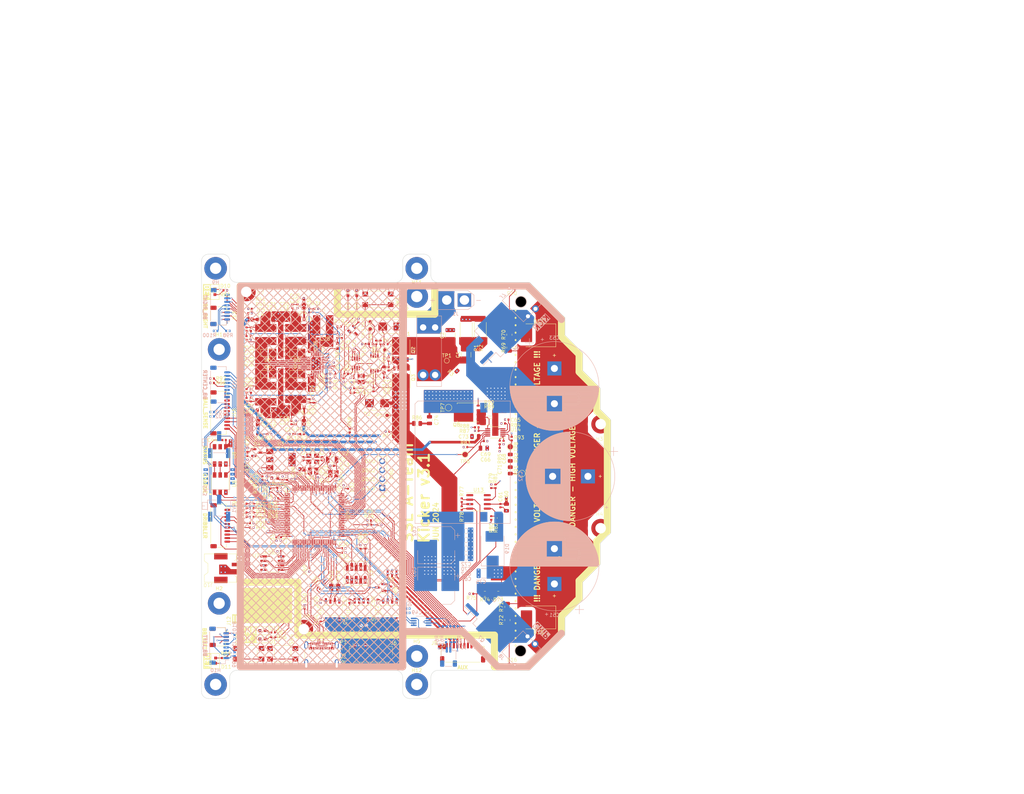
<source format=kicad_pcb>
(kicad_pcb (version 20221018) (generator pcbnew)
  (title_block (title "Kicker") (date "2024-01-08") (rev "v3.0") (company "SSL A-Team"))
  (layers (0 "F.Cu" signal) (1 "In1.Cu" signal) (2 "In2.Cu" signal) (3 "In3.Cu" signal) (4 "In4.Cu" signal) (31 "B.Cu" signal) (34 "B.Paste" user) (35 "F.Paste" user) (36 "B.SilkS" user "B.Silkscreen") (37 "F.SilkS" user "F.Silkscreen") (38 "B.Mask" user) (39 "F.Mask" user) (44 "Edge.Cuts" user))
  (net 0 "")
  (net 1 "/Power Protection/V_{BATT}_FUSED")
  (net 2 "Net-(C1-Pad2)")
  (net 3 "GND")
  (net 4 "Net-(U4B-RUN{slash}SS1)")
  (net 5 "Net-(U2-~{PB})")
  (net 6 "Net-(U2-TMR)")
  (net 7 "Net-(C6-Pad1)")
  (net 8 "Net-(U4C-RUN{slash}SS2)")
  (net 9 "Net-(U4D-RUN{slash}SS3)")
  (net 10 "Net-(U4E-RUN{slash}SS4)")
  (net 11 "Net-(C11-Pad2)")
  (net 12 "Net-(C11-Pad1)")
  (net 13 "Net-(C12-Pad1)")
  (net 14 "Net-(C13-Pad1)")
  (net 15 "Net-(C14-Pad1)")
  (net 16 "+BATT")
  (net 17 "+3.3V_{PREFUSE}")
  (net 18 "/digital/NRST")
  (net 19 "/digital/USR_BTN")
  (net 20 "+5V")
  (net 21 "/hv_kicker/flyback_charger/V_{solenoid}")
  (net 22 "/isol/V_{logic}_ISOL")
  (net 23 "/isol/GND_ISOL")
  (net 24 "+3V3")
  (net 25 "+12V")
  (net 26 "/hv_kicker/flyback_charger/V_{trans}")
  (net 27 "Net-(D1-A2)")
  (net 28 "Net-(D4-K)")
  (net 29 "Net-(D4-A)")
  (net 30 "Net-(D5-K)")
  (net 31 "Net-(D5-A)")
  (net 32 "Net-(D6-K)")
  (net 33 "Net-(D6-A)")
  (net 34 "Net-(D7-K)")
  (net 35 "Net-(D7-A)")
  (net 36 "Net-(D8-A)")
  (net 37 "Net-(D10-A)")
  (net 38 "Net-(D11-A)")
  (net 39 "Net-(D12-A)")
  (net 40 "/hv_kicker/solenoid_control/KICK_SW")
  (net 41 "/hv_kicker/solenoid_control/CHIP_SW")
  (net 42 "/hv_kicker/flyback_charger/HV_AC")
  (net 43 "/Power Protection/V_{BATT}")
  (net 44 "Net-(JP3-A)")
  (net 45 "Net-(JP4-A)")
  (net 46 "Net-(JP5-A)")
  (net 47 "Net-(JP6-A)")
  (net 48 "/digital/SWDIO")
  (net 49 "/digital/SWCLK")
  (net 53 "+6V")
  (net 54 "/digital/FLASH_SCK")
  (net 55 "/digital/FLASH_MISO")
  (net 56 "/digital/FLASH_MOSI")
  (net 57 "Net-(C13-Pad2)")
  (net 58 "/digital/MCU_BOOT_UART.~{DET}")
  (net 59 "/digital/MCU_BOOT_UART.PWR_EN")
  (net 60 "/isol/CLK_8M_ISOL")
  (net 61 "/isol/CLK_32K_ISOL")
  (net 62 "/isol/BOOT_UART_RX_ISOL")
  (net 63 "/isol/BOOT_UART_TX_ISOL")
  (net 64 "/isol/BOOT_UART_BOOT0_ISOL")
  (net 65 "/isol/BOOT_UART_RST_ISOL")
  (net 66 "/Dribbler/DRIB_BOOT_UART.~{DET}")
  (net 67 "/Ball Sense/8MHZ_CLK_REF")
  (net 68 "/Ball Sense/32KHZ_CLK_REF")
  (net 69 "/Dribbler/DRIB_BOOT_UART.TX")
  (net 70 "/Dribbler/DRIB_BOOT_UART.RX")
  (net 71 "/Dribbler/DRIB_BOOT_UART.BOOT0")
  (net 72 "/Dribbler/DRIB_BOOT_UART.RST")
  (net 73 "/Ball Sense/SENSE_BOOT_UART.RST")
  (net 74 "Net-(C14-Pad2)")
  (net 75 "/Ball Sense/SENSE_BOOT_UART.~{DET}")
  (net 76 "/Ball Sense/SENSE_BOOT_UART.TX")
  (net 77 "/Ball Sense/SENSE_BOOT_UART.RX")
  (net 78 "/Ball Sense/SENSE_BOOT_UART.BOOT0")
  (net 79 "/digital/MCU_BOOT_UART.RST")
  (net 80 "Net-(JP1-A)")
  (net 81 "Net-(JP1-B)")
  (net 82 "/Power Protection/PGOOD_{VBATT}")
  (net 83 "Net-(JP2-B)")
  (net 84 "Net-(U4A-SKY)")
  (net 85 "Net-(Q1-D)")
  (net 86 "Net-(Q2-S-Pad1)")
  (net 87 "Net-(Q2-G)")
  (net 88 "Net-(Q3-G)")
  (net 89 "/hv_kicker/solenoid_control/GATE_{kick}_FILT")
  (net 90 "/hv_kicker/solenoid_control/GATE_{chip}_FILT")
  (net 91 "/hv_kicker/flyback_charger/CSP")
  (net 92 "Net-(C26-Pad1)")
  (net 93 "Net-(JP8-A)")
  (net 94 "Net-(U1-UV)")
  (net 95 "Net-(U1-OV)")
  (net 96 "Net-(U1-GATE)")
  (net 97 "Net-(JP9-A)")
  (net 98 "Net-(U5-VCAP_1)")
  (net 99 "Net-(U5-VCAP_2)")
  (net 100 "Net-(U5-VDDA)")
  (net 101 "/digital/V_{sense}_12v0")
  (net 102 "/digital/V_{sense}_5v0")
  (net 103 "/digital/V_{sense}_6v2")
  (net 104 "Net-(JP11-B)")
  (net 105 "/digital/AUX_NSS")
  (net 106 "/digital/LED_GREEN")
  (net 107 "/digital/DIP3")
  (net 108 "/digital/DIP2")
  (net 109 "/digital/DIP1")
  (net 110 "/digital/DIP0")
  (net 111 "/digital/LED_RED")
  (net 112 "/hv_kicker/DL1S")
  (net 113 "/hv_kicker/DL2S")
  (net 114 "/hv_kicker/HVMS")
  (net 115 "/digital/V_{sense}_HV")
  (net 116 "/digital/CMD_{KICK}")
  (net 117 "/digital/CMD_{CHIP}")
  (net 118 "/hv_kicker/solenoid_control/GATE_{kick}")
  (net 119 "/hv_kicker/solenoid_control/GATE_{chip}")
  (net 120 "/digital/CMD_{CHG}")
  (net 121 "/hv_kicker/flyback_charger/HVGATE")
  (net 122 "/hv_kicker/flyback_charger/HVFBS")
  (net 123 "/hv_kicker/flyback_charger/FB")
  (net 124 "/digital/PWR_KILL")
  (net 125 "/digital/PWR_BTN_PRESSED_~{INT}")
  (net 126 "/digital/AUX_SCK")
  (net 127 "/digital/AUX_MISO")
  (net 128 "/digital/TEMP_PROBE")
  (net 129 "/digital/MCU_BOOT_UART.TX")
  (net 130 "/digital/MCU_BOOT_UART.RX")
  (net 131 "/digital/DOTSTAR_SCK")
  (net 132 "/digital/DOTSTAR_MOSI")
  (net 133 "/digital/MCU_BOOT_UART.BOOT0")
  (net 134 "/digital/AUX_MOSI")
  (net 135 "/digital/AUX_GPIO1")
  (net 136 "/digital/AUX_GPIO2")
  (net 137 "/Breakbeam/BB_LEFT.AGPIO")
  (net 138 "/Breakbeam/BB_RIGHT.AGPIO")
  (net 139 "/digital/BB_LED2_BLUE")
  (net 140 "/Breakbeam/BB_CENTER.SDA")
  (net 141 "/Breakbeam/BB_CENTER.SCL")
  (net 142 "/digital/BB_LED1_BLUE")
  (net 143 "/Breakbeam/BB_RIGHT.SDA")
  (net 144 "/Breakbeam/BB_LEFT.SDA")
  (net 145 "/Breakbeam/BB_LEFT.SCL")
  (net 146 "Net-(P1-CC)")
  (net 147 "/digital/USER_ADJ1")
  (net 148 "/digital/USER_ADJ2")
  (net 149 "/digital/FLASH_NSS")
  (net 150 "/Breakbeam/BB_CENTER.AGPIO")
  (net 151 "/Breakbeam/BB_LEFT.~{DET}")
  (net 152 "/Breakbeam/BB_LEFT.RST")
  (net 153 "/Breakbeam/BB_LEFT.INT")
  (net 154 "/Breakbeam/BB_CENTER.~{DET}")
  (net 155 "/Breakbeam/BB_CENTER.RST")
  (net 156 "/Breakbeam/BB_CENTER.INT")
  (net 157 "/Breakbeam/BB_RIGHT.~{DET}")
  (net 158 "/Breakbeam/BB_RIGHT.RST")
  (net 159 "/Breakbeam/BB_RIGHT.INT")
  (net 160 "/Breakbeam/BB_RIGHT.SCL")
  (net 161 "/digital/DBG_HDR1")
  (net 162 "/digital/DBG_HDR2")
  (net 163 "unconnected-(P1-VBUS-PadA4)")
  (net 165 "Net-(JP10-B)")
  (net 166 "Net-(U9--IN)")
  (net 167 "Net-(U9-+IN)")
  (net 168 "Net-(U14-SS)")
  (net 169 "Net-(U14-VC)")
  (net 170 "Net-(C71-Pad1)")
  (net 171 "Net-(C74-Pad1)")
  (net 172 "Net-(D3-A)")
  (net 173 "Net-(D8-K)")
  (net 174 "Net-(D16-A)")
  (net 175 "Net-(JP9-B)")
  (net 176 "Net-(D13-A)")
  (net 177 "Net-(D14-A)")
  (net 178 "Net-(D15-A)")
  (net 179 "Net-(J3-Pin_1)")
  (net 180 "Net-(J3-Pin_2)")
  (net 181 "Net-(J9-Pin_4)")
  (net 182 "Net-(J16-Pin_4)")
  (net 185 "Net-(JP11-A)")
  (net 186 "Net-(JP12-A)")
  (net 187 "Net-(JP13-A)")
  (net 188 "Net-(U4A-SW5)")
  (net 189 "Net-(Q4-G)")
  (net 190 "Net-(Q4-D)")
  (net 191 "Net-(Q8-G)")
  (net 192 "Net-(R7-Pad2)")
  (net 193 "Net-(U3-OUT)")
  (net 194 "/digital/V_{sense}_V_{batt}")
  (net 195 "Net-(U4B-FB1)")
  (net 196 "Net-(U4C-FB2)")
  (net 197 "Net-(U6-SDO)")
  (net 198 "Net-(U6-CKO)")
  (net 199 "Net-(U4D-FB3)")
  (net 200 "Net-(U4E-FB4)")
  (net 201 "/digital/V_{sense}_3v3")
  (net 202 "Net-(U4A-RT{slash}SYNC)")
  (net 203 "Net-(R48-Pad1)")
  (net 204 "/digital/USB_OTG_FS_D_P")
  (net 205 "/digital/USB_OTG_FS_D_N")
  (net 206 "Net-(R49-Pad1)")
  (net 207 "Net-(R50-Pad1)")
  (net 208 "Net-(R51-Pad1)")
  (net 209 "/digital/ShutdownInitiated")
  (net 210 "Net-(U14-RT)")
  (footprint "AT-Mechanical:WE-9774005243R" (layer "F.Cu") (at 280.1 164.7)
    (fp_text reference "H4")
    (fp_text value "9774005243R ")
  )
  (footprint "Diode_SMD:D_SOD-123F" (layer "F.Cu") (at 194.2 121)
    (fp_text reference "D7")
    (fp_text value "DSS14U")
  )
  (footprint "AT-BoardFeatures:SolderJumper-2_2.0x1.2mm_Closed" (layer "F.Cu") (at 203.75 181.5 90)
    (fp_text reference "JP12")
    (fp_text value "8MHZ_CLK_EXT")
  )
  (footprint "Resistor_SMD:R_0402_1005Metric" (layer "F.Cu") (at 219.25 112.5)
    (fp_text reference "R4")
    (fp_text value "1k")
  )
  (footprint "Resistor_SMD:R_0402_1005Metric" (layer "F.Cu") (at 207.3 199.1 -90)
    (fp_text reference "R76")
    (fp_text value "330")
  )
  (footprint "Resistor_SMD:R_0402_1005Metric" (layer "F.Cu") (at 197.5 103 90)
    (fp_text reference "R30")
    (fp_text value "31.6k 1%")
  )
  (footprint "AT-BoardFeatures:SolderJumper-2_2.0x1.2mm_Closed" (layer "F.Cu") (at 205.25 149.25 90)
    (fp_text reference "JP10")
    (fp_text value "32KHZ_CLK_LOCAL")
  )
  (footprint "Capacitor_SMD:C_0402_1005Metric" (layer "F.Cu") (at 190 150.5 90)
    (fp_text reference "C39")
    (fp_text value " 1u 50V")
  )
  (footprint "Resistor_SMD:R_0402_1005Metric" (layer "F.Cu") (at 206 107.5)
    (fp_text reference "R19")
    (fp_text value "23.2k 1%")
  )
  (footprint "Capacitor_SMD:C_0402_1005Metric" (layer "F.Cu") (at 200 150.75 90)
    (fp_text reference "C41")
    (fp_text value "100n 50V")
  )
  (footprint "AT-LED:LED0603" (layer "F.Cu") (at 205.5 113 90)
    (fp_text reference "D8")
    (fp_text value "Red")
  )
  (footprint "Capacitor_SMD:C_0402_1005Metric" (layer "F.Cu") (at 251.5 142.4 -90)
    (fp_text reference "C71")
    (fp_text value "6.8n 50V")
  )
  (footprint "Resistor_SMD:R_0402_1005Metric" (layer "F.Cu") (at 252.5 135)
    (fp_text reference "R84")
    (fp_text value "140k 1%")
  )
  (footprint "AT-LED:LED0603" (layer "F.Cu") (at 211 98 -90)
    (fp_text reference "D14")
    (fp_text value "XL-1608UOC-06")
  )
  (footprint "AT-BoardFeatures:SolderJumper-2_2.0x1.2mm_Closed" (layer "F.Cu") (at 197.75 148.5 -90)
    (fp_text reference "JP9")
    (fp_text value "8MHZ_CLK_LOCAL")
  )
  (footprint "Resistor_SMD:R_0402_1005Metric" (layer "F.Cu") (at 186.5 154 -90)
    (fp_text reference "R38")
    (fp_text value "23.2k 1%")
  )
  (footprint "Resistor_SMD:R_0402_1005Metric" (layer "F.Cu") (at 187.3 195.6 180)
    (fp_text reference "R66")
    (fp_text value "10k")
  )
  (footprint "Resistor_SMD:R_1206_3216Metric" (layer "F.Cu") (at 248.5 132 180)
    (fp_text reference "R90")
    (fp_text value "4m 1%")
  )
  (footprint "Resistor_SMD:R_0402_1005Metric" (layer "F.Cu") (at 181.25 161.5)
    (fp_text reference "R48")
    (fp_text value "330")
  )
  (footprint "Capacitor_SMD:C_1210_3225Metric" (layer "F.Cu") (at 242 115.5 90)
    (fp_text reference "C1")
    (fp_text value "10u 100V")
  )
  (footprint "Resistor_SMD:R_0402_1005Metric" (layer "F.Cu") (at 249.1 152.8 90)
    (fp_text reference "R79")
    (fp_text value "100k")
  )
  (footprint "AT-LED:LED0603" (layer "F.Cu") (at 208.5 98 -90)
    (fp_text reference "D3")
    (fp_text value "XL-1608UWC-04")
  )
  (footprint "Resistor_SMD:R_0402_1005Metric" (layer "F.Cu") (at 173.75 97.25 180)
    (fp_text reference "R61")
    (fp_text value "10k")
  )
  (footprint "Resistor_SMD:R_0402_1005Metric" (layer "F.Cu") (at 181.25 157.75)
    (fp_text reference "R51")
    (fp_text value "330")
  )
  (footprint "Resistor_SMD:R_0402_1005Metric" (layer "F.Cu") (at 204.5 118.25 90)
    (fp_text reference "R46")
    (fp_text value "10.7k 1%")
  )
  (footprint "Capacitor_SMD:C_0402_1005Metric" (layer "F.Cu") (at 193 150.75 180)
    (fp_text reference "C38")
    (fp_text value "100n 50V")
  )
  (footprint "TestPoint:TestPoint_Pad_D1.0mm" (layer "F.Cu") (at 236.5 117.2)
    (fp_text reference "TP1")
    (fp_text value "VBatt EOS")
  )
  (footprint "Capacitor_SMD:C_0402_1005Metric" (layer "F.Cu") (at 203 121)
    (fp_text reference "C9")
    (fp_text value "470n 6.3V")
  )
  (footprint "AT-Inductors:SDCHA1V50" (layer "F.Cu") (at 193.7 126.25 180)
    (fp_text reference "L4")
    (fp_text value "SDCHA1V5040-150-R")
  )
  (footprint "Resistor_SMD:R_0402_1005Metric" (layer "F.Cu") (at 181.25 164.5 180)
    (fp_text reference "R94")
    (fp_text value "10k")
  )
  (footprint "Capacitor_SMD:C_0402_1005Metric" (layer "F.Cu") (at 200.75 190.65 90)
    (fp_text reference "C54")
    (fp_text value "100n 50V")
  )
  (footprint "Resistor_SMD:R_0402_1005Metric" (layer "F.Cu") (at 220.75 181.75 90)
    (fp_text reference "R57")
    (fp_text value "100k")
  )
  (footprint "AT-JST_PA:SM02B-PASS-TBT" (layer "F.Cu") (at 175.575 176 90)
    (fp_text reference "J10")
    (fp_text value "Conn_01x02")
  )
  (footprint "Crystal:Crystal_SMD_3225-4Pin_3.2x2.5mm" (layer "F.Cu") (at 198.5 145 180)
    (fp_text reference "Y1")
    (fp_text value "TAXM8M4RDBCCT2T")
  )
  (footprint "Resistor_SMD:R_0402_1005Metric" (layer "F.Cu") (at 179.25 160.25)
    (fp_text reference "R53")
    (fp_text value "10k")
  )
  (footprint "Connector_PinHeader_2.54mm:PinHeader_1x04_P2.54mm_Vertical" (layer "F.Cu") (at 218.2 153.3 180)
    (fp_text reference "J4")
    (fp_text value "Conn_01x04_Pin")
  )
  (footprint "Resistor_SMD:R_0402_1005Metric" (layer "F.Cu") (at 181 108.25 -90)
    (fp_text reference "R32")
    (fp_text value "53.6k 1%")
  )
  (footprint "Resistor_SMD:R_0402_1005Metric" (layer "F.Cu") (at 217.5 163.75)
    (fp_text reference "R47")
    (fp_text value "10k")
  )
  (footprint "Capacitor_SMD:C_0603_1608Metric" (layer "F.Cu") (at 192.1 132.1 180)
    (fp_text reference "C22")
    (fp_text value "10u 25V")
  )
  (footprint "AT-Mechanical:WE-9774005243R" (layer "F.Cu") (at 179.7 97.7)
    (fp_text reference "H7")
    (fp_text value "9774005243R ")
  )
  (footprint "Connector_JST:JST_SH_SM03B-SRSS-TB_1x03-1MP_P1.00mm_Horizontal" (layer "F.Cu") (at 172.25 104.5 -90)
    (fp_text reference "J13")
    (fp_text value "Conn_01x03")
  )
  (footprint "Capacitor_SMD:C_0402_1005Metric" (layer "F.Cu") (at 207.3375 170.4)
    (fp_text reference "C35")
    (fp_text value "100n 50V")
  )
  (footprint "Capacitor_SMD:C_0402_1005Metric" (layer "F.Cu") (at 192.3 130.5 180)
    (fp_text reference "C18")
    (fp_text value "1u 50V")
  )
  (footprint "Resistor_SMD:R_0402_1005Metric" (layer "F.Cu") (at 215.7 125.4 90)
    (fp_text reference "R13")
    (fp_text value "10k")
  )
  (footprint "Resistor_SMD:R_2512_6332Metric" (layer "F.Cu") (at 246 108.5 90)
    (fp_text reference "R2")
    (fp_text value "1")
  )
  (footprint "AT-IC:UFD" (layer "F.Cu") (at 199.45 118)
    (fp_text reference "U4")
    (fp_text value "LT3504")
  )
  (footprint "TestPoint:TestPoint_Pad_D1.0mm" (layer "F.Cu") (at 219 114.1)
    (fp_text reference "TP4" hide)
    (fp_text value "Gate SS")
  )
  (footprint "Resistor_SMD:R_0402_1005Metric" (layer "F.Cu") (at 215 112.5 180)
    (fp_text reference "R9")
    (fp_text value "69.8k")
  )
  (footprint "Capacitor_SMD:C_0402_1005Metric" (layer "F.Cu") (at 189.5 167.75 -90)
    (fp_text reference "C34")
    (fp_text value "100n 50V")
  )
  (footprint "Package_TO_SOT_SMD:SOT-23" (layer "F.Cu") (at 210.25 109 -45)
    (fp_text reference "Q1")
    (fp_text value "BSS138")
  )
  (footprint "AT-LED:SK9822" (layer "F.Cu") (at 172.3 152.05 -90)
    (fp_text reference "U6")
    (fp_text value "SK9822")
  )
  (footprint "Connector_JST:JST_SH_SM10B-SRSS-TB_1x10-1MP_P1.00mm_Horizontal" (layer "F.Cu") (at 215 200)
    (fp_text reference "J6")
    (fp_text value "Conn_01x10")
  )
  (footprint "Resistor_SMD:R_0402_1005Metric" (layer "F.Cu") (at 179.25 157.75)
    (fp_text reference "R55")
    (fp_text value "10k")
  )
  (footprint "Resistor_SMD:R_0805_2012Metric" (layer "F.Cu") (at 228.0875 135)
    (fp_text reference "R86")
    (fp_text value "1")
  )
  (footprint "Resistor_SMD:R_0402_1005Metric" (layer "F.Cu") (at 179.25 159)
    (fp_text reference "R54")
    (fp_text value "10k")
  )
  (footprint "AT-LED:SK9822" (layer "F.Cu") (at 172.3 144.05 -90)
    (fp_text reference "U8")
    (fp_text value "SK9822")
  )
  (footprint "Resistor_SMD:R_0402_1005Metric" (layer "F.Cu") (at 245 137.1)
    (fp_text reference "R87")
    (fp_text value "100k")
  )
  (footprint "AT-BoardFeatures:SolderJumper-2_2.0x1.2mm_Closed" (layer "F.Cu") (at 203.5 149.25 90)
    (fp_text reference "JP11")
    (fp_text value "32KHZ_CLK_LOCAL")
  )
  (footprint "Diode_SMD:D_SOD-123F" (layer "F.Cu") (at 185.95 115)
    (fp_text reference "D6")
    (fp_text value "DSS14U")
  )
  (footprint "AT-IC:ISO672X" (layer "F.Cu") (at 212.3 188)
    (fp_text reference "U11")
    (fp_text value "ISO6721-Q1")
  )
  (footprint "AT-LED:APA1606" (layer "F.Cu") (at 255 203.5 180)
    (fp_text reference "D16")
    (fp_text value "Red")
  )
  (footprint "Resistor_SMD:R_0402_1005Metric" (layer "F.Cu") (at 180.75 103.75)
    (fp_text reference "R40")
    (fp_text value "40.2k 1%")
  )
  (footprint "Capacitor_SMD:C_0603_1608Metric" (layer "F.Cu") (at 186.8 103.9)
    (fp_text reference "C21")
    (fp_text value "10u 25V")
  )
  (footprint "Connector_JST:JST_SH_SM10B-SRSS-TB_1x10-1MP_P1.00mm_Horizontal" (layer "F.Cu") (at 241 200)
    (fp_text reference "J5")
    (fp_text value "Conn_01x10")
  )
  (footprint "Resistor_SMD:R_0402_1005Metric" (layer "F.Cu") (at 220 116.75 -90)
    (fp_text reference "R11")
    (fp_text value "10")
  )
  (footprint "MountingHole:MountingHole_3.2mm_M3_Pad" (layer "F.Cu") (at 228 209)
    (fp_text reference "H12")
    (fp_text value "M3")
  )
  (footprint "Capacitor_SMD:C_0402_1005Metric" (layer "F.Cu") (at 203 122.25)
    (fp_text reference "C8")
    (fp_text value "10n 6.3V")
  )
  (footprint "Capacitor_SMD:C_0402_1005Metric" (layer "F.Cu") (at 204 147 180)
    (fp_text reference "C43")
    (fp_text value "15pF")
  )
  (footprint "Capacitor_SMD:C_0402_1005Metric" (layer "F.Cu") (at 219.2 122)
    (fp_text reference "C6")
    (fp_text value "4.7n 63V")
  )
  (footprint "Connector_USB:USB_C_Receptacle_Molex_105450-0101" (layer "F.Cu") (at 201 200.63)
    (fp_text reference "P1")
    (fp_text value "USB_C_Plug_USB2.0")
  )
  (footprint "Resistor_SMD:R_0402_1005Metric" (layer "F.Cu") (at 181.25 159)
    (fp_text reference "R50")
    (fp_text value "330")
  )
  (footprint "Capacitor_SMD:C_0402_1005Metric" (layer "F.Cu") (at 173.4 139.7)
    (fp_text reference "C44")
    (fp_text value "4.7u 6.3V")
  )
  (footprint "AT-BoardFeatures:SolderJumper-2_2.0x1.2mm_Open" (layer "F.Cu") (at 196 134.75 -90)
    (fp_text reference "JP6")
    (fp_text value "6v2 EN")
  )
  (footprint "Capacitor_SMD:C_0402_1005Metric" (layer "F.Cu") (at 252.6 140.4 -90)
    (fp_text reference "C68")
    (fp_text value "100n 50V")
  )
  (footprint "Button_Switch_SMD:SW_SPST_TL3305A" (layer "F.Cu") (at 217 99.8)
    (fp_text reference "SW1")
    (fp_text value "PWR_ON")
  )
  (footprint "Capacitor_SMD:C_1812_4532Metric" (layer "F.Cu") (at 271.5 174 90)
    (fp_text reference "C77")
    (fp_text value "470n 500V")
  )
  (footprint "Resistor_SMD:R_0402_1005Metric" (layer "F.Cu") (at 185.5 150.5 90)
    (fp_text reference "R23")
    (fp_text value "10k")
  )
  (footprint "AT-BoardFeatures:SolderJumper-2_2.0x1.2mm_Open" (layer "F.Cu") (at 195.5 148)
    (fp_text reference "JP7")
    (fp_text value "Disable Micro")
  )
  (footprint "AT-BoardFeatures:SolderJumper-2_2.0x1.2mm_Closed" (layer "F.Cu") (at 205.75 181.5 90)
    (fp_text reference "JP13")
    (fp_text value "32KHZ_CLK_EXT")
  )
  (footprint "MountingHole:MountingHole_3.2mm_M3_Pad" (layer "F.Cu") (at 228 91)
    (fp_text reference "H11")
    (fp_text value "M3")
  )
  (footprint "Capacitor_SMD:C_0402_1005Metric" (layer "F.Cu") (at 179.75 128.25 -90)
    (fp_text reference "C11")
    (fp_text value "1n 50V")
  )
  (footprint "Package_TO_SOT_SMD:SOT-223" (layer "F.Cu") (at 189.5 145.25)
    (fp_text reference "U3")
    (fp_text value "ITS4140N")
  )
  (footprint "AT-Inductors:SDCHA1V50" (layer "F.Cu") (at 185.2 109.75)
    (fp_text reference "L3")
    (fp_text value "SDCHA1V5040-150-R")
  )
  (footprint "Resistor_SMD:R_0402_1005Metric" (layer "F.Cu") (at 181.25 160.25)
    (fp_text reference "R49")
    (fp_text value "330")
  )
  (footprint "Resistor_SMD:R_0402_1005Metric" (layer "F.Cu") (at 211.5 105.75 -90)
    (fp_text reference "R5")
    (fp_text value "10k")
  )
  (footprint "Resistor_SMD:R_0402_1005Metric" (layer "F.Cu") (at 213 112.5)
    (fp_text reference "R10")
    (fp_text value "232k")
  )
  (footprint "Resistor_SMD:R_0402_1005Metric" (layer "F.Cu") (at 197.6 128.6 -90)
    (fp_text reference "R34")
    (fp_text value "68.1k 1%")
  )
  (footprint "MountingHole:MountingHole_3.2mm_M3_Pad" (layer "F.Cu") (at 228 99)
    (fp_text reference "H6")
    (fp_text value "M3")
  )
  (footprint "Resistor_SMD:R_0402_1005Metric" (layer "F.Cu") (at 170 122.25)
    (fp_text reference "R97")
    (fp_text value "2.1k")
  )
  (footprint "Package_SO:SOIC-8_3.9x4.9mm_P1.27mm" (layer "F.Cu") (at 187.1 174.6)
    (fp_text reference "U7")
    (fp_text value "AT25DF041x-UxN-x")
  )
  (footprint "Resistor_SMD:R_0805_2012Metric" (layer "F.Cu") (at 253.7 187 -90)
    (fp_text reference "R71")
    (fp_text value "1.47M")
  )
  (footprint "Package_QFP:LQFP-100_14x14mm_P0.5mm" (layer "F.Cu") (at 199 161 -90)
    (fp_text reference "U5")
    (fp_text value "STM32F407VETx")
  )
  (footprint "Diode_SMD:D_SOD-123F" (layer "F.Cu") (at 185.95 121)
    (fp_text reference "D4")
    (fp_text value "DSS14U")
  )
  (footprint "Resistor_SMD:R_0402_1005Metric" (layer "F.Cu") (at 180.75 102.5 180)
    (fp_text reference "R41")
    (fp_text value "10k 1%")
  )
  (footprint "TestPoint:TestPoint_Pad_D1.0mm" (layer "F.Cu") (at 219.6 132.7 90)
    (fp_text reference "TP5")
    (fp_text value "VBatt Sys")
  )
  (footprint "MountingHole:MountingHole_3.2mm_M3_Pad" (layer "F.Cu") (at 172 114)
    (fp_text reference "H1")
    (fp_text value "M3")
  )
  (footprint "Capacitor_SMD:C_0402_1005Metric" (layer "F.Cu") (at 251.7 158.3 -90)
    (fp_text reference "C61")
    (fp_text value "100n 50V")
  )
  (footprint "AT-Mechanical:WE-9774005243R" (layer "F.Cu") (at 196 193.3)
    (fp_text reference "H8")
    (fp_text value "9774005243R ")
  )
  (footprint "Capacitor_SMD:C_0402_1005Metric" (layer "F.Cu") (at 214.5 162.5 180)
    (fp_text reference "C26")
    (fp_text value "100n 50V")
  )
  (footprint "Capacitor_SMD:C_0402_1005Metric" (layer "F.Cu") (at 208.9 185.4 -90)
    (fp_text reference "C57")
    (fp_text value "100n 50V")
  )
  (footprint "Capacitor_SMD:C_0402_1005Metric" (layer "F.Cu") (at 200.75 185.4 -90)
    (fp_text reference "C59")
    (fp_text value "100n 50V")
  )
  (footprint "Capacitor_SMD:C_0402_1005Metric" (layer "F.Cu") (at 179.75 108.25 90)
    (fp_text reference "C13")
    (fp_text value "1n 50V")
  )
  (footprint "Resistor_SMD:R_0402_1005Metric" (layer "F.Cu") (at 219.7 137.3 180)
    (fp_text reference "R17")
    (fp_text value "100k")
  )
  (footprint "MountingHole:MountingHole_3.2mm_M3_Pad" (layer "F.Cu") (at 171 91)
    (fp_text reference "H9")
    (fp_text value "M3")
  )
  (footprint "Diode_SMD:D_SOD-123F" (layer "F.Cu") (at 194.2 115)
    (fp_text reference "D5")
    (fp_text value "DSS14U")
  )
  (footprint "Capacitor_SMD:C_0402_1005Metric" (layer "F.Cu") (at 192.3 105.5 180)
    (fp_text reference "C16")
    (fp_text value "1u 50V")
  )
  (footprint "AT-Connectors:Samtec-2x5pin-0.5mm" (layer "F.Cu") (at 210.8375 177.5)
    (fp_text reference "J2")
    (fp_text value "Conn_ARM_JTAG_SWD_10")
  )
  (footprint "TestPoint:TestPoint_Pad_D1.5mm" (layer "F.Cu") (at 237 130.5 90)
    (fp_text reference "TP7")
    (fp_text value "SPICE: V_{drain} <<<HIGH VOLTAGE>>>")
  )
  (footprint "Capacitor_SMD:C_0603_1608Metric" (layer "F.Cu") (at 186.8 132.8)
    (fp_text reference "C19")
    (fp_text value "10u 25V")
  )
  (footprint "AT-IC:ISO672X" (layer "F.Cu") (at 204.15 188)
    (fp_text reference "U10")
    (fp_text value "ISO6720-Q1")
  )
  (footprint "Resistor_SMD:R_0402_1005Metric" (layer "F.Cu") (at 192.5 138 180)
    (fp_text reference "R43")
    (fp_text value "10k 1%")
  )
  (footprint "Capacitor_SMD:C_0402_1005Metric" (layer "F.Cu") (at 198.2 123 90)
    (fp_text reference "C24")
    (fp_text value "1u 50V")
  )
  (footprint "Connector_JST:JST_SH_SM03B-SRSS-TB_1x03-1MP_P1.00mm_Horizontal" (layer "F.Cu") (at 172 195.5 -90)
    (fp_text reference "J12")
    (fp_text value "Conn_01x03")
  )
  (footprint "Fuse:Fuse_0603_1608Metric" (layer "F.Cu") (at 195.3 105.5)
    (fp_text reference "F3")
    (fp_text value "1.0A")
  )
  (footprint "Fuse:Fuse_0603_1608Metric" (layer "F.Cu") (at 195.3 130.5)
    (fp_text reference "F5")
    (fp_text value "1.0A")
  )
  (footprint "Capacitor_SMD:C_0402_1005Metric" (layer "F.Cu") (at 199.45 111 180)
    (fp_text reference "C25")
    (fp_text value "1u 50V")
  )
  (footprint "Capacitor_SMD:C_0603_1608Metric" (layer "F.Cu") (at 192.1 103.9 180)
    (fp_text reference "C20")
    (fp_text value "10u 25V")
  )
  (footprint "Package_SO:SOIC-8_3.9x4.9mm_P1.27mm" (layer "F.Cu") (at 245.5 157.24)
    (fp_text reference "U13")
    (fp_text value "IX4427")
  )
  (footprint "Resistor_SMD:R_0402_1005Metric" (layer "F.Cu") (at 214.5 163.75)
    (fp_text reference "R56")
    (fp_text value "330")
  )
  (footprint "AT-BoardFeatures:SolderJumper-2_2.0x1.2mm_Closed" (layer "F.Cu") (at 212.25 123.25)
    (fp_text reference "JP2")
    (fp_text value "PWR_EN")
  )
  (footprint "MountingHole:MountingHole_3.2mm_M3_Pad" (layer "F.Cu") (at 172 186)
    (fp_text reference "H2")
    (fp_text value "M3")
  )
  (footprint "Resistor_SMD:R_0805_2012Metric" (layer "F.Cu") (at 247.3 183.3 180)
    (fp_text reference "R74")
    (fp_text value "475k")
  )
  (footprint "Capacitor_SMD:C_1210_3225Metric" (layer "F.Cu") (at 237.5 110 90)
    (fp_text reference "C2")
    (fp_text value "10u 63V")
  )
  (footprint "TestPoint:TestPoint_Pad_D1.5mm" (layer "F.Cu") (at 257.8 149.2 -90)
    (fp_text reference "TP9")
    (fp_text value "SPICE: V_{out} <<<HIGH VOLTAGE>>>")
  )
  (footprint "Crystal:Crystal_SMD_3215-2Pin_3.2x1.5mm" (layer "F.Cu") (at 204 145.25 180)
    (fp_text reference "Y2")
    (fp_text value "Q13FC13500005")
  )
  (footprint "AT-BoardFeatures:SolderJumper-2_2.0x1.2mm_Closed" (layer "F.Cu") (at 199.5 148.5 -90)
    (fp_text reference "JP8")
    (fp_text value "8MHZ_CLK_LOCAL")
  )
  (footprint "Capacitor_SMD:C_0402_1005Metric" (layer "F.Cu") (at 186.6 131.2)
    (fp_text reference "C15")
    (fp_text value "1u 50V")
  )
  (footprint "Resistor_SMD:R_0402_1005Metric" (layer "F.Cu") (at 250.4 161.8 -90)
    (fp_text reference "R82")
    (fp_text value "10")
  )
  (footprint "Resistor_SMD:R_0402_1005Metric" (layer "F.Cu") (at 193.75 134.75 -90)
    (fp_text reference "R27")
    (fp_text value "1k 1%")
  )
  (footprint "AT-LED:APA1606" (layer "F.Cu") (at 255 96.5)
    (fp_text reference "D15")
    (fp_text value "Red")
  )
  (footprint "Resistor_SMD:R_0402_1005Metric" (layer "F.Cu") (at 249.1 161.8 -90)
    (fp_text reference "R80")
    (fp_text value "100k")
  )
  (footprint "AT-LED:LED0603" (layer "F.Cu") (at 171 202.25 90)
    (fp_text reference "D11")
    (fp_text value "Blue")
  )
  (footprint "Resistor_SMD:R_0402_1005Metric" (layer "F.Cu") (at 220 119.49 -90)
    (fp_text reference "R12")
    (fp_text value "10")
  )
  (footprint "Capacitor_SMD:C_0402_1005Metric" (layer "F.Cu") (at 203 123.5)
    (fp_text reference "C7")
    (fp_text value "10n 6.3V")
  )
  (footprint "Resistor_SMD:R_0402_1005Metric" (layer "F.Cu") (at 216.5 112 -90)
    (fp_text reference "R8")
    (fp_text value "1.5M")
  )
  (footprint "TestPoint:TestPoint_Pad_D1.5mm" (layer "F.Cu") (at 254.5 141.6 -90)
    (fp_text reference "TP8")
    (fp_text value "FB")
  )
  (footprint "AT-Inductors:SDCHA1V50" (layer "F.Cu") (at 193.7 109.75)
    (fp_text reference "L2")
    (fp_text value "SDCHA1V5040-150-R")
  )
  (footprint "Resistor_SMD:R_0402_1005Metric" (layer "F.Cu") (at 170 123.5)
    (fp_text reference "R96")
    (fp_text value "2.1k")
  )
  (footprint "Capacitor_SMD:C_0805_2012Metric" (layer "F.Cu") (at 231.6 134.05 90)
    (fp_text reference "C74")
    (fp_text value "100n 200V")
  )
  (footprint "Resistor_SMD:R_0402_1005Metric" (layer "F.Cu") (at 186.25 138)
    (fp_text reference "R37")
    (fp_text value "10k 1%")
  )
  (footprint "Capacitor_SMD:C_0402_1005Metric" (layer "F.Cu") (at 189 171.25)
    (fp_text reference "C48")
    (fp_text value "100n 50V")
  )
  (footprint "Resistor_SMD:R_0402_1005Metric" (layer "F.Cu") (at 240.75 159 90)
    (fp_text reference "R78")
    (fp_text value "10k")
  )
  (footprint "AT-BoardFeatures:SolderJumper-2_2.0x1.2mm_Open" (layer "F.Cu") (at 196 101.75 90)
    (fp_text reference "JP4")
    (fp_text value "3v3 EN")
  )
  (footprint "Resistor_SMD:R_0402_1005Metric" (layer "F.Cu") (at 240.75 156.75 -90)
    (fp_text reference "R77")
    (fp_text value "10k")
  )
  (footprint "Resistor_SMD:R_0402_1005Metric" (layer "F.Cu") (at 209.75 125)
    (fp_text reference "R15")
    (fp_text value "1.5M")
  )
  (footprint "Resistor_SMD:R_0402_1005Metric" (layer "F.Cu") (at 179.75 125.75 -90)
    (fp_text reference "R24")
    (fp_text value "1k 1%")
  )
  (footprint "Resistor_SMD:R_0402_1005Metric" (layer "F.Cu") (at 245 136.1 180)
    (fp_text reference "R88")
    (fp_text value "10")
  )
  (footprint "Resistor_SMD:R_0402_1005Metric" (layer "F.Cu") (at 205 121.5 -90)
    (fp_text reference "R18")
    (fp_text value "100k")
  )
  (footprint "Fuse:Fuse_0603_1608Metric" (layer "F.Cu") (at 183.6 131.2 180)
    (fp_text reference "F2")
    (fp_text value "1.0A")
  )
  (footprint "Resistor_SMD:R_0603_1608Metric" (layer "F.Cu") (at 218.7 119.8 -90)
    (fp_text reference "R14")
    (fp_text value "5.1k")
  )
  (footprint "Resistor_SMD:R_0402_1005Metric" (layer "F.Cu") (at 180 144.75 -90)
    (fp_text reference "R21")
    (fp_text value "4.7k")
  )
  (footprint "Resistor_SMD:R_0402_1005Metric" (layer "F.Cu") (at 199.5 102.5)
    (fp_text reference "R31")
    (fp_text value "10k 1%")
  )
  (footprint "AT-Discrete:D_SMB_Non-Polar" (layer "F.Cu") (at 220.5 107.5 180)
    (fp_text reference "D1")
    (fp_text value "824521261")
  )
  (footprint "Resistor_SMD:R_0402_1005Metric" (layer "F.Cu") (at 184.25 150.5 -90)
    (fp_text reference "R22")
    (fp_text value "210k")
  )
  (footprint "Resistor_SMD:R_0402_1005Metric" (layer "F.Cu") (at 217.75 112 90)
    (fp_text reference "R7")
    (fp_text value "10M")
  )
  (footprint "AT-IC:LTC2955-TS8" (layer "F.Cu") (at 210.75 117.95 180)
    (fp_text reference "U2")
    (fp_text value "LTC2955-1")
  )
  (footprint "Connector_JST:JST_SH_SM10B-SRSS-TB_1x10-1MP_P1.00mm_Horizontal" (layer "F.Cu") (at 172.3 164 -90)
    (fp_text reference "J9")
    (fp_text value "Conn_01x10")
  )
  (footprint "Resistor_SMD:R_1206_3216Metric" (layer "F.Cu") (at 248.5 134.5 180)
    (fp_text reference "R89")
    (fp_text value "4m 1%")
  )
  (footprint "AT-LED:LED0603" (layer "F.Cu") (at 184.3 193.7)
    (fp_text reference "D13")
    (fp_text value "Red")
  )
  (footprint "Capacitor_SMD:C_0402_1005Metric" (layer "F.Cu") (at 209.68 122.1 180)
    (fp_text reference "C3")
    (fp_text value "100n 50V")
  )
  (footprint "Resistor_SMD:R_0402_1005Metric" (layer "F.Cu") (at 181 125.75 90)
    (fp_text reference "R29")
    (fp_text value "10k 1%")
  )
  (footprint "AT-Discrete:PowerPAK_SO-8L_Single" (layer "F.Cu") (at 223.55 122 -90)
    (fp_text reference "Q3")
    (fp_text value "SQJA80EP-T1_GE3")
  )
  (footprint "Resistor_SMD:R_0402_1005Metric" (layer "F.Cu") (at 208 120.95 180)
    (fp_text reference "R6")
    (fp_text value "1k")
  )
  (footprint "Fuse:Fuse_0603_1608Metric" (layer "F.Cu") (at 183.6 105.5 180)
    (fp_text reference "F4")
    (fp_text value "1.0A")
  )
  (footprint "Resistor_SMD:R_0402_1005Metric" (layer "F.Cu") (at 198.8 128.6 90)
    (fp_text reference "R35")
    (fp_text value "10k 1%")
  )
  (footprint "Resistor_SMD:R_0402_1005Metric" (layer "F.Cu") (at 209.75 126.25)
    (fp_text reference "R16")
    (fp_text value "1.5M")
  )
  (footprint "AT-IC:ISO672X" (layer "F.Cu") (at 220.4 188)
    (fp_text reference "U12")
    (fp_text value "ISO6720-Q1")
  )
  (footprint "Capacitor_SMD:C_0402_1005Metric" (layer "F.Cu") (at 204 143.5)
    (fp_text reference "C42")
    (fp_text value "15pF")
  )
  (footprint "Resistor_SMD:R_0402_1005Metric" (layer "F.Cu") (at 250.3 152.8 90)
    (fp_text reference "R81")
    (fp_text value "10")
  )
  (footprint "Capacitor_SMD:C_0402_1005Metric" (layer "F.Cu") (at 207.3375 171.6 180)
    (fp_text reference "C33")
    (fp_text value "4.7u 6.3V")
  )
  (footprint "Package_TO_SOT_SMD:SOT-363_SC-70-6" (layer "F.Cu") (at 200.75 180.75 -135)
    (fp_text reference "D9")
    (fp_text value "PESD3V3L5UY")
  )
  (footprint "Resistor_SMD:R_0402_1005Metric" (layer "F.Cu") (at 205.5 110.25 -90)
    (fp_text reference "R44")
    (fp_text value "5.1k")
  )
  (footprint "Resistor_SMD:R_0603_1608Metric" (layer "F.Cu") (at 187.75 150.5)
    (fp_text reference "L6")
    (fp_text value "650 @100MHz")
  )
  (footprint "AT-Discrete:D_SMB_Non-Polar" (layer "F.Cu") (at 216.75 129.25)
    (fp_text reference "D2")
    (fp_text value "824521261")
  )
  (footprint "Resistor_SMD:R_0805_2012Metric" (layer "F.Cu") (at 238.75 119.5 135)
    (fp_text reference "R3")
    (fp_text value "1.47M")
  )
  (footprint "Resistor_SMD:R_0402_1005Metric" (layer "F.Cu") (at 183.25 138)
    (fp_text reference "R36")
    (fp_text value "110k 1%")
  )
  (footprint "TestPoint:TestPoint_Pad_D1.0mm" (layer "F.Cu") (at 214.8 108.2 90)
    (fp_text reference "TP3")
    (fp_text value "LTC4367 OV EOS")
  )
  (footprint "Capacitor_SMD:C_0402_1005Metric" (layer "F.Cu") (at 210.3 114.2 90)
    (fp_text reference "C5")
    (fp_text value "100n 50V")
  )
  (footprint "Resistor_SMD:R_0402_1005Metric" (layer "F.Cu") (at 181 128.25 90)
    (fp_text reference "R28")
    (fp_text value "140k 1%")
  )
  (footprint "Capacitor_SMD:C_0402_1005Metric" (layer "F.Cu") (at 192.75 101.75 -90)
    (fp_text reference "C12")
    (fp_text value "1n 50V")
  )
  (footprint "Resistor_SMD:R_0402_1005Metric" (layer "F.Cu") (at 251.5 140.4 90)
    (fp_text reference "R85")
    (fp_text value "22k 1%")
  )
  (footprint "MountingHole:MountingHole_3.2mm_M3_Pad" (layer "F.Cu") (at 228 201)
    (fp_text reference "H5")
    (fp_text value "M3")
  )
  (footprint "Capacitor_SMD:C_0402_1005Metric" (layer "F.Cu") (at 201.25 145 -90)
    (fp_text reference "C27")
    (fp_text value "11pF")
  )
  (footprint "Resistor_SMD:R_0402_1005Metric" (layer "F.Cu") (at 181 110.75 -90)
    (fp_text reference "R33")
    (fp_text value "10k 1%")
  )
  (footprint "Capacitor_SMD:C_0402_1005Metric" (layer "F.Cu") (at 216.9 185.4 -90)
    (fp_text reference "C58")
    (fp_text value "100n 50V")
  )
  (footprint "AT-Inductors:SDCHA1V50" (layer "F.Cu") (at 201.45 107.2 90)
    (fp_text reference "L5")
    (fp_text value "SDCHA1V5040-150-R")
  )
  (footprint "Resistor_SMD:R_0402_1005Metric" (layer "F.Cu") (at 243.49 183.3 180)
    (fp_text reference "R75")
    (fp_text value "4.75k")
  )
  (footprint "Capacitor_SMD:C_0402_1005Metric" (layer "F.Cu") (at 253.5 133.9 180)
    (fp_text reference "C65")
    (fp_text value "10n 50V")
  )
  (footprint "Capacitor_SMD:C_1812_4532Metric" (layer "F.Cu") (at 271.5 126 -90)
    (fp_text reference "C76")
    (fp_text value "470n 500V")
  )
  (footprint "Capacitor_SMD:C_0402_1005Metric" (layer "F.Cu") (at 208.9 190.65 90)
    (fp_text reference "C55")
    (fp_text value "100n 50V")
  )
  (footprint "Capacitor_SMD:C_0402_1005Metric" (layer "F.Cu") (at 207.25 122.7 -90)
    (fp_text reference "C4")
    (fp_text value "100n 50V")
  )
  (footprint "AT-BoardFeatures:SolderJumper-2_2.0x1.2mm_Open" (layer "F.Cu") (at 180.75 105.5 180)
    (fp_text reference "JP5")
    (fp_text value "5v0 EN")
  )
  (footprint "Resistor_SMD:R_0402_1005Metric" (layer "F.Cu") (at 187.3 194.2 180)
    (fp_text reference "R67")
    (fp_text value "10k")
  )
  (footprint "AT-Mechanical:WE-9774005243R" (layer "F.Cu") (at 280.1 135.2)
    (fp_text reference "H3")
    (fp_text value "9774005243R ")
  )
  (footprint "AT-Inductors:ASPI-6045S" (layer "F.Cu") (at 185.2 126.6 180)
    (fp_text reference "L1")
    (fp_text value "ASPI-6045S-220M-T")
  )
  (footprint "Capacitor_SMD:C_0805_2012Metric" (layer "F.Cu") (at 244.6 138.7 180)
    (fp_text reference "C73")
    (fp_text value "4.7u 50V")
  )
  (footprint "Capacitor_SMD:C_0402_1005Metric" (layer "F.Cu") (at 207.25 153 90)
    (fp_text reference "C36")
    (fp_text value "100n 50V")
  )
  (footprint "Resistor_SMD:R_0402_1005Metric" (layer "F.Cu") (at 181.25 163.25 180)
    (fp_text reference "R95")
    (fp_text value "10k")
  )
  (footprint "Resistor_SMD:R_0805_2012Metric" (layer "F.Cu") (at 253.7 190.75 -90)
    (fp_text reference "R72")
    (fp_text value "1.47M")
  )
  (footprint "Capacitor_SMD:C_0402_1005Metric" (layer "F.Cu") (at 189 153.25 180)
    (fp_text reference "C30")
    (fp_text value "4.7u 6.3V")
  )
  (footprint "Capacitor_SMD:C_0402_1005Metric" (layer "F.Cu") (at 247.5 140)
    (fp_text reference "C69")
    (fp_text value "100n 50V")
  )
  (footprint "Connector_JST:JST_SH_SM10B-SRSS-TB_1x10-1MP_P1.00mm_Horizontal" (layer "F.Cu") (at 172.25 132 -90)
    (fp_text reference "J16")
    (fp_text value "Conn_01x10")
  )
  (footprint "Resistor_SMD:R_0402_1005Metric" (layer "F.Cu") (at 180 142.5 90)
    (fp_text reference "R20")
    (fp_text value "10")
  )
  (footprint "AT-LED:LED0603" (layer "F.Cu") (at 184.3 196.1)
    (fp_text reference "D12")
    (fp_text value "Green")
  )
  (footprint "Resistor_SMD:R_0402_1005Metric" (layer "F.Cu") (at 195.5 138 180)
    (fp_text reference "R42")
    (fp_text value "52.3k 1%")
  )
  (footprint "Capacitor_SMD:C_0805_2012Metric" (layer "F.Cu") (at 247 142)
    (fp_text reference "C66")
    (fp_text value "10u 50V")
  )
  (footprint "Resistor_SMD:R_0805_2012Metric" (layer "F.Cu") (at 254.25 109.8375 90)
    (fp_text reference "R70")
    (fp_text value "1.47M")
  )
  (footprint "Capacitor_SMD:C_0402_1005Metric" (layer "F.Cu") (at 189 154.25)
    (fp_text reference "C40")
    (fp_text value "100n 50V")
  )
  (footprint "Resistor_SMD:R_0805_2012Metric" (layer "F.Cu") (at 254.5 144.7 -90)
    (fp_text reference "R92")
    (fp_text value "976k 0.1%")
  )
  (footprint "Capacitor_SMD:C_0402_1005Metric" (layer "F.Cu") (at 186.6 105.5)
    (fp_text reference "C17")
    (fp_text value "1u 50V")
  )
  (footprint "Package_TO_SOT_SMD:SOT-23" (layer "F.Cu") (at 182.75 143.25)
    (fp_text reference "Q4")
    (fp_text value "SI2310-TP")
  )
  (footprint "Resistor_SMD:R_0402_1005Metric" (layer "F.Cu") (at 206.75 110.25 -90)
    (fp_text reference "R45")
    (fp_text value "5.1k")
  )
  (footprint "Resistor_SMD:R_0402_1005Metric" (layer "F.Cu") (at 212 170 -90)
    (fp_text reference "R58")
    (fp_text value "10k")
  )
  (footprint "TestPoint:TestPoint_Pad_D1.0mm" (layer "F.Cu") (at 214.8 106.2)
    (fp_text reference "TP2")
    (fp_text value "LTC4367 UV EOS")
  )
  (footprint "Package_SO:MSOP-10-1EP_3x3mm_P0.5mm_EP1.68x1.88mm" (layer "F.Cu") (at 250.25 137.53 180)
    (fp_text reference "U14")
    (fp_text value "LT3757EMSE")
  )
  (footprint "TestPoint:TestPoint_Pad_D1.5mm" (layer "F.Cu") (at 241.7 143.8)
    (fp_text reference "TP6")
    (fp_text value "CHG_EN")
  )
  (footprint "Capacitor_SMD:C_0402_1005Metric" (layer "F.Cu") (at 208.5 153 -90)
    (fp_text reference "C32")
    (fp_text value "4.7u 6.3V")
  )
  (footprint "AT-Discrete:PowerPAK_SO-8L_Single" (layer "F.Cu") (at 223.5 114.19 90)
    (fp_text reference "Q2")
    (fp_text value "SQJA80EP-T1_GE3")
  )
  (footprint "Diode_SMD:D_SMC" (layer "F.Cu") (at 262.5 110 180)
    (fp_text reference "D17")
    (fp_text value "MURS460")
  )
  (footprint "Capacitor_SMD:C_0402_1005Metric" (layer "F.Cu") (at 192.5 134.75 90)
    (fp_text reference "C14")
    (fp_text value "1n 50V")
  )
  (footprint "Resistor_SMD:R_0402_1005Metric" (layer "F.Cu") (at 196.25 187 90)
    (fp_text reference "R60")
    (fp_text value "5.1k")
  )
  (footprint "Resistor_SMD:R_0805_2012Metric" (layer "F.Cu") (at 254.5 148.3 -90)
    (fp_text reference "R91")
    (fp_text value "976k 0.1%")
  )
  (footprint "Diode_SMD:D_SMC" (layer "F.Cu") (at 262.5 190 180)
    (fp_text reference "D18")
    (fp_text value "MURS460")
  )
  (footprint "Capacitor_SMD:C_0805_2012Metric" (layer "F.Cu") (at 253.4 158.8 -90)
    (fp_text reference "C60")
    (fp_text value "10u 50V")
  )
  (footprint "Resistor_SMD:R_0402_1005Metric" (layer "F.Cu") (at 188.25 156.25 180)
    (fp_text reference "R39")
    (fp_text value "10k 1%")
  )
  (footprint "Resistor_SMD:R_0402_1005Metric" (layer "F.Cu") (at 254.9 139.29 -90)
    (fp_text reference "R93")
    (fp_text value "17.4k 0.1%")
  )
  (footprint "AT-BoardFeatures:SolderJumper-2_2.0x1.2mm_Open" (layer "F.Cu") (at 183 134.75 -90)
    (fp_text reference "JP3")
    (fp_text value "12v0 EN")
  )
  (footprint "AT-LED:LED0603" (layer "F.Cu") (at 170.8 97.7 -90)
    (fp_text reference "D10")
    (fp_text value "Blue")
  )
  (footprint "Resistor_SMD:R_0402_1005Metric" (layer "F.Cu") (at 179.75 110.75 90)
    (fp_text reference "R26")
    (fp_text value "1k 1%")
  )
  (footprint "Resistor_SMD:R_0805_2012Metric" (layer "F.Cu") (at 254.25 113.5 90)
    (fp_text reference "R69")
    (fp_text value "1.47M")
  )
  (footprint "Resistor_SMD:R_0402_1005Metric" (layer "F.Cu") (at 179.25 161.5)
    (fp_text reference "R52")
    (fp_text value "10k")
  )
  (footprint "Capacitor_SMD:C_0402_1005Metric" (layer "F.Cu") (at 188.25 167.75 90)
    (fp_text reference "C31")
    (fp_text value "4.7u 6.3V")
  )
  (footprint "Resistor_SMD:R_2512_6332Metric" (layer "F.Cu") (at 242 108.5 90)
    (fp_text reference "R1")
    (fp_text value "1")
  )
  (footprint "Capacitor_SMD:C_0402_1005Metric" (layer "F.Cu") (at 191.25 150.5 90)
    (fp_text reference "C37")
    (fp_text value "100n 50V")
  )
  (footprint "Capacitor_SMD:C_0402_1005Metric" (layer "F.Cu") (at 203 124.75)
    (fp_text reference "C10")
    (fp_text value "470n 6.3V")
  )
  (footprint "Capacitor_SMD:C_0402_1005Metric" (layer "F.Cu") (at 195.75 145 90)
    (fp_text reference "C28")
    (fp_text value "11pF")
  )
  (footprint "Resistor_SMD:R_0402_1005Metric" (layer "F.Cu") (at 197.5 176.5 90)
    (fp_text reference "R59")
    (fp_text value "10k")
  )
  (footprint "Resistor_SMD:R_0402_1005Metric" (layer "F.Cu") (at 173.3 201.5 180)
    (fp_text reference "R65")
    (fp_text value "10k")
  )
  (footprint "Button_Switch_SMD:SW_SPST_TL3305A" (layer "F.Cu") (at 180.4 200.3 180)
    (fp_text reference "SW2")
    (fp_text value "BTN0")
  )
  (footprint "Package_TO_SOT_SMD:SOT-23" (layer "F.Cu") (at 217.75 181.5 180)
    (fp_text reference "Q5")
    (fp_text value "BSS138K")
  )
  (footprint "Capacitor_SMD:C_0402_1005Metric" (layer "F.Cu") (at 213.5 170 90)
    (fp_text reference "C29")
    (fp_text value "100n 50V")
  )
  (footprint "Resistor_SMD:R_0402_1005Metric" (layer "F.Cu") (at 209 137 90)
    (fp_text reference "R68")
    (fp_text value "10k")
  )
  (footprint "Capacitor_SMD:C_0402_1005Metric" (layer "F.Cu") (at 216.95 190.65 90)
    (fp_text reference "C56")
    (fp_text value "100n 50V")
  )
  (footprint "Button_Switch_SMD:SW_SPST_TL3305A" (layer "F.Cu") (at 190 200.3)
    (fp_text reference "SW4")
    (fp_text value "RST")
  )
  (footprint "Resistor_SMD:R_0805_2012Metric" (layer "F.Cu") (at 251.1 183.3 180)
    (fp_text reference "R73")
    (fp_text value "475k")
  )
  (footprint "AT-IC:MS8" (layer "F.Cu") (at 216 118 180)
    (fp_text reference "U1")
    (fp_text value "LTC4367")
  )
  (footprint "Resistor_SMD:R_0402_1005Metric" (layer "F.Cu") (at 194.25 101.75 90)
    (fp_text reference "R25")
    (fp_text value "1k 1%")
  )
  (footprint "AT-BoardFeatures:SolderJumper-2_2.0x1.2mm_Closed" (layer "F.Cu") (at 212.25 121.5)
    (fp_text reference "JP1")
    (fp_text value "BTN_EN")
  )
  (footprint "MountingHole:MountingHole_3.2mm_M3_Pad" (layer "F.Cu") (at 171 209)
    (fp_text reference "H10")
    (fp_text value "M3")
  )
  (footprint "Capacitor_SMD:C_0402_1005Metric" (layer "F.Cu") (at 198.2 113 -90)
    (fp_text reference "C23")
    (fp_text value "1u 50V")
  )
  (footprint "Package_TO_SOT_SMD:TDSON-8-1" (layer "F.Cu") (at 242.5 131.85 180)
    (fp_text reference "Q8")
    (fp_text value "BSC0402NSATMA1")
  )
  (footprint "Resistor_SMD:R_0402_1005Metric" (layer "F.Cu") (at 241.8 141.7 180)
    (fp_text reference "R83")
    (fp_text value "1k")
  )
  (footprint "Potentiometer_SMD:Potentiometer_Bourns_3269X_Horizontal" (layer "B.Cu") (at 172 159)
    (fp_text reference "RV1")
    (fp_text value "ACFG1")
  )
  (footprint "Capacitor_SMD:C_0402_1005Metric" (layer "B.Cu") (at 237 192.5 180)
    (fp_text reference "C46")
    (fp_text value "100n 50V")
  )
  (footprint "Package_TO_SOT_SMD:TO-263-2" (layer "B.Cu") (at 250.93934 191.43934 -45)
    (fp_text reference "Q7")
    (fp_text value "IXGA48N60A3")
  )
  (footprint "Connector_JST:JST_SH_SM02B-SRSS-TB_1x02-1MP_P1.00mm_Horizontal" (layer "B.Cu") (at 237 201.2 180)
    (fp_text reference "J3")
    (fp_text value "Conn_01x02")
  )
  (footprint "Connector_AMASS:AMASS_XT30U-M_1x02_P5.0mm_Vertical" (layer "B.Cu") (at 241.5 100 180)
    (fp_text reference "J1")
    (fp_text value "XT30-F")
  )
  (footprint "AT-Inductors:GA34XX-BL" (layer "B.Cu") (at 241 146)
    (fp_text reference "L7")
    (fp_text value "GA3460-BL")
  )
  (footprint "Resistor_SMD:R_0402_1005Metric" (layer "B.Cu") (at 176.4 200.4 90)
    (fp_text reference "R99")
    (fp_text value "2.1k")
  )
  (footprint "Resistor_SMD:R_0402_1005Metric" (layer "B.Cu") (at 174.5 108.75 180)
    (fp_text reference "R98")
    (fp_text value "2.1k")
  )
  (footprint "Capacitor_THT:CP_Radial_D25.0mm_P10.00mm_SnapIn" (layer "B.Cu") (at 267 180.5 90)
    (fp_text reference "C51")
    (fp_text value "1000uF 200V")
  )
  (footprint "Capacitor_SMD:C_0805_2012Metric" (layer "B.Cu") (at 242 168)
    (fp_text reference "C70")
    (fp_text value "10u 50V")
  )
  (footprint "Capacitor_SMD:C_0402_1005Metric" (layer "B.Cu") (at 225.5 188.7)
    (fp_text reference "C49")
    (fp_text value "100n 50V")
  )
  (footprint "Resistor_SMD:R_0402_1005Metric" (layer "B.Cu") (at 237.7 196.5 90)
    (fp_text reference "R63")
    (fp_text value "10k")
  )
  (footprint "Resistor_SMD:R_0402_1005Metric" (layer "B.Cu") (at 176.4 195.5 -90)
    (fp_text reference "R101")
    (fp_text value "2.1k")
  )
  (footprint "Resistor_SMD:R_0402_1005Metric" (layer "B.Cu") (at 236.3 196.5 90)
    (fp_text reference "R64")
    (fp_text value "10k")
  )
  (footprint "Package_TO_SOT_SMD:TO-263-2" (layer "B.Cu") (at 251.43934 109.06066 45)
    (fp_text reference "Q6")
    (fp_text value "IXGA48N60A3")
  )
  (footprint "Connector_JST:JST_SH_SM08B-SRSS-TB_1x08-1MP_P1.00mm_Horizontal" (layer "B.Cu") (at 172 198 90)
    (fp_text reference "J15")
    (fp_text value "Conn_01x08")
  )
  (footprint "Resistor_SMD:R_0402_1005Metric" (layer "B.Cu") (at 238.8 196.5 -90)
    (fp_text reference "R62")
    (fp_text value "1M")
  )
  (footprint "Connector_JST:JST_SH_SM08B-SRSS-TB_1x08-1MP_P1.00mm_Horizontal" (layer "B.Cu") (at 172.25 102 90)
    (fp_text reference "J14")
    (fp_text value "Conn_01x08")
  )
  (footprint "Package_SO:MSOP-8_3x3mm_P0.65mm" (layer "B.Cu") (at 229.25 191.25 180)
    (fp_text reference "U9")
    (fp_text value "AD8494")
  )
  (footprint "Capacitor_SMD:C_0805_2012Metric" (layer "B.Cu") (at 242 165.49)
    (fp_text reference "C72")
    (fp_text value "10u 50V")
  )
  (footprint "Capacitor_SMD:C_0402_1005Metric" (layer "B.Cu") (at 234.9 192.5 180)
    (fp_text reference "C47")
    (fp_text value "10n 6.3V")
  )
  (footprint "Capacitor_SMD:C_0402_1005Metric" (layer "B.Cu") (at 225.5 187.5 180)
    (fp_text reference "C50")
    (fp_text value "10u 6.3V")
  )
  (footprint "Capacitor_SMD:C_1210_3225Metric" (layer "B.Cu") (at 247 177.5 180)
    (fp_text reference "C75")
    (fp_text value "100n 500V")
  )
  (footprint "Capacitor_SMD:CP_Elec_10x10" (layer "B.Cu") (at 233.5 169.5 180)
    (fp_text reference "C62")
    (fp_text value "220u 50V")
  )
  (footprint "Diode_SMD:D_SMC" (layer "B.Cu") (at 249.5 170.5 90)
    (fp_text reference "D19")
    (fp_text value "HS5M")
  )
  (footprint "Resistor_SMD:R_0402_1005Metric" (layer "B.Cu") (at 170 131.75)
    (fp_text reference "R103")
    (fp_text value "10k")
  )
  (footprint "Capacitor_SMD:C_0805_2012Metric" (layer "B.Cu") (at 242 173)
    (fp_text reference "C64")
    (fp_text value "10u 50V")
  )
  (footprint "AT-Connectors:2157601002" (layer "B.Cu") (at 257.398781 199.479899 135)
    (fp_text reference "J8")
    (fp_text value "Conn_01x02")
  )
  (footprint "Potentiometer_SMD:Potentiometer_Bourns_3269X_Horizontal" (layer "B.Cu") (at 172 141)
    (fp_text reference "RV2")
    (fp_text value "ACFG2")
  )
  (footprint "Resistor_SMD:R_0402_1005Metric" (layer "B.Cu") (at 171 108.75)
    (fp_text reference "R100")
    (fp_text value "2.1k")
  )
  (footprint "Capacitor_THT:CP_Radial_D25.0mm_P10.00mm_SnapIn" (layer "B.Cu") (at 267 119.39463 -90)
    (fp_text reference "C53")
    (fp_text value "1000uF 200V")
  )
  (footprint "Capacitor_SMD:C_0402_1005Metric" (layer "B.Cu") (at 239.1 192.5 180)
    (fp_text reference "C45")
    (fp_text value "10n 6.3V")
  )
  (footprint "AT-Fuses:3557-2" (layer "B.Cu") (at 231.5 114.5 -90)
    (fp_text reference "F1")
    (fp_text value "15A")
  )
  (footprint "Capacitor_THT:CP_Radial_D25.0mm_P10.00mm_SnapIn" (layer "B.Cu") (at 276.5 150 180)
    (fp_text reference "C52")
    (fp_text value "1000uF 200V")
  )
  (footprint "Resistor_SMD:R_0402_1005Metric" (layer "B.Cu") (at 170 133)
    (fp_text reference "R102")
    (fp_text value "10k")
  )
  (footprint "AT-Connectors:2157601002" (layer "B.Cu") (at 257.523224 100.499999 45)
    (fp_text reference "J7")
    (fp_text value "Conn_01x02")
  )
  (footprint "Capacitor_SMD:C_0805_2012Metric" (layer "B.Cu") (at 242 170.5)
    (fp_text reference "C67")
    (fp_text value "10u 50V")
  )
  (footprint "Capacitor_SMD:CP_Elec_10x10" (layer "B.Cu") (at 233.5 181 180)
    (fp_text reference "C63")
    (fp_text value "220u 50V")
  )
  (footprint "Connector_JST:JST_SH_SM08B-SRSS-TB_1x08-1MP_P1.00mm_Horizontal" (layer "B.Cu") (at 172.25 124 90)
    (fp_text reference "J11")
    (fp_text value "Conn_01x08")
  )
  (footprint "at-switches:CHP-041TB" (layer "B.Cu") (at 172 150 -90)
    (fp_text reference "SW3")
    (fp_text value "SW_DIP_x04")
  )
  (gr_line (start 259.5 204) (end 269 194.5) (stroke (width 2)) (layer "B.SilkS"))
  (gr_line (start 241 194) (end 224 194) (stroke (width 2)) (layer "B.SilkS"))
  (gr_rect (start 178 96) (end 224 204) (stroke (width 2)) (fill none) (layer "B.SilkS"))
  (gr_line (start 269 105.5) (end 259.5 96) (stroke (width 2)) (layer "B.SilkS"))
  (gr_line (start 224.05 96) (end 259.55 96) (stroke (width 2)) (layer "B.SilkS"))
  (gr_line (start 241 194) (end 251 204) (stroke (width 2)) (layer "B.SilkS"))
  (gr_line (start 224 204) (end 224.25 96) (stroke (width 2)) (layer "B.SilkS"))
  (gr_line (start 251 204) (end 259.5 204) (stroke (width 2)) (layer "B.SilkS"))
  (gr_line (start 273.999775 115.399775) (end 269.007798 110.407798) (stroke (width 2)) (layer "F.SilkS"))
  (gr_line (start 167.5 95.55) (end 167.5 99.85) (stroke (width 0.15)) (layer "F.SilkS"))
  (gr_line (start 282 134.4) (end 282 165.65) (stroke (width 2)) (layer "F.SilkS"))
  (gr_line (start 282 134.4) (end 278.998481 131.398481) (stroke (width 2)) (layer "F.SilkS"))
  (gr_line (start 256 198) (end 256 150.5) (stroke (width 0.5) (type dot)) (layer "F.SilkS"))
  (gr_line (start 279.010312 168.389687) (end 281.901299 165.4987) (stroke (width 2)) (layer "F.SilkS"))
  (gr_line (start 256 132.4) (end 256 101.9) (stroke (width 0.5) (type dot)) (layer "F.SilkS"))
  (gr_line (start 186.1 194.9) (end 178.15 194.9) (stroke (width 0.15)) (layer "F.SilkS"))
  (gr_line (start 279 168.4) (end 279 174.5) (stroke (width 2)) (layer "F.SilkS"))
  (gr_line (start 279 125.4) (end 279 131.45) (stroke (width 2)) (layer "F.SilkS"))
  (gr_line (start 250 195) (end 194.3 195) (stroke (width 2)) (layer "F.SilkS"))
  (gr_line (start 274 115.4) (end 274 120.3) (stroke (width 2)) (layer "F.SilkS"))
  (gr_line (start 250 204) (end 252.4 204) (stroke (width 2)) (layer "F.SilkS"))
  (gr_line (start 257.6 204) (end 259.5 204) (stroke (width 2)) (layer "F.SilkS"))
  (gr_line (start 178 180) (end 178 96) (stroke (width 2)) (layer "F.SilkS"))
  (gr_line (start 175.8 189.2) (end 178 189.2) (stroke (width 0.2)) (layer "F.SilkS"))
  (gr_line (start 257.6 96) (end 259.5 96) (stroke (width 2)) (layer "F.SilkS"))
  (gr_line (start 172.1 200.2) (end 167.6 200.2) (stroke (width 0.15)) (layer "F.SilkS"))
  (gr_rect (start 178.1 181.7) (end 192.6 191.5) (stroke (width 0.2)) (fill solid) (layer "F.SilkS"))
  (gr_line (start 172.1 204.5) (end 172.1 200.2) (stroke (width 0.15)) (layer "F.SilkS"))
  (gr_line (start 269.000486 189.599514) (end 273.95 184.65) (stroke (width 2)) (layer "F.SilkS"))
  (gr_line (start 233.1 104) (end 205.5 104) (stroke (width 2)) (layer "F.SilkS"))
  (gr_line (start 186.1 192.6) (end 178.1 192.6) (stroke (width 0.15)) (layer "F.SilkS"))
  (gr_line (start 167.6 200.2) (end 167.6 204.5) (stroke (width 0.15)) (layer "F.SilkS"))
  (gr_line (start 250 195) (end 250 204) (stroke (width 2)) (layer "F.SilkS"))
  (gr_line (start 194.3 195) (end 194.3 180) (stroke (width 2)) (layer "F.SilkS"))
  (gr_rect (start 181.3 194.9) (end 182.5 197.2) (stroke (width 0.15)) (fill solid) (layer "F.SilkS"))
  (gr_line (start 186.1 197.19712) (end 186.1 192.602879) (stroke (width 0.15)) (layer "F.SilkS"))
  (gr_line (start 186.1 197.2) (end 178.15 197.2) (stroke (width 0.15)) (layer "F.SilkS"))
  (gr_line (start 269 105.35) (end 269 110.25) (stroke (width 2)) (layer "F.SilkS"))
  (gr_line (start 175.8 191.5) (end 178.1 191.5) (stroke (width 0.2)) (layer "F.SilkS"))
  (gr_line (start 182.5 197.19712) (end 182.5 192.602879) (stroke (width 0.15)) (layer "F.SilkS"))
  (gr_line (start 172 95.55) (end 167.5 95.55) (stroke (width 0.15)) (layer "F.SilkS"))
  (gr_line (start 178 180) (end 194.3 180) (stroke (width 2)) (layer "F.SilkS"))
  (gr_line (start 269 189.6) (end 269 194.5) (stroke (width 2)) (layer "F.SilkS"))
  (gr_line (start 279.007037 125.407037) (end 274.013641 120.413641) (stroke (width 2)) (layer "F.SilkS"))
  (gr_line (start 259.5 204) (end 269 194.5) (stroke (width 2)) (layer "F.SilkS"))
  (gr_line (start 167.6 204.5) (end 172.1 204.5) (stroke (width 0.15)) (layer "F.SilkS"))
  (gr_line (start 205.5 96) (end 178 96) (stroke (width 2)) (layer "F.SilkS"))
  (gr_line (start 178.1 197.194241) (end 178.1 192.6) (stroke (width 0.15)) (layer "F.SilkS"))
  (gr_line (start 233.1 96) (end 252.4 96) (stroke (width 2)) (layer "F.SilkS"))
  (gr_line (start 274.003898 179.596101) (end 279.006497 174.593502) (stroke (width 2)) (layer "F.SilkS"))
  (gr_line (start 269 105.5) (end 259.5 96) (stroke (width 2)) (layer "F.SilkS"))
  (gr_line (start 205.5 96) (end 205.5 104) (stroke (width 2)) (layer "F.SilkS"))
  (gr_line (start 233.1 104) (end 233.1 96) (stroke (width 2)) (layer "F.SilkS"))
  (gr_line (start 167.5 99.85) (end 172 99.85) (stroke (width 0.15)) (layer "F.SilkS"))
  (gr_line (start 172 99.85) (end 172 95.55) (stroke (width 0.15)) (layer "F.SilkS"))
  (gr_line (start 274 179.6) (end 274 184.6) (stroke (width 2)) (layer "F.SilkS"))
  (gr_line (start 175.8 191.5) (end 175.8 189.2) (stroke (width 0.2)) (layer "F.SilkS"))
  (gr_arc (start 167 89) (mid 167.585786 87.585786) (end 169 87) (stroke (width 0.1)) (layer "Edge.Cuts"))
  (gr_line (start 230 87) (end 226 87) (stroke (width 0.1)) (layer "Edge.Cuts"))
  (gr_arc (start 173 87) (mid 174.414214 87.585786) (end 175 89) (stroke (width 0.1)) (layer "Edge.Cuts"))
  (gr_arc (start 232 207) (mid 232.585786 205.585786) (end 234 205) (stroke (width 0.1)) (layer "Edge.Cuts"))
  (gr_arc (start 234 95) (mid 232.585786 94.414214) (end 232 93) (stroke (width 0.1)) (layer "Edge.Cuts"))
  (gr_line (start 226 213) (end 230 213) (stroke (width 0.1)) (layer "Edge.Cuts"))
  (gr_arc (start 232 211) (mid 231.414214 212.414214) (end 230 213) (stroke (width 0.1)) (layer "Edge.Cuts"))
  (gr_line (start 280 131) (end 280 125) (stroke (width 0.1)) (layer "Edge.Cuts"))
  (gr_line (start 175 89) (end 175 93) (stroke (width 0.1)) (layer "Edge.Cuts"))
  (gr_arc (start 169 213) (mid 167.585786 212.414214) (end 167 211) (stroke (width 0.1)) (layer "Edge.Cuts"))
  (gr_arc (start 230 87) (mid 231.414214 87.585786) (end 232 89) (stroke (width 0.1)) (layer "Edge.Cuts"))
  (gr_line (start 224 211) (end 224 207) (stroke (width 0.1)) (layer "Edge.Cuts"))
  (gr_arc (start 177 95) (mid 175.585786 94.414214) (end 175 93) (stroke (width 0.1)) (layer "Edge.Cuts"))
  (gr_line (start 275 115) (end 270 110) (stroke (width 0.1)) (layer "Edge.Cuts"))
  (gr_line (start 270 195) (end 270 190) (stroke (width 0.1)) (layer "Edge.Cuts"))
  (gr_line (start 275 180) (end 280 175) (stroke (width 0.1)) (layer "Edge.Cuts"))
  (gr_line (start 177 205) (end 222 205) (stroke (width 0.1)) (layer "Edge.Cuts"))
  (gr_line (start 234 205) (end 260 205) (stroke (width 0.1)) (layer "Edge.Cuts"))
  (gr_arc (start 175 207) (mid 175.585786 205.585786) (end 177 205) (stroke (width 0.1)) (layer "Edge.Cuts"))
  (gr_arc (start 222 205) (mid 223.414214 205.585786) (end 224 207) (stroke (width 0.1)) (layer "Edge.Cuts"))
  (gr_line (start 232 89) (end 232 93) (stroke (width 0.1)) (layer "Edge.Cuts"))
  (gr_line (start 260 95) (end 234 95) (stroke (width 0.1)) (layer "Edge.Cuts"))
  (gr_line (start 283 166) (end 283 134) (stroke (width 0.1)) (layer "Edge.Cuts"))
  (gr_arc (start 224 93) (mid 223.414214 94.414214) (end 222 95) (stroke (width 0.1)) (layer "Edge.Cuts"))
  (gr_arc (start 175 211) (mid 174.414214 212.414214) (end 173 213) (stroke (width 0.1)) (layer "Edge.Cuts"))
  (gr_line (start 270 110) (end 270 105) (stroke (width 0.1)) (layer "Edge.Cuts"))
  (gr_line (start 173 87) (end 169 87) (stroke (width 0.1)) (layer "Edge.Cuts"))
  (gr_line (start 280 131) (end 283 134) (stroke (width 0.1)) (layer "Edge.Cuts"))
  (gr_line (start 169 213) (end 173 213) (stroke (width 0.1)) (layer "Edge.Cuts"))
  (gr_line (start 270 190) (end 275 185) (stroke (width 0.1)) (layer "Edge.Cuts"))
  (gr_line (start 280 125) (end 275 120) (stroke (width 0.1)) (layer "Edge.Cuts"))
  (gr_line (start 275 120) (end 275 115) (stroke (width 0.1)) (layer "Edge.Cuts"))
  (gr_line (start 280 169) (end 283 166) (stroke (width 0.1)) (layer "Edge.Cuts"))
  (gr_line (start 167 89) (end 167 211) (stroke (width 0.1)) (layer "Edge.Cuts"))
  (gr_line (start 232 211) (end 232 207) (stroke (width 0.1)) (layer "Edge.Cuts"))
  (gr_line (start 175 211) (end 175 207) (stroke (width 0.1)) (layer "Edge.Cuts"))
  (gr_line (start 224 89) (end 224 93) (stroke (width 0.1)) (layer "Edge.Cuts"))
  (gr_line (start 222 95) (end 177 95) (stroke (width 0.1)) (layer "Edge.Cuts"))
  (gr_arc (start 226 213) (mid 224.585786 212.414214) (end 224 211) (stroke (width 0.1)) (layer "Edge.Cuts"))
  (gr_line (start 270 105) (end 260 95) (stroke (width 0.1)) (layer "Edge.Cuts"))
  (gr_line (start 280 175) (end 280 169) (stroke (width 0.1)) (layer "Edge.Cuts"))
  (gr_line (start 275 185) (end 275 180) (stroke (width 0.1)) (layer "Edge.Cuts"))
  (gr_line (start 260 205) (end 270 195) (stroke (width 0.1)) (layer "Edge.Cuts"))
  (gr_arc (start 224 89) (mid 224.585786 87.585786) (end 226 87) (stroke (width 0.1)) (layer "Edge.Cuts"))
  (gr_text "+" (at 264.3 111.7) (layer "B.SilkS") (effects (font (size 1 1)) (justify left bottom mirror)))
  (gr_text "BB_LEFT" (at 167.4 198 -90) (layer "B.SilkS") (effects (font (size 1 1) (thickness 0.25) bold) (justify bottom mirror)))
  (gr_text "+" (at 265.5 189.6) (layer "B.SilkS") (effects (font (size 1 1)) (justify left bottom mirror)))
  (gr_text "CHIP" (at 264 193 135) (layer "B.SilkS" knockout) (effects (font (size 1.5 1.5) (thickness 0.3) bold) (justify bottom mirror)))
  (gr_text "+" (at 282.5 159.3) (layer "B.SilkS") (effects (font (size 1 1)) (justify left bottom mirror)))
  (gr_text "BB_RIGHT" (at 167.4 102 -90) (layer "B.SilkS") (effects (font (size 1 1) (thickness 0.25) bold) (justify bottom mirror)))
  (gr_text "KICK" (at 264 107 45) (layer "B.SilkS" knockout) (effects (font (size 1.5 1.5) (thickness 0.3) bold) (justify bottom mirror)))
  (gr_text "BB_CENTER" (at 167.4 124 270) (layer "B.SilkS") (effects (font (size 1 1) (thickness 0.25) bold) (justify bottom mirror)))
  (gr_text "!!! DANGER - HIGH VOLTAGE !!!" (at 263 132 90) (layer "F.SilkS") (effects (font (size 1.5 1.5) (thickness 0.3) bold) (justify bottom)))
  (gr_text "USR_BTN" (at 180.6 204.5) (layer "F.SilkS") (effects (font (size 1 1) (thickness 0.25) bold) (justify bottom)))
  (gr_text "AUX" (at 241 204.75) (layer "F.SilkS") (effects (font (size 1 1) (thickness 0.25) bold) (justify bottom)))
  (gr_text "BALL_SENSE" (at 167.5 132 270) (layer "F.SilkS") (effects (font (size 1 1) (thickness 0.25) bold) (justify bottom)))
  (gr_text "Kicker v3.1" (at 231.8 156.1 90) (layer "F.SilkS") (effects (font (size 3 3) (thickness 0.6) bold) (justify bottom)))
  (gr_text "GND" (at 213.2 146.3) (layer "F.SilkS") (effects (font (size 1 1)) (justify left bottom)))
  (gr_text "+" (at 280.7 150.5) (layer "F.SilkS") (effects (font (size 1 1)) (justify left bottom mirror)))
  (gr_text "BB_RIGHT" (at 167.5 104.5 270) (layer "F.SilkS") (effects (font (size 1 1) (thickness 0.25) bold) (justify bottom)))
  (gr_text "+3v3" (at 212.2 154) (layer "F.SilkS") (effects (font (size 1 1)) (justify left bottom)))
  (gr_text "DBG" (at 221.4 150.9 90) (layer "F.SilkS") (effects (font (size 1 1)) (justify left bottom)))
  (gr_text "DRIBBLER" (at 167.4 164 270) (layer "F.SilkS") (effects (font (size 1 1) (thickness 0.25) bold) (justify bottom)))
  (gr_text "DET" (at 167.75 202.25 -90) (layer "F.SilkS" knockout) (effects (font (size 1.5 1.5) (thickness 0.3) bold) (justify bottom)))
  (gr_text "+" (at 267.7 184.4) (layer "F.SilkS") (effects (font (size 1 1)) (justify left bottom mirror)))
  (gr_text "DET" (at 167.65 97.6 -90) (layer "F.SilkS" knockout) (effects (font (size 1.5 1.5) (thickness 0.3) bold) (justify bottom)))
  (gr_text "DBG2" (at 212.3 148.9) (layer "F.SilkS") (effects (font (size 1 1)) (justify left bottom)))
  (gr_text "ID" (at 175.6 191.3) (layer "F.SilkS" knockout) (effects (font (size 1.5 1.5) (thickness 0.3) bold) (justify left bottom)))
  (gr_text "SW RESET" (at 190 204.5) (layer "F.SilkS") (effects (font (size 1 1) (thickness 0.25) bold) (justify bottom)))
  (gr_text "+" (at 267.7 116.2) (layer "F.SilkS") (effects (font (size 1 1)) (justify left bottom mirror)))
  (gr_text "OK" (at 178 197) (layer "F.SilkS" knockout) (effects (font (size 1.5 1.5) (thickness 0.3) bold) (justify left bottom)))
  (gr_text "ERR" (at 177.9 194.7) (layer "F.SilkS" knockout) (effects (font (size 1.5 1.5) (thickness 0.3) bold) (justify left bottom)))
  (gr_text "POWER ON" (at 217 95.5 180) (layer "F.SilkS") (effects (font (size 1 1) (thickness 0.25) bold) (justify bottom)))
  (gr_text "CONTROL" (at 215 204.75) (layer "F.SilkS") (effects (font (size 1 1) (thickness 0.25) bold) (justify bottom)))
  (gr_text "CHARGE" (at 167.4 152 270) (layer "F.SilkS") (effects (font (size 1 1) (thickness 0.25) bold) (justify bottom)))
  (gr_text "STATUS" (at 167.4 144 270) (layer "F.SilkS") (effects (font (size 1 1) (thickness 0.25) bold) (justify bottom)))
  (gr_text "BB_LEFT" (at 167.25 196 270) (layer "F.SilkS") (effects (font (size 1 1) (thickness 0.25) bold) (justify bottom)))
  (gr_text "DBG1" (at 212.3 151.4) (layer "F.SilkS") (effects (font (size 1 1)) (justify left bottom)))
  (gr_text "SSL A-Team" (at 227.1 154.6 90) (layer "F.SilkS") (effects (font (size 3 3) (thickness 0.6) bold) (justify bottom)))
  (gr_text "JUN 2024" (at 234.3 168.7 90) (layer "F.SilkS") (effects (font (size 1.5 1.5) (thickness 0.3) bold) (justify left bottom)))
  (gr_text "!!! DANGER - HIGH VOLTAGE !!!" (at 273 150 90) (layer "F.SilkS") (effects (font (size 1.5 1.5) (thickness 0.3) bold) (justify bottom)))
  (gr_text "!!! DANGER - HIGH VOLTAGE !!!" (at 263 168 90) (layer "F.SilkS") (effects (font (size 1.5 1.5) (thickness 0.3) bold) (justify bottom)))
  (segment (start 219.76 112.5) (end 219.75 112.5) (width 0.25) (layer "F.Cu") (net 1))
  (segment (start 219.76 112.5) (end 219.76 112.49) (width 0.25) (layer "F.Cu") (net 1))
  (segment (start 220.855 111.395) (end 221.595 111.395) (width 0.2) (layer "F.Cu") (net 1))
  (segment (start 219.76 112.49) (end 220.855 111.395) (width 0.2) (layer "F.Cu") (net 1))
  (segment (start 189.48 154.683167) (end 190.296833 155.5) (width 0.2) (layer "F.Cu") (net 3))
  (segment (start 220.06 180.55) (end 218.6875 180.55) (width 0.2) (layer "F.Cu") (net 3))
  (segment (start 206.675 155.5) (end 205.25 155.5) (width 0.2) (layer "F.Cu") (net 3))
  (segment (start 173.67 126.08) (end 174.25 125.5) (width 0.2) (layer "F.Cu") (net 3))
  (segment (start 198.7 115.6) (end 198.7 117.25) (width 0.2) (layer "F.Cu") (net 3))
  (segment (start 197.03 144.52) (end 197.4 144.15) (width 0.2) (layer "F.Cu") (net 3))
  (segment (start 249.1 162.9) (end 248.75 163.25) (width 0.2) (layer "F.Cu") (net 3))
  (segment (start 205.32 197.825) (end 204.91 197.415) (width 0.2) (layer "F.Cu") (net 3))
  (segment (start 220.75 181.24) (end 220.06 180.55) (width 0.2) (layer "F.Cu") (net 3))
  (segment (start 198.7 120.4) (end 198.7 118.75) (width 0.2) (layer "F.Cu") (net 3))
  (segment (start 249.1 162.31) (end 249.1 162.9) (width 0.2) (layer "F.Cu") (net 3))
  (segment (start 199.97 145.48) (end 199.6 145.85) (width 0.2) (layer "F.Cu") (net 3))
  (segment (start 202.25 179.25) (end 201.421751 180.078249) (width 0.2) (layer "F.Cu") (net 3))
  (segment (start 170.85 97) (end 172.2 97) (width 0.2) (layer "F.Cu") (net 3))
  (segment (start 195.5 153.325) (end 195.5 154.75) (width 0.2) (layer "F.Cu") (net 3))
  (segment (start 170.55 139.7) (end 172.92 139.7) (width 0.2) (layer "F.Cu") (net 3))
  (segment (start 208.9 185.88) (end 208.9 186.9) (width 0.2) (layer "F.Cu") (net 3))
  (segment (start 211.725 116.64) (end 211.754 116.611) (width 0.2) (layer "F.Cu") (net 3))
  (segment (start 174.25 127.5) (end 173.67 127.5) (width 0.2) (layer "F.Cu") (net 3))
  (segment (start 189.48 154.25) (end 189.48 154.683167) (width 0.2) (layer "F.Cu") (net 3))
  (segment (start 243.025 157.875) (end 240.75 157.875) (width 0.2) (layer "F.Cu") (net 3))
  (segment (start 196.68 197.825) (end 197.09 197.415) (width 0.2) (layer "F.Cu") (net 3))
  (segment (start 200.5 153.325) (end 200.5 154.75) (width 0.2) (layer "F.Cu") (net 3))
  (segment (start 173.67 127.5) (end 173.67 126.08) (width 0.2) (layer "F.Cu") (net 3))
  (segment (start 252.43 158.78) (end 253.4 159.75) (width 0.2) (layer "F.Cu") (net 3))
  (segment (start 170.8 96.95) (end 170.85 97) (width 0.2) (layer "F.Cu") (net 3))
  (segment (start 195.75 144.52) (end 197.03 144.52) (width 0.2) (layer "F.Cu") (net 3))
  (segment (start 254.9 138.78) (end 254.9 137.8) (width 0.2) (layer "F.Cu") (net 3))
  (segment (start 252.4 136.53) (end 251.25 136.53) (width 0.2) (layer "F.Cu") (net 3))
  (segment (start 209.76 114.26) (end 210.3 113.72) (width 0.2) (layer "F.Cu") (net 3))
  (segment (start 190.296833 155.5) (end 191.325 155.5) (width 0.2) (layer "F.Cu") (net 3))
  (segment (start 172.25 197.25) (end 173 196.5) (width 0.2) (layer "F.Cu") (net 3))
  (segment (start 204.1 198.715) (end 204 198.615) (width 0.2) (layer "F.Cu") (net 3))
  (segment (start 198 197.415) (end 198 198.615) (width 0.2) (layer "F.Cu") (net 3))
  (segment (start 210.72 113.72) (end 210.3 113.72) (width 0.2) (layer "F.Cu") (net 3))
  (segment (start 169.46 140.79) (end 170.55 139.7) (width 0.2) (layer "F.Cu") (net 3))
  (segment (start 198.7 117.25) (end 199.45 118) (width 0.2) (layer "F.Cu") (net 3))
  (segment (start 240.75 157.26) (end 240.75 158.49) (width 0.2) (layer "F.Cu") (net 3))
  (segment (start 198 198.615) (end 197.9 198.715) (width 0.2) (layer "F.Cu") (net 3))
  (segment (start 251.25 136.53) (end 250.25 137.53) (width 0.2) (layer "F.Cu") (net 3))
  (segment (start 211.754 114.754) (end 210.72 113.72) (width 0.2) (layer "F.Cu") (net 3))
  (segment (start 204.5 168.675) (end 204.5 167.25) (width 0.2) (layer "F.Cu") (net 3))
  (segment (start 171 203) (end 172.3 203) (width 0.2) (layer "F.Cu") (net 3))
  (segment (start 201.35 118.25) (end 200.55 118.25) (width 0.2) (layer "F.Cu") (net 3))
  (segment (start 198.7 118.75) (end 199.45 118) (width 0.2) (layer "F.Cu") (net 3))
  (segment (start 174.25 105.5) (end 172.75 105.5) (width 0.2) (layer "F.Cu") (net 3))
  (segment (start 200.55 118.25) (end 200.25 117.95) (width 0.2) (layer "F.Cu") (net 3))
  (segment (start 209.76 116.625) (end 209.76 114.26) (width 0.2) (layer "F.Cu") (net 3))
  (segment (start 209.775 116.64) (end 209.76 116.625) (width 0.2) (layer "F.Cu") (net 3))
  (segment (start 169.46 143.415) (end 169.46 140.79) (width 0.2) (layer "F.Cu") (net 3))
  (segment (start 204 198.615) (end 204 197.415) (width 0.2) (layer "F.Cu") (net 3))
  (segment (start 215.025 115.8945) (end 215.025 115.025) (width 0.2) (layer "F.Cu") (net 3))
  (segment (start 201.25 145.48) (end 199.97 145.48) (width 0.2) (layer "F.Cu") (net 3))
  (segment (start 197.09 197.415) (end 198 197.415) (width 0.2) (layer "F.Cu") (net 3))
  (segment (start 204.91 197.415) (end 204 197.415) (width 0.2) (layer "F.Cu") (net 3))
  (segment (start 251.7 158.78) (end 252.43 158.78) (width 0.2) (layer "F.Cu") (net 3))
  (segment (start 211.754 116.611) (end 211.754 114.754) (width 0.2) (layer "F.Cu") (net 3))
  (segment (start 215.025 115.025) (end 215 115) (width 0.2) (layer "F.Cu") (net 3))
  (segment (start 173 196.5) (end 174 196.5) (width 0.2) (layer "F.Cu") (net 3))
  (via (at 230.25 176.75) (size 0.45) (drill 0.3) (layers "F.Cu" "B.Cu") (net 3))
  (via (at 208.9 186.9) (size 0.45) (drill 0.3) (layers "F.Cu" "B.Cu") (net 3))
  (via (at 244.49 137.1) (size 0.45) (drill 0.3) (layers "F.Cu" "B.Cu") (net 3))
  (via (at 175.75 103.75) (size 0.45) (drill 0.3) (layers "F.Cu" "B.Cu") (net 3))
  (via (at 231.25 173.75) (size 0.45) (drill 0.3) (layers "F.Cu" "B.Cu") (net 3))
  (via (at 232.25 176.75) (size 0.45) (drill 0.3) (layers "F.Cu" "B.Cu") (net 3))
  (via (at 222 107) (size 0.45) (drill 0.3) (layers "F.Cu" "B.Cu") (net 3))
  (via (at 230.25 172.75) (size 0.45) (drill 0.3) (layers "F.Cu" "B.Cu") (net 3))
  (via (at 242.75 172.5) (size 0.45) (drill 0.3) (layers "F.Cu" "B.Cu") (net 3))
  (via (at 214.02 162.5) (size 0.45) (drill 0.3) (layers "F.Cu" "B.Cu") (net 3))
  (via (at 249.1 152.29) (size 0.45) (drill 0.3) (layers "F.Cu" "B.Cu") (net 3))
  (via (at 191.99 138) (size 0.45) (drill 0.3) (layers "F.Cu" "B.Cu") (net 3))
  (via (at 239.5 199.5) (size 0.45) (drill 0.3) (layers "F.Cu" "B.Cu") (net 3))
  (via (at 230.25 175.75) (size 0.45) (drill 0.3) (layers "F.Cu" "B.Cu") (net 3))
  (via (at 234.25 197.75) (size 0.45) (drill 0.3) (layers "F.Cu" "B.Cu") (net 3))
  (via (at 241.29 141.7) (size 0.45) (drill 0.3) (layers "F.Cu" "B.Cu") (net 3))
  (via (at 251 125) (size 0.45) (drill 0.3) (layers "F.Cu" "B.Cu") (net 3))
  (via (at 188.9 132.8) (size 0.45) (drill 0.3) (layers "F.Cu" "B.Cu") (net 3))
  (via (at 242.75 171) (size 0.45) (drill 0.3) (layers "F.Cu" "B.Cu") (net 3))
  (via (at 250 126) (size 0.45) (drill 0.3) (layers "F.Cu" "B.Cu") (net 3))
  (via (at 196.25 186.49) (size 0.45) (drill 0.3) (layers "F.Cu" "B.Cu") (net 3))
  (via (at 180.24 102.5) (size 0.45) (drill 0.3) (layers "F.Cu" "B.Cu") (net 3))
  (via (at 241.5 192.5) (size 0.45) (drill 0.3) (layers "F.Cu" "B.Cu") (net 3))
  (via (at 243.75 172.5) (size 0.45) (drill 0.3) (layers "F.Cu" "B.Cu") (net 3))
  (via (at 203.48 124.75) (size 0.45) (drill 0.3) (layers "F.Cu" "B.Cu") (net 3))
  (via (at 173.9 154.5) (size 0.45) (drill 0.3) (layers "F.Cu" "B.Cu") (net 3))
  (via (at 248 127) (size 0.45) (drill 0.3) (layers "F.Cu" "B.Cu") (net 3))
  (via (at 197.5 177.01) (size 0.45) (drill 0.3) (layers "F.Cu" "B.Cu") (net 3))
  (via (at 245.5 177.5) (size 0.45) (drill 0.3) (layers "F.Cu" "B.Cu") (net 3))
  (via (at 212.49 112.5) (size 0.45) (drill 0.3) (layers "F.Cu" "B.Cu") (net 3))
  (via (at 198.65 117.05) (size 0.45) (drill 0.3) (layers "F.Cu" "B.Cu") (net 3))
  (via (at 199.45 117.55) (size 0.45) (drill 0.3) (layers "F.Cu" "B.Cu") (net 3))
  (via (at 187.74 156.25) (size 0.45) (drill 0.3) (layers "F.Cu" "B.Cu") (net 3))
  (via (at 247.98 140) (size 0.45) (drill 0.3) (layers "F.Cu" "B.Cu") (net 3))
  (via (at 181 125.24) (size 0.45) (drill 0.3) (layers "F.Cu" "B.Cu") (net 3))
  (via (at 174.3 159.5) (size 0.45) (drill 0.3) (layers "F.Cu" "B.Cu") (net 3))
  (via (at 253 125) (size 0.45) (drill 0.3) (layers "F.Cu" "B.Cu") (net 3))
  (via (at 249 125) (size 0.45) (drill 0.3) (layers "F.Cu" "B.Cu") (net 3))
  (via (at 243 105.5) (size 0.45) (drill 0.3) (layers "F.Cu" "B.Cu") (net 3))
  (via (at 183.55 196.1) (size 0.45) (drill 0.3) (layers "F.Cu" "B.Cu") (net 3))
  (via (at 243.75 168.5) (size 0.45) (drill 0.3) (layers "F.Cu" "B.Cu") (net 3))
  (via (at 245.5 176.5) (size 0.45) (drill 0.3) (layers "F.Cu" "B.Cu") (net 3))
  (via (at 253 128) (size 0.45) (drill 0.3) (layers "F.Cu" "B.Cu") (net 3))
  (via (at 210.8375 179.32) (size 0.45) (drill 0.3) (layers "F.Cu" "B.Cu") (net 3))
  (via (at 199.45 116.65) (size 0.45) (drill 0.3) (layers "F.Cu" "B.Cu") (net 3))
  (via (at 178.74 161.5) (size 0.45) (drill 0.3) (layers "F.Cu" "B.Cu") (net 3))
  (via (at 190.8 130.5) (size 0.45) (drill 0.3) (layers "F.Cu" "B.Cu") (net 3))
  (via (at 210.3 113.72) (size 0.45) (drill 0.3) (layers "F.Cu" "B.Cu") (net 3))
  (via (at 232.25 172.75) (size 0.45) (drill 0.3) (layers "F.Cu" "B.Cu") (net 3))
  (via (at 243.75 165) (size 0.45) (drill 0.3) (layers "F.Cu" "B.Cu") (net 3))
  (via (at 253.02 133.9) (size 0.45) (drill 0.3) (layers "F.Cu" "B.Cu") (net 3))
  (via (at 207.25 152.52) (size 0.45) (drill 0.3) (layers "F.Cu" "B.Cu") (net 3))
  (via (at 200.25 118.85) (size 0.45) (drill 0.3) (layers "F.Cu" "B.Cu") (net 3))
  (via (at 242.75 168.5) (size 0.45) (drill 0.3) (layers "F.Cu" "B.Cu") (net 3))
  (via (at 236.5 108.5) (size 0.45) (drill 0.3) (layers "F.Cu" "B.Cu") (net 3))
  (via (at 242.98 183.3) (size 0.45) (drill 0.3) (layers "F.Cu" "B.Cu") (net 3))
  (via (at 235.25 198.75) (size 0.45) (drill 0.3) (layers "F.Cu" "B.Cu") (net 3))
  (via (at 178.25 173.75) (size 0.45) (drill 0.3) (layers "F.Cu" "B.Cu") (net 3))
  (via (at 249 127) (size 0.45) (drill 0.3) (layers "F.Cu" "B.Cu") (net 3))
  (via (at 254.2 96.5) (size 0.45) (drill 0.3) (layers "F.Cu" "B.Cu") (net 3))
  (via (at 250 127) (size 0.45) (drill 0.3) (layers "F.Cu" "B.Cu") (net 3))
  (via (at 189.48 154.25) (size 0.45) (drill 0.3) (layers "F.Cu" "B.Cu") (net 3))
  (via (at 250 125) (size 0.45) (drill 0.3) (layers "F.Cu" "B.Cu") (net 3))
  (via (at 190 150.02) (size 0.45) (drill 0.3) (layers "F.Cu" "B.Cu") (net 3))
  (via (at 241 105.5) (size 0.45) (drill 0.3) (layers "F.Cu" "B.Cu") (net 3))
  (via (at 178.74 159) (size 0.45) (drill 0.3) (layers "F.Cu" "B.Cu") (net 3))
  (via (at 243.75 173.5) (size 0.45) (drill 0.3) (layers "F.Cu" "B.Cu") (net 3))
  (via (at 200.75 185.88) (size 0.45) (drill 0.3) (layers "F.Cu" "B.Cu") (net 3))
  (via (at 203.48 123.5) (size 0.45) (drill 0.3) (layers "F.Cu" "B.Cu") (net 3))
  (via (at 249 128) (size 0.45) (drill 0.3) (layers "F.Cu" "B.Cu") (net 3))
  (via (at 252.6 140.88) (size 0.45) (drill 0.3) (layers "F.Cu" "B.Cu") (net 3))
  (via (at 251.99 135) (size 0.45) (drill 0.3) (layers "F.Cu" "B.Cu") (net 3))
  (via (at 188.8 103.9) (size 0.45) (drill 0.3) (layers "F.Cu" "B.Cu") (net 3))
  (via (at 242.75 173.5) (size 0.45) (drill 0.3) (layers "F.Cu" "B.Cu") (net 3))
  (via (at 245.5 178.5) (size 0.45) (drill 0.3) (layers "F.Cu" "B.Cu") (net 3))
  (via (at 200.5 154.75) (size 0.45) (drill 0.3) (layers "F.Cu" "B.Cu") (net 3))
  (via (at 219.68 122) (size 0.45) (drill 0.3) (layers "F.Cu" "B.Cu") (net 3))
  (via (at 242.75 166) (size 0.45) (drill 0.3) (layers "F.Cu" "B.Cu") (net 3))
  (via (at 243.65 138.7) (size 0.45) (drill 0.3) (layers "F.Cu" "B.Cu") (net 3))
  (via (at 252 125) (size 0.45) (drill 0.3) (layers "F.Cu" "B.Cu") (net 3))
  (via (at 193.6 198.8) (size 0.45) (drill 0.3) (layers "F.Cu" "B.Cu") (net 3))
  (via (at 232.25 177.75) (size 0.45) (drill 0.3) (layers "F.Cu" "B.Cu") (net 3))
  (via (at 181 111.26) (size 0.45) (drill 0.3) (layers "F.Cu" "B.Cu") (net 3))
  (via (at 243.75 166) (size 0.45) (drill 0.3) (layers "F.Cu" "B.Cu") (net 3))
  (via (at 188.25 168.23) (size 0.45) (drill 0.3) (layers "F.Cu" "B.Cu") (net 3))
  (via (at 200.01 102.5) (size 0.45) (drill 0.3) (layers "F.Cu" "B.Cu") (net 3))
  (via (at 232.25 174.75) (size 0.45) (drill 0.3) (layers "F.Cu" "B.Cu") (net 3))
  (via (at 232.25 173.75) (size 0.45) (drill 0.3) (layers "F.Cu" "B.Cu") (net 3))
  (via (at 230.25 177.75) (size 0.45) (drill 0.3) (layers "F.Cu" "B.Cu") (net 3))
  (via (at 237.5 108.5) (size 0.45) (drill 0.3) (layers "F.Cu" "B.Cu") (net 3))
  (via (at 203.48 122.25) (size 0.45) (drill 0.3) (layers "F.Cu" "B.Cu") (net 3))
  (via (at 198.65 118.85) (size 0.45) (drill 0.3) (layers "F.Cu" "B.Cu") (net 3))
  (via (at 238.5 108.5) (size 0.45) (drill 0.3) (layers "F.Cu" "B.Cu") (net 3))
  (via (at 213.75 130) (size 0.45) (drill 0.3) (layers "F.Cu" "B.Cu") (net 3))
  (via (at 206.055 185.3) (size 0.45) (drill 0.3) (layers "F.Cu" "B.Cu") (net 3))
  (via (at 225.98 187.5) (size 0.45) (drill 0.3) (layers "F.Cu" "B.Cu") (net 3))
  (via (at 207.25 123.18) (size 0.45) (drill 0.3) (layers "F.Cu" "B.Cu") (net 3))
  (via (at 183.55 193.7) (size 0.45) (drill 0.3) (layers "F.Cu" "B.Cu") (net 3))
  (via (at 198.65 117.95) (size 0.45) (drill 0.3) (layers "F.Cu" "B.Cu") (net 3))
  (via (at 204.48 143.5) (size 0.45) (drill 0.3) (layers "F.Cu" "B.Cu") (net 3))
  (via (at 200.25 117.95) (size 0.45) (drill 0.3) (layers "F.Cu" "B.Cu") (net 3))
  (via (at 194.75 148) (size 0.45) (drill 0.3) (layers "F.Cu" "B.Cu") (net 3))
  (via (at 169.46 143.415) (size 0.45) (drill 0.3) (layers "F.Cu" "B.Cu") (net 3))
  (via (at 252 126) (size 0.45) (drill 0.3) (layers "F.Cu" "B.Cu") (net 3))
  (via (at 251 126) (size 0.45) (drill 0.3) (layers "F.Cu" "B.Cu") (net 3))
  (via (at 213.5 169.52) (size 0.45) (drill 0.3) (layers "F.Cu" "B.Cu") (net 3))
  (via (at 198.8 128.09) (size 0.45) (drill 0.3) (layers "F.Cu" "B.Cu") (net 3))
  (via (at 174.25 125.5) (size 0.45) (drill 0.3) (layers "F.Cu" "B.Cu") (net 3))
  (via (at 233.25 175.75) (size 0.45) (drill 0.3) (layers "F.Cu" "B.Cu") (net 3))
  (via (at 200 150.27) (size 0.45) (drill 0.3) (layers "F.Cu" "B.Cu") (net 3))
  (via (at 178.74 157.75) (size 0.45) (drill 0.3) (layers "F.Cu" "B.Cu") (net 3))
  (via (at 233.25 177.75) (size 0.45) (drill 0.3) (layers "F.Cu" "B.Cu") (net 3))
  (via (at 203.48 121) (size 0.45) (drill 0.3) (layers "F.Cu" "B.Cu") (net 3))
  (via (at 248 141.5) (size 0.45) (drill 0.3) (layers "F.Cu" "B.Cu") (net 3))
  (via (at 233.25 173.75) (size 0.45) (drill 0.3) (layers "F.Cu" "B.Cu") (net 3))
  (via (at 243.75 170) (size 0.45) (drill 0.3) (layers "F.Cu" "B.Cu") (net 3))
  (via (at 249 126) (size 0.45) (drill 0.3) (layers "F.Cu" "B.Cu") (net 3))
  (via (at 199.45 119.35) (size 0.45) (drill 0.3) (layers "F.Cu" "B.Cu") (net 3))
  (via (at 213.4 98.3) (size 0.45) (drill 0.3) (layers "F.Cu" "B.Cu") (net 3))
  (via (at 218.6875 180.55) (size 0.45) (drill 0.3) (layers "F.Cu" "B.Cu") (net 3))
  (via (at 200.25 117.05) (size 0.45) (drill 0.3) (layers "F.Cu" "B.Cu") (net 3))
  (via (at 195.5 154.75) (size 0.45) (drill 0.3) (layers "F.Cu" "B.Cu") (net 3))
  (via (at 231.25 175.75) (size 0.45) (drill 0.3) (layers "F.Cu" "B.Cu") (net 3))
  (via (at 216.9 185.88) (size 0.45) (drill 0.3) (layers "F.Cu" "B.Cu") (net 3))
  (via (at 205.25 155.5) (size 0.45) (drill 0.3) (layers "F.Cu" "B.Cu") (net 3))
  (via (at 209.2 122.1) (size 0.45) (drill 0.3) (layers "F.Cu" "B.Cu") (net 3))
  (via (at 231.25 177.75) (size 0.45) (drill 0.3) (layers "F.Cu" "B.Cu") (net 3))
  (via (at 211.5 105.24) (size 0.45) (drill 0.3) (layers "F.Cu" "B.Cu") (net 3))
  (via (at 190.9 105.5) (size 0.45) (drill 0.3) (layers "F.Cu" "B.Cu") (net 3))
  (via (at 248 126) (size 0.45) (drill 0.3) (layers "F.Cu" "B.Cu") (net 3))
  (via (at 253 127) (size 0.45) (drill 0.3) (layers "F.Cu" "B.Cu") (net 3))
  (via (at 255.8 203.5) (size 0.45) (drill 0.3) (layers "F.Cu" "B.Cu") (net 3))
  (via (at 243.75 167.5) (size 0.45) (drill 0.3) (layers "F.Cu" "B.Cu") (net 3))
  (via (at 199.6 145.85) (size 0.45) (drill 0.3) (layers "F.Cu" "B.Cu") (net 3))
  (via (at 248.75 163.25) (size 0.45) (drill 0.3) (layers "F.Cu" "B.Cu") (net 3))
  (via (at 172.25 197.25) (size 0.45) (drill 0.3) (layers "F.Cu" "B.Cu") (net 3))
  (via (at 223 108) (size 0.45) (drill 0.3) (layers "F.Cu" "B.Cu") (net 3))
  (via (at 208.5 152.52) (size 0.45) (drill 0.3) (layers "F.Cu" "B.Cu") (net 3))
  (via (at 208.5 97.25) (size 0.45) (drill 0.3) (layers "F.Cu" "B.Cu") (net 3))
  (via (at 251 128) (size 0.45) (drill 0.3) (layers "F.Cu" "B.Cu") (net 3))
  (via (at 242.75 170) (size 0.45) (drill 0.3) (layers "F.Cu" "B.Cu") (net 3))
  (via (at 239.395235 120.145235) (size 0.45) (drill 0.3) (layers "F.Cu" "B.Cu") (net 3))
  (via (at 242 105.5) (size 0.45) (drill 0.3) (layers "F.Cu" "B.Cu") (net 3))
  (via (at 233.25 176.75) (size 0.45) (drill 0.3) (layers "F.Cu" "B.Cu") (net 3))
  (via (at 220.6 98.3) (size 0.45) (drill 0.3) (layers "F.Cu" "B.Cu") (net 3))
  (via (at 254.9 137.8) (size 0.45) (drill 0.3) (layers "F.Cu" "B.Cu") (net 3))
  (via (at 172.3 203) (size 0.45) (drill 0.3) (layers "F.Cu" "B.Cu") (net 3))
  (via (at 222 108) (size 0.45) (drill 0.3) (layers "F.Cu" "B.Cu") (net 3))
  (via (at 180 145.26) (size 0.45) (drill 0.3) (layers "F.Cu" "B.Cu") (net 3))
  (via (at 177.25 172.75) (size 0.45) (drill 0.3) (layers "F.Cu" "B.Cu") (net 3))
  (via (at 252 128) (size 0.45) (drill 0.3) (layers "F.Cu" "B.Cu") (net 3))
  (via (at 177.25 173.75) (size 0.45) (drill 0.3) (layers "F.Cu" "B.Cu") (net 3))
  (via (at 231.25 172.75) (size 0.45) (drill 0.3) (layers "F.Cu" "B.Cu") (net 3))
  (via (at 202.25 179.25) (size 0.45) (drill 0.3) (layers "F.Cu" "B.Cu") (net 3))
  (via (at 192.52 150.75) (size 0.45) (drill 0.3) (layers "F.Cu" "B.Cu") (net 3))
  (via (at 173.9 146.5) (size 0.45) (drill 0.3) (layers "F.Cu" "B.Cu") (net 3))
  (via (at 231.25 176.75) (size 0.45) (drill 0.3) (layers "F.Cu" "B.Cu") (net 3))
  (via (at 235.25 197.75) (size 0.45) (drill 0.3) (layers "F.Cu" "B.Cu") (net 3))
  (via (at 204.5 167.25) (size 0.45) (drill 0.3) (layers "F.Cu" "B.Cu") (net 3))
  (via (at 215.25 128.5) (size 0.45) (drill 0.3) (layers "F.Cu" "B.Cu") (net 3))
  (via (at 169.46 161.415) (size 0.45) (drill 0.3) (layers "F.Cu" "B.Cu") (net 3))
  (via (at 205 122.01) (size 0.45) (drill 0.3) (layers "F.Cu" "B.Cu") (net 3))
  (via (at 215.25 130) (size 0.45) (drill 0.3) (layers "F.Cu" "B.Cu") (net 3))
  (via (at 219.19 137.3) (size 0.45) (drill 0.3) (layers "F.Cu" "B.Cu") (net 3))
  (via (at 213.3775 179.32) (size 0.45) (drill 0.3) (layers "F.Cu" "B.Cu") (net 3))
  (via (at 186.4 198.8) (size 0.45) (drill 0.3) (layers "F.Cu" "B.Cu") (net 3))
  (via (at 189.48 153.25) (size 0.45) (drill 0.3) (layers "F.Cu" "B.Cu") (net 3))
  (via (at 206.75 109.74) (size 0.45) (drill 0.3) (layers "F.Cu" "B.Cu") (net 3))
  (via (at 178.74 160.25) (size 0.45) (drill 0.3) (layers "F.Cu" "B.Cu") (net 3))
  (via (at 242.75 165) (size 0.45) (drill 0.3) (layers "F.Cu" "B.Cu") (net 3))
  (via (at 230 191.25) (size 0.45) (drill 0.3) (layers "F.Cu" "B.Cu") (net 3))
  (via (at 233.25 172.75) (size 0.45) (drill 0.3) (layers "F.Cu" "B.Cu") (net 3))
  (via (at 243.75 171) (size 0.45) (drill 0.3) (layers "F.Cu" "B.Cu") (net 3))
  (via (at 253 126) (size 0.45) (drill 0.3) (layers "F.Cu" "B.Cu") (net 3))
  (via (at 218.01 163.75) (size 0.45) (drill 0.3) (layers "F.Cu" "B.Cu") (net 3))
  (via (at 225.98 188.7) (size 0.45) (drill 0.3) (layers "F.Cu" "B.Cu") (net 3))
  (via (at 188.52 171.25) (size 0.45) (drill 0.3) (layers "F.Cu" "B.Cu") (net 3))
  (via (at 251.5 142.88) (size 0.45) (drill 0.3) (layers "F.Cu" "B.Cu") (net 3))
  (via (at 234.25 198.75) (size 0.45) (drill 0.3) (layers "F.Cu" "B.Cu") (net 3))
  (via (at 222.305 185.3) (size 0.45) (drill 0.3) (layers "F.Cu" "B.Cu") (net 3))
  (via (at 188.1 131.2) (size 0.45) (drill 0.3) (layers "F.Cu" "B.Cu") (net 3))
  (via (at 248 142.5) (size 0.45) (drill 0.3) (layers "F.Cu" "B.Cu") (net 3))
  (via (at 223 107) (size 0.45) (drill 0.3) (layers "F.Cu" "B.Cu") (net 3))
  (via (at 207.8175 170.4) (size 0.45) (drill 0.3) (layers "F.Cu" "B.Cu") (net 3))
  (via (at 188 105.5) (size 0.45) (drill 0.3) (layers "F.Cu" "B.Cu") (net 3))
  (via (at 215 115) (size 0.45) (drill 0.3) (layers "F.Cu" "B.Cu") (net 3))
  (via (at 251 127) (size 0.45) (drill 0.3) (layers "F.Cu" "B.Cu") (net 3))
  (via (at 186.76 138) (size 0.45) (drill 0.3) (layers "F.Cu" "B.Cu") (net 3))
  (via (at 191.25 150.02) (size 0.45) (drill 0.3) (layers "F.Cu" "B.Cu") (net 3))
  (via (at 243.025 157.875) (size 0.45) (drill 0.3) (layers "F.Cu" "B.Cu") (net 3))
  (via (at 174 199.5) (size 0.45) (drill 0.3) (layers "F.Cu" "B.Cu") (net 3))
  (via (at 178.25 172.75) (size 0.45) (drill 0.3) (layers "F.Cu" "B.Cu") (net 3))
  (via (at 230.25 173.75) (size 0.45) (drill 0.3) (layers "F.Cu" "B.Cu") (net 3))
  (via (at 184.625 176.505) (size 0.45) (drill 0.3) (layers "F.Cu" "B.Cu") (net 3))
  (via (at 214.205 185.3) (size 0.45) (drill 0.3) (layers "F.Cu" "B.Cu") (net 3))
  (via (at 213.75 128.5) (size 0.45) (drill 0.3) (layers "F.Cu" "B.Cu") (net 3))
  (via (at 232.25 175.75) (size 0.45) (drill 0.3) (layers "F.Cu" "B.Cu") (net 3))
  (via (at 252 127) (size 0.45) (drill 0.3) (layers "F.Cu" "B.Cu") (net 3))
  (via (at 248 125) (size 0.45) (drill 0.3) (layers "F.Cu" "B.Cu") (net 3))
  (via (at 172.2 97) (size 0.45) (drill 0.3) (layers "F.Cu" "B.Cu") (net 3))
  (via (at 250 128) (size 0.45) (drill 0.3) (layers "F.Cu" "B.Cu") (net 3))
  (via (at 172.75 105.5) (size 0.45) (drill 0.3) (layers "F.Cu" "B.Cu") (net 3))
  (via (at 190.1 132.1) (size 0.45) (drill 0.3) (layers "F.Cu" "B.Cu") (net 3))
  (via (at 233.25 174.75) (size 0.45) (drill 0.3) (layers "F.Cu" "B.Cu") (net 3))
  (via (at 204.5 117.74) (size 0.45) (drill 0.3) (layers "F.Cu" "B.Cu") (net 3))
  (via (at 230.25 174.75) (size 0.45) (drill 0.3) (layers "F.Cu" "B.Cu") (net 3))
  (via (at 203.52 147) (size 0.45) (drill 0.3) (layers "F.Cu" "B.Cu") (net 3))
  (via (at 207.8175 171.6) (size 0.45) (drill 0.3) (layers "F.Cu" "B.Cu") (net 3))
  (via (at 197.4 144.15) (size 0.45) (drill 0.3) (layers "F.Cu" "B.Cu") (net 3))
  (via (at 208.915336 109.008839) (size 0.45) (drill 0.3) (layers "F.Cu" "B.Cu") (net 3))
  (via (at 199.45 118.45) (size 0.45) (drill 0.3) (layers "F.Cu" "B.Cu") (net 3))
  (via (at 190.1 103.9) (size 0.45) (drill 0.3) (layers "F.Cu" "B.Cu") (net 3))
  (via (at 185.5 150) (size 0.45) (drill 0.3) (layers "F.Cu" "B.Cu") (net 3))
  (via (at 181.8125 144.2) (size 0.45) (drill 0.3) (layers "F.Cu" "B.Cu") (net 3))
  (via (at 189.5 168.23) (size 0.45) (drill 0.3) (layers "F.Cu" "B.Cu") (net 3))
  (via (at 242.75 167.5) (size 0.45) (drill 0.3) (layers "F.Cu" "B.Cu") (net 3))
  (via (at 253.4 159.75) (size 0.45) (drill 0.3) (layers "F.Cu" "B.Cu") (net 3))
  (via (at 209.5675 179.32) (size 0.45) (drill 0.3) (layers "F.Cu" "B.Cu") (net 3))
  (via (at 231.25 174.75) (size 0.45) (drill 0.3) (layers "F.Cu" "B.Cu") (net 3))
  (via (at 211 97.25) (size 0.45) (drill 0.3) (layers "F.Cu" "B.Cu") (net 3))
  (segment (start 233.595 191.575) (end 234.42 192.4) (width 0.2) (layer "B.Cu") (net 3))
  (segment (start 239.5 196.69) (end 239.5 199.5) (width 0.2) (layer "B.Cu") (net 3))
  (segment (start 231.3625 191.575) (end 233.595 191.575) (width 0.2) (layer "B.Cu") (net 3))
  (segment (start 230 191.25) (end 230.325 190.925) (width 0.2) (layer "B.Cu") (net 3))
  (segment (start 239.58 192.5) (end 241.5 192.5) (width 0.2) (layer "B.Cu") (net 3))
  (segment (start 230.325 190.925) (end 231.3625 190.925) (width 0.2) (layer "B.Cu") (net 3))
  (segment (start 175.75 103.75) (end 175.5 103.5) (width 0.2) (layer "B.Cu") (net 3))
  (segment (start 230 191.25) (end 230.325 191.575) (width 0.2) (layer "B.Cu") (net 3))
  (segment (start 175.5 103.5) (end 174.25 103.5) (width 0.2) (layer "B.Cu") (net 3))
  (segment (start 238.8 195.99) (end 239.5 196.69) (width 0.2) (layer "B.Cu") (net 3))
  (segment (start 225.98 187.5) (end 225.98 187.23) (width 0.2) (layer "B.Cu") (net 3))
  (segment (start 230.325 191.575) (end 231.3625 191.575) (width 0.2) (layer "B.Cu") (net 3))
  (segment (start 202 123.5) (end 200.2 121.7) (width 0.2) (layer "F.Cu") (net 4))
  (segment (start 202.52 123.5) (end 202 123.5) (width 0.2) (layer "F.Cu") (net 4))
  (segment (start 200.2 121.7) (end 200.2 120.4) (width 0.2) (layer "F.Cu") (net 4))
  (segment (start 209.775 120.425) (end 209.775 119.26) (width 0.2) (layer "F.Cu") (net 5))
  (segment (start 207.25 122.21) (end 208.51 120.95) (width 0.2) (layer "F.Cu") (net 5))
  (segment (start 208.51 120.95) (end 209.25 120.95) (width 0.2) (layer "F.Cu") (net 5))
  (segment (start 209.25 120.95) (end 209.775 120.425) (width 0.2) (layer "F.Cu") (net 5))
  (segment (start 210.3 115.3) (end 210.425 115.425) (width 0.2) (layer "F.Cu") (net 6))
  (segment (start 210.3 114.68) (end 210.3 115.3) (width 0.2) (layer "F.Cu") (net 6))
  (segment (start 210.425 115.425) (end 210.425 116.64) (width 0.2) (layer "F.Cu") (net 6))
  (segment (start 218.7 121.98) (end 218.72 122) (width 0.25) (layer "F.Cu") (net 7))
  (segment (start 218.7 120.625) (end 218.7 121.98) (width 0.2) (layer "F.Cu") (net 7))
  (segment (start 201.5 122.25) (end 200.7 121.45) (width 0.2) (layer "F.Cu") (net 8))
  (segment (start 200.7 121.45) (end 200.7 120.4) (width 0.2) (layer "F.Cu") (net 8))
  (segment (start 202.52 122.25) (end 201.5 122.25) (width 0.2) (layer "F.Cu") (net 8))
  (segment (start 201.35 120.6) (end 201.35 119.75) (width 0.2) (layer "F.Cu") (net 9))
  (segment (start 202.52 121) (end 201.75 121) (width 0.2) (layer "F.Cu") (net 9))
  (segment (start 201.75 121) (end 201.35 120.6) (width 0.2) (layer "F.Cu") (net 9))
  (segment (start 199.7 120.4) (end 199.7 121.93) (width 0.2) (layer "F.Cu") (net 10))
  (segment (start 199.7 121.93) (end 202.52 124.75) (width 0.2) (layer "F.Cu") (net 10))
  (segment (start 181 128.76) (end 185.11 128.76) (width 0.25) (layer "F.Cu") (net 11))
  (segment (start 185.11 128.76) (end 185.2 128.85) (width 0.25) (layer "F.Cu") (net 11))
  (segment (start 180.97 128.73) (end 181 128.76) (width 0.2) (layer "F.Cu") (net 11))
  (segment (start 181.1 128.91) (end 181 128.81) (width 0.2) (layer "F.Cu") (net 11))
  (segment (start 179.75 128.73) (end 180.97 128.73) (width 0.2) (layer "F.Cu") (net 11))
  (segment (start 179.75 126.26) (end 179.75 127.77) (width 0.2) (layer "F.Cu") (net 12))
  (segment (start 192.75 101.27) (end 194.22 101.27) (width 0.2) (layer "F.Cu") (net 13))
  (segment (start 194.22 101.27) (end 194.25 101.24) (width 0.2) (layer "F.Cu") (net 13))
  (segment (start 179.75 110.24) (end 179.75 108.73) (width 0.2) (layer "F.Cu") (net 14))
  (segment (start 193.72 135.23) (end 193.75 135.26) (width 0.2) (layer "F.Cu") (net 15))
  (segment (start 192.5 135.23) (end 193.72 135.23) (width 0.2) (layer "F.Cu") (net 15))
  (segment (start 217.295 124.795) (end 221.645 124.795) (width 0.2) (layer "F.Cu") (net 16))
  (segment (start 216.325 120.1055) (end 216.325 123.825) (width 0.2) (layer "F.Cu") (net 16))
  (segment (start 221.75 129.25) (end 222 129) (width 1) (layer "F.Cu") (net 16))
  (segment (start 247.02 138.88) (end 247.02 140) (width 0.2) (layer "F.Cu") (net 16))
  (segment (start 247.37 138.53) (end 247.02 138.88) (width 0.2) (layer "F.Cu") (net 16))
  (segment (start 246.52 140) (end 246.05 140.47) (width 0.2) (layer "F.Cu") (net 16))
  (segment (start 247.02 140) (end 246.52 140) (width 0.2) (layer "F.Cu") (net 16))
  (segment (start 246 142) (end 239 149) (width 0.2) (layer "F.Cu") (net 16))
  (segment (start 239 149) (end 238.4 149.6) (width 0.25) (layer "F.Cu") (net 16))
  (segment (start 205.49 107.5) (end 205.49 109.73) (width 0.2) (layer "F.Cu") (net 16))
  (segment (start 216.325 123.825) (end 217.295 124.795) (width 0.2) (layer "F.Cu") (net 16))
  (segment (start 205.49 109.73) (end 205.5 109.74) (width 0.2) (layer "F.Cu") (net 16))
  (segment (start 227.175 135) (end 225 135) (width 0.5) (layer "F.Cu") (net 16))
  (segment (start 199.625 105.375) (end 199.625 107.2) (width 0.2) (layer "F.Cu") (net 16))
  (segment (start 220.21 137.3) (end 221.2 137.3) (width 0.2) (layer "F.Cu") (net 16))
  (segment (start 216.18 125.91) (end 217.295 124.795) (width 0.2) (layer "F.Cu") (net 16))
  (segment (start 215.7 125.91) (end 216.18 125.91) (width 0.2) (layer "F.Cu") (net 16))
  (segment (start 219.6 132.7) (end 221.3 132.7) (width 0.2) (layer "F.Cu") (net 16))
  (segment (start 218.9 129.25) (end 221.75 129.25) (width 1) (layer "F.Cu") (net 16))
  (segment (start 246.05 142) (end 246 142) (width 0.2) (layer "F.Cu") (net 16))
  (segment (start 248.1 138.53) (end 247.37 138.53) (width 0.2) (layer "F.Cu") (net 16))
  (segment (start 246.05 142) (end 246.05 140.47) (width 0.2) (layer "F.Cu") (net 16))
  (via (at 192 143.75) (size 0.45) (drill 0.3) (layers "F.Cu" "B.Cu") (net 16))
  (via (at 198.25 106.5) (size 0.45) (drill 0.3) (layers "F.Cu" "B.Cu") (net 16))
  (via (at 224 131) (size 0.45) (drill 0.3) (layers "F.Cu" "B.Cu") (net 16))
  (via (at 238.75 176.75) (size 0.45) (drill 0.3) (layers "F.Cu" "B.Cu") (net 16))
  (via (at 236.75 177.75) (size 0.45) (drill 0.3) (layers "F.Cu" "B.Cu") (net 16))
  (via (at 225 129) (size 0.45) (drill 0.3) (layers "F.Cu" "B.Cu") (net 16))
  (via (at 197.8 125.5) (size 0.45) (drill 0.3) (layers "F.Cu" "B.Cu") (net 16))
  (via (at 237.75 176.75) (size 0.45) (drill 0.3) (layers "F.Cu" "B.Cu") (net 16))
  (via (at 197.8 124.5) (size 0.45) (drill 0.3) (layers "F.Cu" "B.Cu") (net 16))
  (via (at 223 127) (size 0.45) (drill 0.3) (layers "F.Cu" "B.Cu") (net 16))
  (via (at 198.25 108.5) (size 0.45) (drill 0.3) (layers "F.Cu" "B.Cu") (net 16))
  (via (at 238.75 177.75) (size 0.45) (drill 0.3) (layers "F.Cu" "B.Cu") (net 16))
  (via (at 222 131) (size 0.45) (drill 0.3) (layers "F.Cu" "B.Cu") (net 16))
  (via (at 237.75 173.75) (size 0.45) (drill 0.3) (layers "F.Cu" "B.Cu") (net 16))
  (via (at 224 129) (size 0.45) (drill 0.3) (layers "F.Cu" "B.Cu") (net 16))
  (via (at 224 126) (size 0.45) (drill 0.3) (layers "F.Cu" "B.Cu") (net 16))
  (via (at 236.75 172.75) (size 0.45) (drill 0.3) (layers "F.Cu" "B.Cu") (net 16))
  (via (at 237.75 174.75) (size 0.45) (drill 0.3) (layers "F.Cu" "B.Cu") (net 16))
  (via (at 192 146.75) (size 0.45) (drill 0.3) (layers "F.Cu" "B.Cu") (net 16))
  (via (at 198.8 125.5) (size 0.45) (drill 0.3) (layers "F.Cu" "B.Cu") (net 16))
  (via (at 222 130) (size 0.45) (drill 0.3) (layers "F.Cu" "B.Cu") (net 16))
  (via (at 235.75 174.75) (size 0.45) (drill 0.3) (layers "F.Cu" "B.Cu") (net 16))
  (via (at 225 130) (size 0.45) (drill 0.3) (layers "F.Cu" "B.Cu") (net 16))
  (via (at 222 128) (size 0.45) (drill 0.3) (layers "F.Cu" "B.Cu") (net 16))
  (via (at 198.8 124.5) (size 0.45) (drill 0.3) (layers "F.Cu" "B.Cu") (net 16))
  (via (at 224 127) (size 0.45) (drill 0.3) (layers "F.Cu" "B.Cu") (net 16))
  (via (at 235.75 173.75) (size 0.45) (drill 0.3) (layers "F.Cu" "B.Cu") (net 16))
  (via (at 235.75 172.75) (size 0.45) (drill 0.3) (layers "F.Cu" "B.Cu") (net 16))
  (via (at 223 131) (size 0.45) (drill 0.3) (layers "F.Cu" "B.Cu") (net 16))
  (via (at 238.75 175.75) (size 0.45) (drill 0.3) (layers "F.Cu" "B.Cu") (net 16))
  (via (at 238.75 174.75) (size 0.45) (drill 0.3) (layers "F.Cu" "B.Cu") (net 16))
  (via (at 225 126) (size 0.45) (drill 0.3) (layers "F.Cu" "B.Cu") (net 16))
  (via (at 187 145.25) (size 0.45) (drill 0.3) (layers "F.Cu" "B.Cu") (net 16))
  (via (at 193.25 143.75) (size 0.45) (drill 0.3) (layers "F.Cu" "B.Cu") (net 16))
  (via (at 224 130) (size 0.45) (drill 0.3) (layers "F.Cu" "B.Cu") (net 16))
  (via (at 223 128) (size 0.45) (drill 0.3) (layers "F.Cu" "B.Cu") (net 16))
  (via (at 235.75 175.75) (size 0.45) (drill 0.3) (layers "F.Cu" "B.Cu") (net 16))
  (via (at 225 128) (size 0.45) (drill 0.3) (layers "F.Cu" "B.Cu") (net 16))
  (via (at 235.75 177.75) (size 0.45) (drill 0.3) (layers "F.Cu" "B.Cu") (net 16))
  (via (at 236.75 176.75) (size 0.45) (drill 0.3) (layers "F.Cu" "B.Cu") (net 16))
  (via (at 236.75 175.75) (size 0.45) (drill 0.3) (layers "F.Cu" "B.Cu") (net 16))
  (via (at 223 129) (size 0.45) (drill 0.3) (layers "F.Cu" "B.Cu") (net 16))
  (via (at 238.75 172.75) (size 0.45) (drill 0.3) (layers "F.Cu" "B.Cu") (net 16))
  (via (at 236.75 173.75) (size 0.45) (drill 0.3) (layers "F.Cu" "B.Cu") (net 16))
  (via (at 193.25 146.75) (size 0.45) (drill 0.3) (layers "F.Cu" "B.Cu") (net 16))
  (via (at 185.75 145.25) (size 0.45) (drill 0.3) (layers "F.Cu" "B.Cu") (net 16))
  (via (at 222 129) (size 0.45) (drill 0.3) (layers "F.Cu" "B.Cu") (net 16))
  (via (at 237.75 177.75) (size 0.45) (drill 0.3) (layers "F.Cu" "B.Cu") (net 16))
  (via (at 173.7 177.2) (size 0.45) (drill 0.3) (layers "F.Cu" "B.Cu") (net 16))
  (via (at 173.7 175.6) (size 0.45) (drill 0.3) (layers "F.Cu" "B.Cu") (net 16))
  (via (at 237.75 172.75) (size 0.45) (drill 0.3) (layers "F.Cu" "B.Cu") (net 16))
  (via (at 236.75 174.75) (size 0.45) (drill 0.3) (layers "F.Cu" "B.Cu") (net 16))
  (via (at 205.5 109.74) (size 0.45) (drill 0.3) (layers "F.Cu" "B.Cu") (net 16))
  (via (at 225 131) (size 0.45) (drill 0.3) (layers "F.Cu" "B.Cu") (net 16))
  (via (at 223 130) (size 0.45) (drill 0.3) (layers "F.Cu" "B.Cu") (net 16))
  (via (at 192 145.25) (size 0.45) (drill 0.3) (layers "F.Cu" "B.Cu") (net 16))
  (via (at 172.6 175.6) (size 0.45) (drill 0.3) (layers "F.Cu" "B.Cu") (net 16))
  (via (at 225 127) (size 0.45) (drill 0.3) (layers "F.Cu" "B.Cu") (net 16))
  (via (at 222 126) (size 0.45) (drill 0.3) (layers "F.Cu" "B.Cu") (net 16))
  (via (at 223 126) (size 0.45) (drill 0.3) (layers "F.Cu" "B.Cu") (net 16))
  (via (at 237.75 175.75) (size 0.45) (drill 0.3) (layers "F.Cu" "B.Cu") (net 16))
  (via (at 193.25 145.25) (size 0.45) (drill 0.3) (layers "F.Cu" "B.Cu") (net 16))
  (via (at 235.75 176.75) (size 0.45) (drill 0.3) (layers "F.Cu" "B.Cu") (net 16))
  (via (at 172.6 177.2) (size 0.45) (drill 0.3) (layers "F.Cu" "B.Cu") (net 16))
  (via (at 198.25 109.5) (size 0.45) (drill 0.3) (layers "F.Cu" "B.Cu") (net 16))
  (via (at 222 127) (size 0.45) (drill 0.3) (layers "F.Cu" "B.Cu") (net 16))
  (via (at 198.25 107.5) (size 0.45) (drill 0.3) (layers "F.Cu" "B.Cu") (net 16))
  (via (at 224 128) (size 0.45) (drill 0.3) (layers "F.Cu" "B.Cu") (net 16))
  (via (at 238.75 173.75) (size 0.45) (drill 0.3) (layers "F.Cu" "B.Cu") (net 16))
  (segment (start 205.5 109.74) (end 198.49 109.74) (width 0.2) (layer "B.Cu") (net 16))
  (segment (start 198.49 109.74) (end 198.25 109.5) (width 0.2) (layer "B.Cu") (net 16))
  (segment (start 197.5 105.95) (end 197.5 103.51) (width 0.2) (layer "F.Cu") (net 17))
  (segment (start 193.7 107.925) (end 195.525 107.925) (width 0.25) (layer "F.Cu") (net 17))
  (segment (start 209.24 125) (end 209.24 126.25) (width 0.2) (layer "F.Cu") (net 17))
  (segment (start 195.525 107.925) (end 197.5 105.95) (width 0.2) (layer "F.Cu") (net 17))
  (segment (start 198.5 103.51) (end 197.5 103.51) (width 0.2) (layer "F.Cu") (net 17))
  (segment (start 192.875 102.355) (end 192.75 102.23) (width 0.2) (layer "F.Cu") (net 17))
  (segment (start 192.875 103.9) (end 192.875 102.355) (width 0.2) (layer "F.Cu") (net 17))
  (via (at 209.24 125) (size 0.45) (drill 0.3) (layers "F.Cu" "B.Cu") (net 17))
  (via (at 198.5 103.51) (size 0.45) (drill 0.3) (layers "F.Cu" "B.Cu") (net 17))
  (segment (start 208 125) (end 206.08 123.08) (width 0.2) (layer "B.Cu") (net 17))
  (segment (start 200.300122 103.51) (end 198.5 103.51) (width 0.2) (layer "B.Cu") (net 17))
  (segment (start 206.08 109.289878) (end 200.300122 103.51) (width 0.2) (layer "B.Cu") (net 17))
  (segment (start 209.24 125) (end 208 125) (width 0.2) (layer "B.Cu") (net 17))
  (segment (start 206.08 123.08) (end 206.08 109.289878) (width 0.2) (layer "B.Cu") (net 17))
  (segment (start 186.4 201.8) (end 193.6 201.8) (width 0.2) (layer "F.Cu") (net 18))
  (segment (start 212 170.51) (end 213.47 170.51) (width 0.2) (layer "F.Cu") (net 18))
  (segment (start 200.631371 181.881371) (end 201.25 182.5) (width 0.2) (layer "F.Cu") (net 18))
  (segment (start 200.537868 181.881371) (end 200.631371 181.881371) (width 0.2) (layer "F.Cu") (net 18))
  (segment (start 196.35 148) (end 196.35 149.975) (width 0.2) (layer "F.Cu") (net 18))
  (segment (start 198.5 152.125) (end 198.5 153.325) (width 0.2) (layer "F.Cu") (net 18))
  (segment (start 214.25 181.5) (end 214.25 177.25) (width 0.2) (layer "F.Cu") (net 18))
  (segment (start 213.3775 170.6025) (end 213.5 170.48) (width 0.2) (layer "F.Cu") (net 18))
  (segment (start 214.25 177.25) (end 213.3775 176.3775) (width 0.2) (layer "F.Cu") (net 18))
  (segment (start 213.25 182.5) (end 208 182.5) (width 0.2) (layer "F.Cu") (net 18))
  (segment (start 213.3775 176.3775) (end 213.3775 175.68) (width 0.2) (layer "F.Cu") (net 18))
  (segment (start 213.47 170.51) (end 213.5 170.48) (width 0.2) (layer "F.Cu") (net 18))
  (segment (start 213.3775 175.68) (end 213.3775 170.6025) (width 0.2) (layer "F.Cu") (net 18))
  (segment (start 198.5 154.5) (end 198.5 153.325) (width 0.2) (layer "F.Cu") (net 18))
  (segment (start 196.35 149.975) (end 198.5 152.125) (width 0.2) (layer "F.Cu") (net 18))
  (segment (start 198.75 154.75) (end 198.5 154.5) (width 0.2) (layer "F.Cu") (net 18))
  (segment (start 214.25 181.5) (end 213.25 182.5) (width 0.2) (layer "F.Cu") (net 18))
  (via (at 216.8125 181.5) (size 0.45) (drill 0.3) (layers "F.Cu" "B.Cu") (net 18))
  (via (at 198.75 154.75) (size 0.45) (drill 0.3) (layers "F.Cu" "B.Cu") (net 18))
  (via (at 201.25 182.5) (size 0.45) (drill 0.3) (layers "F.Cu" "B.Cu") (net 18))
  (via (at 214.25 181.5) (size 0.45) (drill 0.3) (layers "F.Cu" "B.Cu") (net 18))
  (via (at 208 182.5) (size 0.45) (drill 0.3) (layers "F.Cu" "B.Cu") (net 18))
  (via (at 193.6 201.8) (size 0.45) (drill 0.3) (layers "F.Cu" "B.Cu") (net 18))
  (segment (start 214.25 181.5) (end 216.8125 181.5) (width 0.2) (layer "B.Cu") (net 18))
  (segment (start 201.25 182.5) (end 208 182.5) (width 0.2) (layer "B.Cu") (net 18))
  (segment (start 214.095 163.7) (end 214.05 163.7) (width 0.2) (layer "F.Cu") (net 19))
  (segment (start 214.75 181.287236) (end 214.754 181.291236) (width 0.2) (layer "F.Cu") (net 19))
  (segment (start 199.75 182.25) (end 200.75 183.25) (width 0.2) (layer "F.Cu") (net 19))
  (segment (start 214.754 181.746) (end 213.25 183.25) (width 0.2) (layer "F.Cu") (net 19))
  (segment (start 199.75 181.75) (end 199.75 182.25) (width 0.2) (layer "F.Cu") (net 19))
  (segment (start 199.848439 181.651561) (end 199.75 181.75) (width 0.2) (layer "F.Cu") (net 19))
  (segment (start 209.7 163.7) (end 208.5 162.5) (width 0.2) (layer "F.Cu") (net 19))
  (segment (start 213.25 183.25) (end 208.75 183.25) (width 0.2) (layer "F.Cu") (net 19))
  (segment (start 214 163.75) (end 213.95 163.7) (width 0.2) (layer "F.Cu") (net 19))
  (segment (start 200.078249 181.421751) (end 199.848439 181.651561) (width 0.2) (layer "F.Cu") (net 19))
  (segment (start 214.75 168) (end 214.75 181.287236) (width 0.2) (layer "F.Cu") (net 19))
  (segment (start 208.5 162.5) (end 206.675 162.5) (width 0.2) (layer "F.Cu") (net 19))
  (segment (start 214.754 181.291236) (end 214.754 181.746) (width 0.2) (layer "F.Cu") (net 19))
  (segment (start 214.05 163.7) (end 214 163.75) (width 0.2) (layer "F.Cu") (net 19))
  (segment (start 213.95 163.7) (end 209.7 163.7) (width 0.2) (layer "F.Cu") (net 19))
  (segment (start 214 167.25) (end 214.75 168) (width 0.2) (layer "F.Cu") (net 19))
  (via (at 200.75 183.25) (size 0.45) (drill 0.3) (layers "F.Cu" "B.Cu") (net 19))
  (via (at 214 167.25) (size 0.45) (drill 0.3) (layers "F.Cu" "B.Cu") (net 19))
  (via (at 214 163.75) (size 0.45) (drill 0.3) (layers "F.Cu" "B.Cu") (net 19))
  (via (at 208.75 183.25) (size 0.45) (drill 0.3) (layers "F.Cu" "B.Cu") (net 19))
  (segment (start 200.75 183.25) (end 208.75 183.25) (width 0.2) (layer "B.Cu") (net 19))
  (segment (start 221 177.5) (end 221 176.5) (width 0.5) (layer "F.Cu") (net 20))
  (segment (start 175 148.5) (end 173.9 149.6) (width 0.2) (layer "F.Cu") (net 20))
  (segment (start 179.5 106.5) (end 179.5 105.9) (width 0.75) (layer "F.Cu") (net 20))
  (segment (start 175 143) (end 175 148.5) (width 0.2) (layer "F.Cu") (net 20))
  (segment (start 175.2 140.8) (end 175.25 140.75) (width 0.2) (layer "F.Cu") (net 20))
  (segment (start 179.5 105.9) (end 179.9 105.5) (width 0.75) (layer "F.Cu") (net 20))
  (segment (start 173.9 141.6) (end 173.9 139.72) (width 0.2) (layer "F.Cu") (net 20))
  (segment (start 173.9 141.9) (end 175 143) (width 0.2) (layer "F.Cu") (net 20))
  (segment (start 180.24 103.75) (end 180.24 105.16) (width 0.2) (layer "F.Cu") (net 20))
  (segment (start 221 178.556498) (end 238.5 196.056498) (width 0.5) (layer "F.Cu") (net 20))
  (segment (start 175.2 139.7) (end 175.25 139.75) (width 0.2) (layer "F.Cu") (net 20))
  (segment (start 173.9 141.6) (end 173.9 141.9) (width 0.2) (layer "F.Cu") (net 20))
  (segment (start 238.5 196.056498) (end 238.5 198) (width 0.5) (layer "F.Cu") (net 20))
  (segment (start 173.9 139.72) (end 173.88 139.7) (width 0.2) (layer "F.Cu") (net 20))
  (segment (start 180.24 105.16) (end 179.9 105.5) (width 0.2) (layer "F.Cu") (net 20))
  (segment (start 221 177.5) (end 221 178.556498) (width 0.5) (layer "F.Cu") (net 20))
  (via (at 175.25 139.75) (size 0.45) (drill 0.3) (layers "F.Cu" "B.Cu") (net 20))
  (via (at 175.25 140.75) (size 0.45) (drill 0.3) (layers "F.Cu" "B.Cu") (net 20))
  (via (at 221 176.5) (size 0.45) (drill 0.3) (layers "F.Cu" "B.Cu") (net 20))
  (via (at 179.5 106.5) (size 0.45) (drill 0.3) (layers "F.Cu" "B.Cu") (net 20))
  (via (at 179.9 105.5) (size 0.45) (drill 0.3) (layers "F.Cu" "B.Cu") (net 20))
  (via (at 216.25 140.25) (size 0.45) (drill 0.3) (layers "F.Cu" "B.Cu") (net 20))
  (via (at 221 177.5) (size 0.45) (drill 0.3) (layers "F.Cu" "B.Cu") (net 20))
  (via (at 188 137.75) (size 0.45) (drill 0.3) (layers "F.Cu" "B.Cu") (net 20))
  (via (at 189 138.75) (size 0.45) (drill 0.3) (layers "F.Cu" "B.Cu") (net 20))
  (segment (start 178.75 128.5) (end 188 137.75) (width 0.75) (layer "B.Cu") (net 20))
  (segment (start 188 137.75) (end 189 138.75) (width 0.75) (layer "B.Cu") (net 20))
  (segment (start 189 138.75) (end 190.5 140.25) (width 0.75) (layer "B.Cu") (net 20))
  (segment (start 179.5 105.9) (end 179.9 105.5) (width 0.75) (layer "B.Cu") (net 20))
  (segment (start 190.5 140.25) (end 216.25 140.25) (width 0.75) (layer "B.Cu") (net 20))
  (segment (start 178.75 107.25) (end 178.75 128.5) (width 0.75) (layer "B.Cu") (net 20))
  (segment (start 179.5 106.5) (end 179.5 105.9) (width 0.75) (layer "B.Cu") (net 20))
  (segment (start 179.5 106.5) (end 178.75 107.25) (width 0.75) (layer "B.Cu") (net 20))
  (segment (start 256.7875 149.2125) (end 256.8 149.2) (width 0.2) (layer "F.Cu") (net 21))
  (segment (start 252.0125 178.5125) (end 252 178.5) (width 0.25) (layer "F.Cu") (net 21))
  (segment (start 254.25 114.4125) (end 256.8375 114.4125) (width 0.2) (layer "F.Cu") (net 21))
  (segment (start 253.7 186.0875) (end 256.8875 186.0875) (width 0.2) (layer "F.Cu") (net 21))
  (segment (start 256.8375 114.4125) (end 257 114.25) (width 0.2) (layer "F.Cu") (net 21))
  (segment (start 254.5 149.2125) (end 256.7875 149.2125) (width 0.2) (layer "F.Cu") (net 21))
  (segment (start 252.0125 183.3) (end 252.0125 178.5125) (width 0.2) (layer "F.Cu") (net 21))
  (via (at 252 178.5) (size 0.45) (drill 0.3) (layers "F.Cu" "B.Cu") (net 21))
  (via (at 252 177.5) (size 0.45) (drill 0.3) (layers "F.Cu" "B.Cu") (net 21))
  (via (at 251 178.5) (size 0.45) (drill 0.3) (layers "F.Cu" "B.Cu") (net 21))
  (via (at 251 177.5) (size 0.45) (drill 0.3) (layers "F.Cu" "B.Cu") (net 21))
  (via (at 250 177.5) (size 0.45) (drill 0.3) (layers "F.Cu" "B.Cu") (net 21))
  (via (at 250 176.5) (size 0.45) (drill 0.3) (layers "F.Cu" "B.Cu") (net 21))
  (via (at 250 178.5) (size 0.45) (drill 0.3) (layers "F.Cu" "B.Cu") (net 21))
  (via (at 252 176.5) (size 0.45) (drill 0.3) (layers "F.Cu" "B.Cu") (net 21))
  (via (at 251 176.5) (size 0.45) (drill 0.3) (layers "F.Cu" "B.Cu") (net 21))
  (segment (start 209.8 190.7) (end 210.395 190.7) (width 0.2) (layer "F.Cu") (net 22))
  (segment (start 217.39 191.13) (end 217.82 190.7) (width 0.2) (layer "F.Cu") (net 22))
  (segment (start 200.75 191.13) (end 201.37 191.13) (width 0.2) (layer "F.Cu") (net 22))
  (segment (start 209.37 191.13) (end 209.8 190.7) (width 0.2) (layer "F.Cu") (net 22))
  (segment (start 208.9 191.13) (end 209.37 191.13) (width 0.2) (layer "F.Cu") (net 22))
  (segment (start 216.95 191.13) (end 217.39 191.13) (width 0.2) (layer "F.Cu") (net 22))
  (segment (start 201.37 191.13) (end 201.8 190.7) (width 0.2) (layer "F.Cu") (net 22))
  (segment (start 217.82 190.7) (end 218.495 190.7) (width 0.2) (layer "F.Cu") (net 22))
  (segment (start 201.8 190.7) (end 202.245 190.7) (width 0.2) (layer "F.Cu") (net 22))
  (via (at 218.495 190.7) (size 0.45) (drill 0.3) (layers "F.Cu" "B.Cu") (net 22))
  (via (at 211.5 198) (size 0.45) (drill 0.3) (layers "F.Cu" "B.Cu") (net 22))
  (via (at 202.245 190.7) (size 0.45) (drill 0.3) (layers "F.Cu" "B.Cu") (net 22))
  (via (at 210.395 190.7) (size 0.45) (drill 0.3) (layers "F.Cu" "B.Cu") (net 22))
  (segment (start 207.89 198) (end 207.3 198.59) (width 0.2) (layer "F.Cu") (net 23))
  (segment (start 210.5 198) (end 207.89 198) (width 0.2) (layer "F.Cu") (net 23))
  (via (at 208.9 190.17) (size 0.45) (drill 0.3) (layers "F.Cu" "B.Cu") (net 23))
  (via (at 210.5 198) (size 0.45) (drill 0.3) (layers "F.Cu" "B.Cu") (net 23))
  (via (at 206.055 190.7) (size 0.45) (drill 0.3) (layers "F.Cu" "B.Cu") (net 23))
  (via (at 216.95 190.17) (size 0.45) (drill 0.3) (layers "F.Cu" "B.Cu") (net 23))
  (via (at 200.75 190.17) (size 0.45) (drill 0.3) (layers "F.Cu" "B.Cu") (net 23))
  (via (at 222.305 190.7) (size 0.45) (drill 0.3) (layers "F.Cu" "B.Cu") (net 23))
  (via (at 214.205 190.7) (size 0.45) (drill 0.3) (layers "F.Cu" "B.Cu") (net 23))
  (segment (start 193.48 150.75) (end 194.25533 150.75) (width 0.2) (layer "F.Cu") (net 24))
  (segment (start 189.48 172.6) (end 189.575 172.695) (width 0.2) (layer "F.Cu") (net 24))
  (segment (start 189.5 167.27) (end 189.77 167) (width 0.2) (layer "F.Cu") (net 24))
  (segment (start 206.8575 170.4) (end 205.4 170.4) (width 0.2) (layer "F.Cu") (net 24))
  (segment (start 219.75 177.5) (end 219.75 176.5) (width 0.5) (layer "F.Cu") (net 24))
  (segment (start 174.25 103.5) (end 172.75 103.5) (width 0.2) (layer "F.Cu") (net 24))
  (segment (start 219.75 178.65) (end 237.5 196.4) (width 0.5) (layer "F.Cu") (net 24))
  (segment (start 208.5 153.48) (end 207.25 153.48) (width 0.2) (layer "F.Cu") (net 24))
  (segment (start 237.5 196.4) (end 237.5 198) (width 0.5) (layer "F.Cu") (net 24))
  (segment (start 196 152.49467) (end 196 153.325) (width 0.2) (layer "F.Cu") (net 24))
  (segment (start 209.42 184.92) (end 209.8 185.3) (width 0.2) (layer "F.Cu") (net 24))
  (segment (start 217.8 185.3) (end 218.495 185.3) (width 0.2) (layer "F.Cu") (net 24))
  (segment (start 202.5 153.325) (end 202.5 154.5) (width 0.2) (layer "F.Cu") (net 24))
  (segment (start 188.52 153.5) (end 188.52 154.25) (width 0.2) (layer "F.Cu") (net 24))
  (segment (start 201.17 184.92) (end 201.55 185.3) (width 0.2) (layer "F.Cu") (net 24))
  (segment (start 188.52 153.25) (end 186.74 153.25) (width 0.2) (layer "F.Cu") (net 24))
  (segment (start 200.75 184.92) (end 201.17 184.92) (width 0.2) (layer "F.Cu") (net 24))
  (segment (start 189.77 167) (end 191.325 167) (width 0.2) (layer "F.Cu") (net 24))
  (segment (start 207.25 153.48) (end 206.675 154.055) (width 0.2) (layer "F.Cu") (net 24))
  (segment (start 206.675 154.055) (end 206.675 155) (width 0.2) (layer "F.Cu") (net 24))
  (segment (start 188.52 154.25) (end 188.51 154.24) (width 0.2) (layer "F.Cu") (net 24))
  (segment (start 201.55 185.3) (end 202.245 185.3) (width 0.2) (layer "F.Cu") (net 24))
  (segment (start 209.8 185.3) (end 210.395 185.3) (width 0.2) (layer "F.Cu") (net 24))
  (segment (start 205 168.675) (end 205 170) (width 0.2) (layer "F.Cu") (net 24))
  (segment (start 219.75 177.5) (end 219.75 178.65) (width 0.5) (layer "F.Cu") (net 24))
  (segment (start 191.325 167) (end 192.75 167) (width 0.2) (layer "F.Cu") (net 24))
  (segment (start 200 151.23) (end 200 153.325) (width 0.2) (layer "F.Cu") (net 24))
  (segment (start 194.25533 150.75) (end 196 152.49467) (width 0.2) (layer "F.Cu") (net 24))
  (segment (start 196 100.9) (end 196 99.5) (width 0.75) (layer "F.Cu") (net 24))
  (segment (start 189.48 171.25) (end 189.48 172.6) (width 0.2) (layer "F.Cu") (net 24))
  (segment (start 208.9 184.92) (end 209.42 184.92) (width 0.2) (layer "F.Cu") (net 24))
  (segment (start 189.575 173.965) (end 189.575 172.695) (width 0.2) (layer "F.Cu") (net 24))
  (segment (start 190 156) (end 191.325 156) (width 0.2) (layer "F.Cu") (net 24))
  (segment (start 202.5 154.5) (end 202.25 154.75) (width 0.2) (layer "F.Cu") (net 24))
  (segment (start 188.52 154.25) (end 188.52 154.52) (width 0.2) (layer "F.Cu") (net 24))
  (segment (start 217.42 184.92) (end 217.8 185.3) (width 0.2) (layer "F.Cu") (net 24))
  (segment (start 188.52 154.52) (end 190 156) (width 0.2) (layer "F.Cu") (net 24))
  (segment (start 205.4 170.4) (end 205 170) (width 0.2) (layer "F.Cu") (net 24))
  (segment (start 216.9 184.92) (end 217.42 184.92) (width 0.2) (layer "F.Cu") (net 24))
  (segment (start 186.74 153.25) (end 186.5 153.49) (width 0.2) (layer "F.Cu") (net 24))
  (segment (start 175.5 194.5) (end 174 194.5) (width 0.2) (layer "F.Cu") (net 24))
  (via (at 174.25 128.5) (size 0.45) (drill 0.3) (layers "F.Cu" "B.Cu") (net 24))
  (via (at 207.25 153.48) (size 0.45) (drill 0.3) (layers "F.Cu" "B.Cu") (net 24))
  (via (at 196 100.5) (size 0.45) (drill 0.3) (layers "F.Cu" "B.Cu") (net 24))
  (via (at 168.19 149.365) (size 0.45) (drill 0.3) (layers "F.Cu" "B.Cu") (net 24))
  (via (at 180 141.99) (size 0.45) (drill 0.3) (layers "F.Cu" "B.Cu") (net 24))
  (via (at 168.19 148.095) (size 0.45) (drill 0.3) (layers "F.Cu" "B.Cu") (net 24))
  (via (at 205 170) (size 0.45) (drill 0.3) (layers "F.Cu" "B.Cu") (net 24))
  (via (at 184.625 175.235) (size 0.45) (drill 0.3) (layers "F.Cu" "B.Cu") (net 24))
  (via (at 181.76 164.5) (size 0.45) (drill 0.3) (layers "F.Cu" "B.Cu") (net 24))
  (via (at 200 151.23) (size 0.45) (drill 0.3) (layers "F.Cu" "B.Cu") (net 24))
  (via (at 175.01 108.75) (size 0.45) (drill 0.3) (layers "F.Cu" "B.Cu") (net 24))
  (via (at 174.3 160.5) (size 0.45) (drill 0.3) (layers "F.Cu" "B.Cu") (net 24))
  (via (at 184 198.8) (size 0.45) (drill 0.3) (layers "F.Cu" "B.Cu") (net 24))
  (via (at 202.25 154.75) (size 0.45) (drill 0.3) (layers "F.Cu" "B.Cu") (net 24))
  (via (at 208.2975 179.32) (size 0.45) (drill 0.3) (layers "F.Cu" "B.Cu") (net 24))
  (via (at 172.75 103.5) (size 0.45) (drill 0.3) (layers "F.Cu" "B.Cu") (net 24))
  (via (at 189.575 172.695) (size 0.45) (drill 0.3) (layers "F.Cu" "B.Cu") (net 24))
  (via (at 181.76 163.25) (size 0.45) (drill 0.3) (layers "F.Cu" "B.Cu") (net 24))
  (via (at 218.495 185.3) (size 0.45) (drill 0.3) (layers "F.Cu" "B.Cu") (net 24))
  (via (at 169.49 133) (size 0.45) (drill 0.3) (layers "F.Cu" "B.Cu") (net 24))
  (via (at 222.75 183.5) (size 0.45) (drill 0.3) (layers "F.Cu" "B.Cu") (net 24))
  (via (at 219.75 176.5) (size 0.45) (drill 0.3) (layers "F.Cu" "B.Cu") (net 24))
  (via (at 186.925 150.5) (size 0.45) (drill 0.3) (layers "F.Cu" "B.Cu") (net 24))
  (via (at 219.75 177.5) (size 0.45) (drill 0.3) (layers "F.Cu" "B.Cu") (net 24))
  (via (at 169.49 131.75) (size 0.45) (drill 0.3) (layers "F.Cu" "B.Cu") (net 24))
  (via (at 192.75 167) (size 0.45) (drill 0.3) (layers "F.Cu" "B.Cu") (net 24))
  (via (at 169.49 122.25) (size 0.45) (drill 0.3) (layers "F.Cu" "B.Cu") (net 24))
  (via (at 170.49 108.75) (size 0.45) (drill 0.3) (layers "F.Cu" "B.Cu") (net 24))
  (via (at 168.19 150.635) (size 0.45) (drill 0.3) (layers "F.Cu" "B.Cu") (net 24))
  (via (at 210.395 185.3) (size 0.45) (drill 0.3) (layers "F.Cu" "B.Cu") (net 24))
  (via (at 169.49 123.5) (size 0.45) (drill 0.3) (layers "F.Cu" "B.Cu") (net 24))
  (via (at 175.5 194.5) (size 0.45) (drill 0.3) (layers "F.Cu" "B.Cu") (net 24))
  (via (at 174.25 106.5) (size 0.45) (drill 0.3) (layers "F.Cu" "B.Cu") (net 24))
  (via (at 188.52 154.25) (size 0.45) (drill 0.3) (layers "F.Cu" "B.Cu") (net 24))
  (via (at 202.245 185.3) (size 0.45) (drill 0.3) (layers "F.Cu" "B.Cu") (net 24))
  (via (at 174 143.5) (size 0.45) (drill 0.3) (layers "F.Cu" "B.Cu") (net 24))
  (via (at 176.8 198.8) (size 0.45) (drill 0.3) (layers "F.Cu" "B.Cu") (net 24))
  (via (at 196 99.5) (size 0.45) (drill 0.3) (layers "F.Cu" "B.Cu") (net 24))
  (via (at 168.19 151.905) (size 0.45) (drill 0.3) (layers "F.Cu" "B.Cu") (net 24))
  (via (at 212 169.49) (size 0.45) (drill 0.3) (layers "F.Cu" "B.Cu") (net 24))
  (via (at 175.5 201) (size 0.45) (drill 0.3) (layers "F.Cu" "B.Cu") (net 24))
  (via (at 193.48 150.75) (size 0.45) (drill 0.3) (layers "F.Cu" "B.Cu") (net 24))
  (segment (start 174.25 127.5) (end 174.25 128.5) (width 0.2) (layer "B.Cu") (net 24))
  (segment (start 175.5 201) (end 175.59 200.91) (width 0.2) (layer "B.Cu") (net 24))
  (segment (start 226.175 190.925) (end 225.02 189.77) (width 0.2) (layer "B.Cu") (net 24))
  (segment (start 175.5 194.5) (end 175.91 194.5) (width 0.2) (layer "B.Cu") (net 24))
  (segment (start 227.1375 190.925) (end 226.175 190.925) (width 0.2) (layer "B.Cu") (net 24))
  (segment (start 175.91 194.5) (end 176.4 194.99) (width 0.2) (layer "B.Cu") (net 24))
  (segment (start 175 201.5) (end 174 201.5) (width 0.2) (layer "B.Cu") (net 24))
  (segment (start 225.02 185.77) (end 222.75 183.5) (width 0.2) (layer "B.Cu") (net 24))
  (segment (start 225.02 187.5) (end 225.02 187.37) (width 0.2) (layer "B.Cu") (net 24))
  (segment (start 174.085 143.415) (end 174.54 143.415) (width 0.2) (layer "B.Cu") (net 24))
  (segment (start 225.02 188.7) (end 225.02 187.5) (width 0.2) (layer "B.Cu") (net 24))
  (segment (start 225.02 189.77) (end 225.02 188.7) (width 0.2) (layer "B.Cu") (net 24))
  (segment (start 225.02 187.5) (end 225.02 185.77) (width 0.2) (layer "B.Cu") (net 24))
  (segment (start 175.5 201) (end 175 201.5) (width 0.2) (layer "B.Cu") (net 24))
  (segment (start 175.59 200.91) (end 176.4 200.91) (width 0.2) (layer "B.Cu") (net 24))
  (segment (start 174 143.5) (end 174.085 143.415) (width 0.2) (layer "B.Cu") (net 24))
  (segment (start 225 187.52) (end 225.02 187.5) (width 0.2) (layer "B.Cu") (net 24))
  (segment (start 174.25 106.5) (end 174.25 105.5) (width 0.2) (layer "B.Cu") (net 24))
  (segment (start 251.7 157.82) (end 253.37 157.82) (width 0.2) (layer "F.Cu") (net 25))
  (segment (start 248.1 137.53) (end 247.06896 137.53) (width 0.2) (layer "F.Cu") (net 25))
  (segment (start 253.4 156) (end 253.4 157.85) (width 0.75) (layer "F.Cu") (net 25))
  (segment (start 245.55 139.25) (end 245.55 138.7) (width 0.75) (layer "F.Cu") (net 25))
  (segment (start 231.7 140.3) (end 244.5 140.3) (width 0.75) (layer "F.Cu") (net 25))
  (segment (start 247.975 157.875) (end 251.645 157.875) (width 0.2) (layer "F.Cu") (net 25))
  (segment (start 251.645 157.875) (end 251.7 157.82) (width 0.2) (layer "F.Cu") (net 25))
  (segment (start 245.89896 138.7) (end 245.55 138.7) (width 0.25) (layer "F.Cu") (net 25))
  (segment (start 244.5 140.3) (end 245.55 139.25) (width 0.75) (layer "F.Cu") (net 25))
  (segment (start 183 137) (end 183 135.6) (width 0.75) (layer "F.Cu") (net 25))
  (segment (start 183 137.74) (end 182.74 138) (width 0.25) (layer "F.Cu") (net 25))
  (segment (start 247.06896 137.53) (end 245.89896 138.7) (width 0.2) (layer "F.Cu") (net 25))
  (segment (start 183 137) (end 183 137.74) (width 0.25) (layer "F.Cu") (net 25))
  (segment (start 253.37 157.82) (end 253.4 157.85) (width 0.2) (layer "F.Cu") (net 25))
  (via (at 231.7 140.3) (size 0.45) (drill 0.3) (layers "F.Cu" "B.Cu") (net 25))
  (via (at 183 136) (size 0.45) (drill 0.3) (layers "F.Cu" "B.Cu") (net 25))
  (via (at 253.4 156) (size 0.45) (drill 0.3) (layers "F.Cu" "B.Cu") (net 25))
  (via (at 183 137) (size 0.45) (drill 0.3) (layers "F.Cu" "B.Cu") (net 25))
  (segment (start 229.6 142.4) (end 231.7 140.3) (width 0.75) (layer "B.Cu") (net 25))
  (segment (start 187.771141 142.4) (end 229.6 142.4) (width 0.75) (layer "B.Cu") (net 25))
  (segment (start 183 137) (end 183 137.628859) (width 0.75) (layer "B.Cu") (net 25))
  (segment (start 183 137.628859) (end 187.771141 142.4) (width 0.75) (layer "B.Cu") (net 25))
  (segment (start 183 137) (end 183 136) (width 0.75) (layer "B.Cu") (net 25))
  (segment (start 240.85 131.45) (end 242.5 129.8) (width 0.2) (layer "F.Cu") (net 26))
  (segment (start 231.6 133.15) (end 231.6 131.5) (width 0.5) (layer "F.Cu") (net 26))
  (via (at 235.5 127) (size 0.45) (drill 0.3) (layers "F.Cu" "B.Cu") (net 26))
  (via (at 237.5 128) (size 0.45) (drill 0.3) (layers "F.Cu" "B.Cu") (net 26))
  (via (at 231.5 128) (size 0.45) (drill 0.3) (layers "F.Cu" "B.Cu") (net 26))
  (via (at 243.5 128) (size 0.45) (drill 0.3) (layers "F.Cu" "B.Cu") (net 26))
  (via (at 232.5 128) (size 0.45) (drill 0.3) (layers "F.Cu" "B.Cu") (net 26))
  (via (at 230.5 127) (size 0.45) (drill 0.3) (layers "F.Cu" "B.Cu") (net 26))
  (via (at 236.5 126) (size 0.45) (drill 0.3) (layers "F.Cu" "B.Cu") (net 26))
  (via (at 235.5 126) (size 0.45) (drill 0.3) (layers "F.Cu" "B.Cu") (net 26))
  (via (at 235.5 128) (size 0.45) (drill 0.3) (layers "F.Cu" "B.Cu") (net 26))
  (via (at 231.5 126) (size 0.45) (drill 0.3) (layers "F.Cu" "B.Cu") (net 26))
  (via (at 234.5 127) (size 0.45) (drill 0.3) (layers "F.Cu" "B.Cu") (net 26))
  (via (at 239.5 126) (size 0.45) (drill 0.3) (layers "F.Cu" "B.Cu") (net 26))
  (via (at 233.5 126) (size 0.45) (drill 0.3) (layers "F.Cu" "B.Cu") (net 26))
  (via (at 239.5 127) (size 0.45) (drill 0.3) (layers "F.Cu" "B.Cu") (net 26))
  (via (at 231.5 127) (size 0.45) (drill 0.3) (layers "F.Cu" "B.Cu") (net 26))
  (via (at 236.5 127) (size 0.45) (drill 0.3) (layers "F.Cu" "B.Cu") (net 26))
  (via (at 233.5 128) (size 0.45) (drill 0.3) (layers "F.Cu" "B.Cu") (net 26))
  (via (at 234.5 128) (size 0.45) (drill 0.3) (layers "F.Cu" "B.Cu") (net 26))
  (via (at 234.5 126) (size 0.45) (drill 0.3) (layers "F.Cu" "B.Cu") (net 26))
  (via (at 243.5 126) (size 0.45) (drill 0.3) (layers "F.Cu" "B.Cu") (net 26))
  (via (at 230.5 126) (size 0.45) (drill 0.3) (layers "F.Cu" "B.Cu") (net 26))
  (via (at 238.5 126) (size 0.45) (drill 0.3) (layers "F.Cu" "B.Cu") (net 26))
  (via (at 241.5 127) (size 0.45) (drill 0.3) (layers "F.Cu" "B.Cu") (net 26))
  (via (at 233.5 127) (size 0.45) (drill 0.3) (layers "F.Cu" "B.Cu") (net 26))
  (via (at 240.5 126) (size 0.45) (drill 0.3) (layers "F.Cu" "B.Cu") (net 26))
  (via (at 232.5 126) (size 0.45) (drill 0.3) (layers "F.Cu" "B.Cu") (net 26))
  (via (at 242.5 126) (size 0.45) (drill 0.3) (layers "F.Cu" "B.Cu") (net 26))
  (via (at 237.5 127) (size 0.45) (drill 0.3) (layers "F.Cu" "B.Cu") (net 26))
  (via (at 237.5 126) (size 0.45) (drill 0.3) (layers "F.Cu" "B.Cu") (net 26))
  (via (at 241.5 128) (size 0.45) (drill 0.3) (layers "F.Cu" "B.Cu") (net 26))
  (via (at 242.5 127) (size 0.45) (drill 0.3) (layers "F.Cu" "B.Cu") (net 26))
  (via (at 239.5 128) (size 0.45) (drill 0.3) (layers "F.Cu" "B.Cu") (net 26))
  (via (at 236.5 128) (size 0.45) (drill 0.3) (layers "F.Cu" "B.Cu") (net 26))
  (via (at 232.5 127) (size 0.45) (drill 0.3) (layers "F.Cu" "B.Cu") (net 26))
  (via (at 240.5 128) (size 0.45) (drill 0.3) (layers "F.Cu" "B.Cu") (net 26))
  (via (at 242.5 128) (size 0.45) (drill 0.3) (layers "F.Cu" "B.Cu") (net 26))
  (via (at 238.5 127) (size 0.45) (drill 0.3) (layers "F.Cu" "B.Cu") (net 26))
  (via (at 230.5 128) (size 0.45) (drill 0.3) (layers "F.Cu" "B.Cu") (net 26))
  (via (at 238.5 128) (size 0.45) (drill 0.3) (layers "F.Cu" "B.Cu") (net 26))
  (via (at 241.5 126) (size 0.45) (drill 0.3) (layers "F.Cu" "B.Cu") (net 26))
  (via (at 243.5 127) (size 0.45) (drill 0.3) (layers "F.Cu" "B.Cu") (net 26))
  (via (at 240.5 127) (size 0.45) (drill 0.3) (layers "F.Cu" "B.Cu") (net 26))
  (segment (start 210.425 119.26) (end 210.425 121.075) (width 0.2) (layer "F.Cu") (net 27))
  (segment (start 216.975 116.775) (end 216.975 115.8945) (width 0.2) (layer "F.Cu") (net 27))
  (segment (start 218.74 109.49) (end 218.35 109.1) (width 0.2) (layer "F.Cu") (net 27))
  (segment (start 217.76 112.5) (end 217.76 113.49) (width 0.2) (layer "F.Cu") (net 27))
  (segment (start 210.425 118.575) (end 211 118) (width 0.2) (layer "F.Cu") (net 27))
  (segment (start 218.74 112.5) (end 218.74 109.49) (width 0.2) (layer "F.Cu") (net 27))
  (segment (start 210.16 121.34) (end 210.16 122.1) (width 0.2) (layer "F.Cu") (net 27))
  (segment (start 210.425 119.26) (end 210.425 118.575) (width 0.2) (layer "F.Cu") (net 27))
  (segment (start 210.425 121.075) (end 210.16 121.34) (width 0.2) (layer "F.Cu") (net 27))
  (segment (start 217.76 113.49) (end 216.975 114.275) (width 0.2) (layer "F.Cu") (net 27))
  (segment (start 218.74 112.5) (end 217.76 112.5) (width 0.2) (layer "F.Cu") (net 27))
  (segment (start 218.35 109.1) (end 218.35 107.5) (width 0.2) (layer "F.Cu") (net 27))
  (segment (start 216.975 114.275) (end 216.975 115.8945) (width 0.2) (layer "F.Cu") (net 27))
  (segment (start 211 118) (end 215.75 118) (width 0.2) (layer "F.Cu") (net 27))
  (segment (start 215.75 118) (end 216.975 116.775) (width 0.2) (layer "F.Cu") (net 27))
  (segment (start 180.64 124.35) (end 185.2 124.35) (width 0.2) (layer "F.Cu") (net 28))
  (segment (start 179.75 125.24) (end 180.64 124.35) (width 0.2) (layer "F.Cu") (net 28))
  (via (at 194.25 111) (size 0.45) (drill 0.3) (layers "F.Cu" "B.Cu") (net 30))
  (via (at 194.25 102.25) (size 0.45) (drill 0.3) (layers "F.Cu" "B.Cu") (net 30))
  (segment (start 179.75 111.26) (end 180.33 111.84) (width 0.2) (layer "F.Cu") (net 32))
  (segment (start 180.33 111.84) (end 184.935 111.84) (width 0.2) (layer "F.Cu") (net 32))
  (segment (start 184.935 111.84) (end 185.2 111.575) (width 0.2) (layer "F.Cu") (net 32))
  (via (at 193.75 134.24) (size 0.45) (drill 0.3) (layers "F.Cu" "B.Cu") (net 34))
  (via (at 193.75 125) (size 0.45) (drill 0.3) (layers "F.Cu" "B.Cu") (net 34))
  (segment (start 205.5 110.76) (end 205.5 112.25) (width 0.2) (layer "F.Cu") (net 36))
  (segment (start 205.5 110.76) (end 206.75 110.76) (width 0.2) (layer "F.Cu") (net 36))
  (segment (start 170.8 98.45) (end 172.04 98.45) (width 0.2) (layer "F.Cu") (net 37))
  (segment (start 172.04 98.45) (end 173.24 97.25) (width 0.2) (layer "F.Cu") (net 37))
  (segment (start 171 201.5) (end 172.79 201.5) (width 0.2) (layer "F.Cu") (net 38))
  (segment (start 185.05 196.1) (end 185.75 196.1) (width 0.2) (layer "F.Cu") (net 39))
  (segment (start 185.75 196.1) (end 186.25 195.6) (width 0.2) (layer "F.Cu") (net 39))
  (segment (start 186.25 195.6) (end 186.79 195.6) (width 0.2) (layer "F.Cu") (net 39))
  (segment (start 182.8125 131.2) (end 182.8125 133.7125) (width 0.5) (layer "F.Cu") (net 44))
  (segment (start 182.8125 133.7125) (end 183 133.9) (width 0.5) (layer "F.Cu") (net 44))
  (segment (start 196.0875 102.6875) (end 196 102.6) (width 0.5) (layer "F.Cu") (net 45))
  (segment (start 196.0875 105.5) (end 196.0875 102.6875) (width 0.5) (layer "F.Cu") (net 45))
  (segment (start 182.8125 105.5) (end 181.6 105.5) (width 0.5) (layer "F.Cu") (net 46))
  (segment (start 196.0875 133.8125) (end 196 133.9) (width 0.5) (layer "F.Cu") (net 47))
  (segment (start 196.0875 130.5) (end 196.0875 133.8125) (width 0.5) (layer "F.Cu") (net 47))
  (segment (start 203.5 170.25) (end 208.2975 175.0475) (width 0.2) (layer "F.Cu") (net 48))
  (segment (start 208.2975 175.0475) (end 208.2975 175.68) (width 0.2) (layer "F.Cu") (net 48))
  (segment (start 203.5 168.675) (end 203.5 170.25) (width 0.2) (layer "F.Cu") (net 48))
  (segment (start 206.675 167) (end 208.6375 167) (width 0.2) (layer "F.Cu") (net 49))
  (segment (start 209.5675 167.93) (end 209.5675 175.68) (width 0.2) (layer "F.Cu") (net 49))
  (segment (start 208.6375 167) (end 209.5675 167.93) (width 0.2) (layer "F.Cu") (net 49))
  (segment (start 239.5 195.712996) (end 239.5 198) (width 0.5) (layer "F.Cu") (net 53))
  (segment (start 222.25 177.5) (end 222.25 178.462996) (width 0.5) (layer "F.Cu") (net 53))
  (segment (start 222.25 177.5) (end 222.25 176.5) (width 0.5) (layer "F.Cu") (net 53))
  (segment (start 222.25 178.462996) (end 239.5 195.712996) (width 0.5) (layer "F.Cu") (net 53))
  (segment (start 196.01 137.01) (end 196 137) (width 0.2) (layer "F.Cu") (net 53))
  (segment (start 196 136) (end 196 135.6) (width 0.75) (layer "F.Cu") (net 53))
  (segment (start 196.01 138) (end 196.01 137.01) (width 0.2) (layer "F.Cu") (net 53))
  (segment (start 196 136) (end 196 137) (width 0.75) (layer "F.Cu") (net 53))
  (via (at 196 136) (size 0.45) (drill 0.3) (layers "F.Cu" "B.Cu") (net 53))
  (via (at 222.25 177.5) (size 0.45) (drill 0.3) (layers "F.Cu" "B.Cu") (net 53))
  (via (at 222.25 176.5) (size 0.45) (drill 0.3) (layers "F.Cu" "B.Cu") (net 53))
  (via (at 196 137) (size 0.45) (drill 0.3) (layers "F.Cu" "B.Cu") (net 53))
  (via (at 217.425 138.5) (size 0.45) (drill 0.3) (layers "F.Cu" "B.Cu") (net 53))
  (segment (start 217.425 138.5) (end 197.5 138.5) (width 0.75) (layer "B.Cu") (net 53))
  (segment (start 196 136) (end 196 137) (width 0.75) (layer "B.Cu") (net 53))
  (segment (start 197.5 138.5) (end 196 137) (width 0.75) (layer "B.Cu") (net 53))
  (segment (start 189.575 175.235) (end 190.965 175.235) (width 0.2) (layer "F.Cu") (net 54))
  (segment (start 193.5 172.7) (end 193.5 168.675) (width 0.2) (layer "F.Cu") (net 54))
  (segment (start 190.965 175.235) (end 193.5 172.7) (width 0.2) (layer "F.Cu") (net 54))
  (segment (start 185.865 173.965) (end 187.76 175.86) (width 0.2) (layer "F.Cu") (net 55))
  (segment (start 194 173.423044) (end 194 168.675) (width 0.2) (layer "F.Cu") (net 55))
  (segment (start 191.563044 175.86) (end 194 173.423044) (width 0.2) (layer "F.Cu") (net 55))
  (segment (start 184.625 173.965) (end 185.865 173.965) (width 0.2) (layer "F.Cu") (net 55))
  (segment (start 187.76 175.86) (end 191.563044 175.86) (width 0.2) (layer "F.Cu") (net 55))
  (segment (start 191.48873 176.5) (end 194.5 173.48873) (width 0.2) (layer "F.Cu") (net 56))
  (segment (start 189.58 176.5) (end 191.48873 176.5) (width 0.2) (layer "F.Cu") (net 56))
  (segment (start 194.5 173.48873) (end 194.5 168.675) (width 0.2) (layer "F.Cu") (net 56))
  (segment (start 189.575 176.505) (end 189.58 176.5) (width 0.2) (layer "F.Cu") (net 56))
  (segment (start 181 107.74) (end 185.015 107.74) (width 0.2) (layer "F.Cu") (net 57))
  (segment (start 179.75 107.77) (end 180.97 107.77) (width 0.2) (layer "F.Cu") (net 57))
  (segment (start 180.97 107.77) (end 181 107.74) (width 0.2) (layer "F.Cu") (net 57))
  (segment (start 185.015 107.74) (end 185.2 107.925) (width 0.2) (layer "F.Cu") (net 57))
  (segment (start 211.89 199.61) (end 212.5 199) (width 0.2) (layer "F.Cu") (net 58))
  (segment (start 207.3 199.61) (end 211.89 199.61) (width 0.2) (layer "F.Cu") (net 58))
  (segment (start 212.5 199) (end 212.5 198) (width 0.2) (layer "F.Cu") (net 58))
  (segment (start 210.258839 107.501161) (end 211.5 106.26) (width 0.25) (layer "F.Cu") (net 59))
  (segment (start 210.258839 107.665336) (end 210.258839 107.501161) (width 0.25) (layer "F.Cu") (net 59))
  (via (at 213.5 198) (size 0.45) (drill 0.3) (layers "F.Cu" "B.Cu") (net 59))
  (via (at 210.258839 107.665336) (size 0.45) (drill 0.3) (layers "F.Cu" "B.Cu") (net 59))
  (segment (start 214.5 197.553249) (end 214.5 198) (width 0.2) (layer "F.Cu") (net 60))
  (segment (start 203.515 192.715) (end 207.3 196.5) (width 0.2) (layer "F.Cu") (net 60))
  (segment (start 203.515 190.7) (end 203.515 192.715) (width 0.2) (layer "F.Cu") (net 60))
  (segment (start 207.3 196.5) (end 213.446751 196.5) (width 0.2) (layer "F.Cu") (net 60))
  (segment (start 213.446751 196.5) (end 214.5 197.553249) (width 0.2) (layer "F.Cu") (net 60))
  (segment (start 215.5 197.5) (end 215.5 198) (width 0.2) (layer "F.Cu") (net 61))
  (segment (start 214.1 196.1) (end 215.5 197.5) (width 0.2) (layer "F.Cu") (net 61))
  (segment (start 204.785 191.175) (end 204.8 191.19) (width 0.25) (layer "F.Cu") (net 61))
  (segment (start 204.8 191.19) (end 204.8 193.434314) (width 0.2) (layer "F.Cu") (net 61))
  (segment (start 207.465686 196.1) (end 214.1 196.1) (width 0.2) (layer "F.Cu") (net 61))
  (segment (start 204.8 193.434314) (end 207.465686 196.1) (width 0.2) (layer "F.Cu") (net 61))
  (segment (start 215.55 197.95) (end 215.5 198) (width 0.2) (layer "F.Cu") (net 61))
  (segment (start 204.785 190.7) (end 204.785 191.175) (width 0.25) (layer "F.Cu") (net 61))
  (segment (start 216.5 196.315686) (end 212.935 192.750686) (width 0.2) (layer "F.Cu") (net 62))
  (segment (start 212.935 192.750686) (end 212.935 190.7) (width 0.2) (layer "F.Cu") (net 62))
  (segment (start 216.5 198) (end 216.5 196.315686) (width 0.2) (layer "F.Cu") (net 62))
  (segment (start 217.5 196.75) (end 217.5 198) (width 0.2) (layer "F.Cu") (net 63))
  (segment (start 211.665 191.665) (end 211.665 190.7) (width 0.2) (layer "F.Cu") (net 63))
  (segment (start 213.75 192.25) (end 213.75 193) (width 0.2) (layer "F.Cu") (net 63))
  (segment (start 213.75 193) (end 217.5 196.75) (width 0.2) (layer "F.Cu") (net 63))
  (segment (start 212.25 192.25) (end 211.665 191.665) (width 0.2) (layer "F.Cu") (net 63))
  (via (at 212.25 192.25) (size 0.45) (drill 0.3) (layers "F.Cu" "B.Cu") (net 63))
  (via (at 213.75 192.25) (size 0.45) (drill 0.3) (layers "F.Cu" "B.Cu") (net 63))
  (segment (start 218.5 198) (end 218.5 196.75) (width 0.2) (layer "F.Cu") (net 64))
  (segment (start 219.765 195.485) (end 219.765 190.7) (width 0.2) (layer "F.Cu") (net 64))
  (segment (start 218.5 196.75) (end 219.765 195.485) (width 0.2) (layer "F.Cu") (net 64))
  (segment (start 219.5 198) (end 219.5 196.75) (width 0.2) (layer "F.Cu") (net 65))
  (segment (start 221.035 195.215) (end 221.035 190.7) (width 0.2) (layer "F.Cu") (net 65))
  (segment (start 219.5 196.75) (end 221.035 195.215) (width 0.2) (layer "F.Cu") (net 65))
  (segment (start 173 161.5) (end 172.5 162) (width 0.2) (layer "F.Cu") (net 66))
  (segment (start 177.995 163.25) (end 180.74 163.25) (width 0.2) (layer "F.Cu") (net 66))
  (segment (start 173.7 170.6) (end 177.9 170.6) (width 0.2) (layer "F.Cu") (net 66))
  (segment (start 197 173.81716) (end 197 168.675) (width 0.2) (layer "F.Cu") (net 66))
  (segment (start 177.9 170.6) (end 179 171.7) (width 0.2) (layer "F.Cu") (net 66))
  (segment (start 179 171.7) (end 179 176.51274) (width 0.2) (layer "F.Cu") (net 66))
  (segment (start 181.58726 179.1) (end 191.71716 179.1) (width 0.2) (layer "F.Cu") (net 66))
  (segment (start 174.3 161.5) (end 176.245 161.5) (width 0.2) (layer "F.Cu") (net 66))
  (segment (start 176.245 161.5) (end 177.995 163.25) (width 0.2) (layer "F.Cu") (net 66))
  (segment (start 172.5 162) (end 172.5 169.4) (width 0.2) (layer "F.Cu") (net 66))
  (segment (start 179 176.51274) (end 181.58726 179.1) (width 0.2) (layer "F.Cu") (net 66))
  (segment (start 191.71716 179.1) (end 197 173.81716) (width 0.2) (layer "F.Cu") (net 66))
  (segment (start 172.5 169.4) (end 173.7 170.6) (width 0.2) (layer "F.Cu") (net 66))
  (segment (start 174.3 161.5) (end 173 161.5) (width 0.2) (layer "F.Cu") (net 66))
  (segment (start 204.5 179.075) (end 203.75 179.825) (width 0.2) (layer "F.Cu") (net 67))
  (segment (start 199.39 152.04) (end 199.5 152.15) (width 0.2) (layer "F.Cu") (net 67))
  (segment (start 204.5 173.75) (end 204.5 179.075) (width 0.2) (layer "F.Cu") (net 67))
  (segment (start 199.5 149.35) (end 199.39 149.46) (width 0.2) (layer "F.Cu") (net 67))
  (segment (start 203.75 179.825) (end 203.75 180.65) (width 0.2) (layer "F.Cu") (net 67))
  (segment (start 199.5 152.15) (end 199.5 153.325) (width 0.2) (layer "F.Cu") (net 67))
  (segment (start 199.5 155.25) (end 199.5 153.325) (width 0.2) (layer "F.Cu") (net 67))
  (segment (start 199.39 149.46) (end 199.39 152.04) (width 0.2) (layer "F.Cu") (net 67))
  (via (at 204.5 173.75) (size 0.45) (drill 0.3) (layers "F.Cu" "B.Cu") (net 67))
  (via (at 199.5 155.25) (size 0.45) (drill 0.3) (layers "F.Cu" "B.Cu") (net 67))
  (via (at 174.25 131.5) (size 0.45) (drill 0.3) (layers "F.Cu" "B.Cu") (net 67))
  (via (at 174.3 163.5) (size 0.45) (drill 0.3) (layers "F.Cu" "B.Cu") (net 67))
  (segment (start 169.75 146.75) (end 169.75 157.434315) (width 0.2) (layer "B.Cu") (net 67))
  (segment (start 204.5 172.5) (end 202 170) (width 0.2) (layer "B.Cu") (net 67))
  (segment (start 202 170) (end 180.8 170) (width 0.2) (layer "B.Cu") (net 67))
  (segment (start 168.25 145.25) (end 169.75 146.75) (width 0.2) (layer "B.Cu") (net 67))
  (segment (start 168.25 139.065686) (end 168.25 145.25) (width 0.2) (layer "B.Cu") (net 67))
  (segment (start 204.5 173.75) (end 204.5 172.5) (width 0.2) (layer "B.Cu") (net 67))
  (segment (start 174.83 132.740244) (end 174.320244 133.25) (width 0.2) (layer "B.Cu") (net 67))
  (segment (start 173.5 163.5) (end 174.3 163.5) (width 0.2) (layer "B.Cu") (net 67))
  (segment (start 169.75 157.434315) (end 171 158.684315) (width 0.2) (layer "B.Cu") (net 67))
  (segment (start 174.320244 133.25) (end 174.065686 133.25) (width 0.2) (layer "B.Cu") (net 67))
  (segment (start 174.065686 133.25) (end 168.25 139.065686) (width 0.2) (layer "B.Cu") (net 67))
  (segment (start 171 158.684315) (end 171 161) (width 0.2) (layer "B.Cu") (net 67))
  (segment (start 180.8 170) (end 174.3 163.5) (width 0.2) (layer "B.Cu") (net 67))
  (segment (start 171 161) (end 173.5 163.5) (width 0.2) (layer "B.Cu") (net 67))
  (segment (start 174.25 131.5) (end 174.83 132.08) (width 0.2) (layer "B.Cu") (net 67))
  (segment (start 174.83 132.08) (end 174.83 132.740244) (width 0.2) (layer "B.Cu") (net 67))
  (segment (start 201.815686 151.5) (end 203.5 151.5) (width 0.2) (layer "F.Cu") (net 68))
  (segment (start 205.25 179.25) (end 205.25 174.5) (width 0.2) (layer "F.Cu") (net 68))
  (segment (start 174.3 164.5) (end 176.2 164.5) (width 0.2) (layer "F.Cu") (net 68))
  (segment (start 203.5 151.5) (end 204.9 150.1) (width 0.2) (layer "F.Cu") (net 68))
  (segment (start 205.75 180.65) (end 205.75 179.75) (width 0.2) (layer "F.Cu") (net 68))
  (segment (start 204.9 150.1) (end 205.25 150.1) (width 0.2) (layer "F.Cu") (net 68))
  (segment (start 205.75 179.75) (end 205.25 179.25) (width 0.2) (layer "F.Cu") (net 68))
  (segment (start 201.5 155.25) (end 201.5 153.325) (width 0.2) (layer "F.Cu") (net 68))
  (segment (start 201.5 153.325) (end 201.5 151.815686) (width 0.2) (layer "F.Cu") (net 68))
  (segment (start 201.5 151.815686) (end 201.815686 151.5) (width 0.2) (layer "F.Cu") (net 68))
  (via (at 201.5 155.25) (size 0.45) (drill 0.3) (layers "F.Cu" "B.Cu") (net 68))
  (via (at 174.25 132.5) (size 0.45) (drill 0.3) (layers "F.Cu" "B.Cu") (net 68))
  (via (at 176.2 164.5) (size 0.45) (drill 0.3) (layers "F.Cu" "B.Cu") (net 68))
  (via (at 174.3 164.5) (size 0.45) (drill 0.3) (layers "F.Cu" "B.Cu") (net 68))
  (via (at 205.25 174.5) (size 0.45) (drill 0.3) (layers "F.Cu" "B.Cu") (net 68))
  (segment (start 169.35 146.915686) (end 167.85 145.415685) (width 0.2) (layer "B.Cu") (net 68))
  (segment (start 173.5 164.5) (end 170.6 161.6) (width 0.2) (layer "B.Cu") (net 68))
  (segment (start 170.6 161.6) (end 170.6 158.850001) (width 0.2) (layer "B.Cu") (net 68))
  (segment (start 169.35 157.6) (end 169.35 146.915686) (width 0.2) (layer "B.Cu") (net 68))
  (segment (start 205.25 172.684315) (end 202.165685 169.6) (width 0.2) (layer "B.Cu") (net 68))
  (segment (start 180.965686 169.6) (end 176.2 164.834314) (width 0.2) (layer "B.Cu") (net 68))
  (segment (start 167.85 145.415685) (end 167.85 138.9) (width 0.2) (layer "B.Cu") (net 68))
  (segment (start 202.165685 169.6) (end 180.965686 169.6) (width 0.2) (layer "B.Cu") (net 68))
  (segment (start 167.85 138.9) (end 174.25 132.5) (width 0.2) (layer "B.Cu") (net 68))
  (segment (start 170.6 158.850001) (end 169.35 157.6) (width 0.2) (layer "B.Cu") (net 68))
  (segment (start 205.25 174.5) (end 205.25 172.684315) (width 0.2) (layer "B.Cu") (net 68))
  (segment (start 174.3 164.5) (end 173.5 164.5) (width 0.2) (layer "B.Cu") (net 68))
  (segment (start 176.2 164.834314) (end 176.2 164.5) (width 0.2) (layer "B.Cu") (net 68))
  (segment (start 180.6 169.5) (end 180.6 175.85) (width 0.2) (layer "F.Cu") (net 69))
  (segment (start 176.6 165.5) (end 180.6 169.5) (width 0.2) (layer "F.Cu") (net 69))
  (segment (start 174.3 165.5) (end 176.6 165.5) (width 0.2) (layer "F.Cu") (net 69))
  (segment (start 182.25 177.5) (end 191.054416 177.5) (width 0.2) (layer "F.Cu") (net 69))
  (segment (start 191.054416 177.5) (end 195 173.554416) (width 0.2) (layer "F.Cu") (net 69))
  (segment (start 195 173.554416) (end 195 168.675) (width 0.2) (layer "F.Cu") (net 69))
  (segment (start 180.6 175.85) (end 182.25 177.5) (width 0.2) (layer "F.Cu") (net 69))
  (segment (start 176.963604 166.5) (end 180.2 169.736396) (width 0.2) (layer "F.Cu") (net 70))
  (segment (start 180.2 176.015685) (end 182.084315 177.9) (width 0.2) (layer "F.Cu") (net 70))
  (segment (start 191.220102 177.9) (end 195.5 173.620102) (width 0.2) (layer "F.Cu") (net 70))
  (segment (start 195.5 173.620102) (end 195.5 168.675) (width 0.2) (layer "F.Cu") (net 70))
  (segment (start 180.2 169.736396) (end 180.2 176.015685) (width 0.2) (layer "F.Cu") (net 70))
  (segment (start 174.3 166.5) (end 176.963604 166.5) (width 0.2) (layer "F.Cu") (net 70))
  (segment (start 182.084315 177.9) (end 191.220102 177.9) (width 0.2) (layer "F.Cu") (net 70))
  (segment (start 177.327208 167.5) (end 179.8 169.972792) (width 0.2) (layer "F.Cu") (net 71))
  (segment (start 174.3 167.5) (end 177.327208 167.5) (width 0.2) (layer "F.Cu") (net 71))
  (segment (start 179.8 169.972792) (end 179.8 176.18137) (width 0.2) (layer "F.Cu") (net 71))
  (segment (start 179.8 176.18137) (end 181.91863 178.3) (width 0.2) (layer "F.Cu") (net 71))
  (segment (start 191.385788 178.3) (end 196 173.685788) (width 0.2) (layer "F.Cu") (net 71))
  (segment (start 181.91863 178.3) (end 191.385788 178.3) (width 0.2) (layer "F.Cu") (net 71))
  (segment (start 196 173.685788) (end 196 168.675) (width 0.2) (layer "F.Cu") (net 71))
  (segment (start 174.3 168.5) (end 177.690812 168.5) (width 0.2) (layer "F.Cu") (net 72))
  (segment (start 181.752945 178.7) (end 191.551474 178.7) (width 0.2) (layer "F.Cu") (net 72))
  (segment (start 196.5 173.751474) (end 196.5 168.675) (width 0.2) (layer "F.Cu") (net 72))
  (segment (start 179.4 170.209188) (end 179.4 176.347055) (width 0.2) (layer "F.Cu") (net 72))
  (segment (start 179.4 176.347055) (end 181.752945 178.7) (width 0.2) (layer "F.Cu") (net 72))
  (segment (start 191.551474 178.7) (end 196.5 173.751474) (width 0.2) (layer "F.Cu") (net 72))
  (segment (start 177.690812 168.5) (end 179.4 170.209188) (width 0.2) (layer "F.Cu") (net 72))
  (segment (start 188 161.5) (end 191.325 161.5) (width 0.2) (layer "F.Cu") (net 73))
  (segment (start 176.5 138.25) (end 176.5 150) (width 0.2) (layer "F.Cu") (net 73))
  (segment (start 176.5 150) (end 188 161.5) (width 0.2) (layer "F.Cu") (net 73))
  (segment (start 174.25 136.5) (end 174.75 136.5) (width 0.2) (layer "F.Cu") (net 73))
  (segment (start 174.75 136.5) (end 176.5 138.25) (width 0.2) (layer "F.Cu") (net 73))
  (segment (start 192.5 134.27) (end 192.5 132.475) (width 0.2) (layer "F.Cu") (net 74))
  (segment (start 192.5 132.475) (end 192.875 132.1) (width 0.2) (layer "F.Cu") (net 74))
  (segment (start 197.585 128.075) (end 193.7 128.075) (width 0.25) (layer "F.Cu") (net 74))
  (segment (start 197.6 128.09) (end 197.585 128.075) (width 0.25) (layer "F.Cu") (net 74))
  (segment (start 177.3 149.86662) (end 187.93338 160.5) (width 0.2) (layer "F.Cu") (net 75))
  (segment (start 177.3 136.8) (end 177.3 149.86662) (width 0.2) (layer "F.Cu") (net 75))
  (segment (start 176 135.5) (end 177.3 136.8) (width 0.2) (layer "F.Cu") (net 75))
  (segment (start 187.93338 160.5) (end 191.325 160.5) (width 0.2) (layer "F.Cu") (net 75))
  (via (at 176 135.5) (size 0.45) (drill 0.3) (layers "F.Cu" "B.Cu") (net 75))
  (via (at 174.25 129.5) (size 0.45) (drill 0.3) (layers "F.Cu" "B.Cu") (net 75))
  (segment (start 172.76 129.5) (end 174.25 129.5) (width 0.2) (layer "B.Cu") (net 75))
  (segment (start 170.51 131.75) (end 172.76 129.5) (width 0.2) (layer "B.Cu") (net 75))
  (segment (start 176 131.25) (end 174.25 129.5) (width 0.2) (layer "B.Cu") (net 75))
  (segment (start 176 135.5) (end 176 131.25) (width 0.2) (layer "B.Cu") (net 75))
  (segment (start 179.88 147.748629) (end 178.5 146.368628) (width 0.2) (layer "F.Cu") (net 76))
  (segment (start 193 152.66) (end 192.5 152.16) (width 0.2) (layer "F.Cu") (net 76))
  (segment (start 178.5 134.75) (end 177.25 133.5) (width 0.2) (layer "F.Cu") (net 76))
  (segment (start 178.5 146.368628) (end 178.5 134.75) (width 0.2) (layer "F.Cu") (net 76))
  (segment (start 182.768476 152.16) (end 179.88 149.271524) (width 0.2) (layer "F.Cu") (net 76))
  (segment (start 179.88 149.271524) (end 179.88 147.748629) (width 0.2) (layer "F.Cu") (net 76))
  (segment (start 193 153.325) (end 193 152.66) (width 0.2) (layer "F.Cu") (net 76))
  (segment (start 192.5 152.16) (end 182.768476 152.16) (width 0.2) (layer "F.Cu") (net 76))
  (segment (start 177.25 133.5) (end 174.25 133.5) (width 0.2) (layer "F.Cu") (net 76))
  (segment (start 174.25 134.5) (end 177.25 134.5) (width 0.2) (layer "F.Cu") (net 77))
  (segment (start 190.56 152.56) (end 191.325 153.325) (width 0.2) (layer "F.Cu") (net 77))
  (segment (start 179.48 149.43721) (end 182.60279 152.56) (width 0.2) (layer "F.Cu") (net 77))
  (segment (start 182.60279 152.56) (end 190.56 152.56) (width 0.2) (layer "F.Cu") (net 77))
  (segment (start 178.1 146.534314) (end 179.48 147.914315) (width 0.2) (layer "F.Cu") (net 77))
  (segment (start 177.25 134.5) (end 178.1 135.35) (width 0.2) (layer "F.Cu") (net 77))
  (segment (start 191.325 153.325) (end 191.325 155) (width 0.2) (layer "F.Cu") (net 77))
  (segment (start 178.1 135.35) (end 178.1 146.534314) (width 0.2) (layer "F.Cu") (net 77))
  (segment (start 179.48 147.914315) (end 179.48 149.43721) (width 0.2) (layer "F.Cu") (net 77))
  (segment (start 176.9 137.65) (end 176.9 149.93331) (width 0.2) (layer "F.Cu") (net 78))
  (segment (start 187.96669 161) (end 191.325 161) (width 0.2) (layer "F.Cu") (net 78))
  (segment (start 174.75 135.5) (end 176.9 137.65) (width 0.2) (layer "F.Cu") (net 78))
  (segment (start 176.9 149.93331) (end 187.96669 161) (width 0.2) (layer "F.Cu") (net 78))
  (segment (start 174.25 135.5) (end 174.75 135.5) (width 0.2) (layer "F.Cu") (net 78))
  (segment (start 221.035 182.545) (end 220.75 182.26) (width 0.2) (layer "F.Cu") (net 79))
  (segment (start 220.56 182.45) (end 220.75 182.26) (width 0.2) (layer "F.Cu") (net 79))
  (segment (start 218.6875 182.45) (end 220.56 182.45) (width 0.2) (layer "F.Cu") (net 79))
  (segment (start 221.035 185.3) (end 221.035 182.545) (width 0.2) (layer "F.Cu") (net 79))
  (segment (start 211.4 120.65) (end 211.075 120.325) (width 0.2) (layer "F.Cu") (net 80))
  (segment (start 211.4 121.5) (end 211.4 120.65) (width 0.2) (layer "F.Cu") (net 80))
  (segment (start 211.075 120.325) (end 211.075 119.26) (width 0.2) (layer "F.Cu") (net 80))
  (segment (start 215.025 120.975) (end 215.025 120.1055) (width 0.2) (layer "F.Cu") (net 81))
  (segment (start 213.1 121.5) (end 214.5 121.5) (width 0.2) (layer "F.Cu") (net 81))
  (segment (start 214.5 121.5) (end 215.025 120.975) (width 0.2) (layer "F.Cu") (net 81))
  (segment (start 204.5 120) (end 203.75 119.25) (width 0.2) (layer "F.Cu") (net 82))
  (segment (start 205 120.5) (end 204.5 120) (width 0.2) (layer "F.Cu") (net 82))
  (segment (start 205 120.99) (end 205 120.5) (width 0.2) (layer "F.Cu") (net 82))
  (segment (start 209.5 123.3) (end 209.55 123.25) (width 0.2) (layer "F.Cu") (net 82))
  (segment (start 203.75 119.25) (end 201.35 119.25) (width 0.2) (layer "F.Cu") (net 82))
  (segment (start 209.55 123.25) (end 211.4 123.25) (width 0.2) (layer "F.Cu") (net 82))
  (via (at 204.5 120) (size 0.45) (drill 0.3) (layers "F.Cu" "B.Cu") (net 82))
  (via (at 209.5 123.3) (size 0.45) (drill 0.3) (layers "F.Cu" "B.Cu") (net 82))
  (segment (start 215.675 123.2) (end 215.675 124.865) (width 0.2) (layer "F.Cu") (net 83))
  (segment (start 215.675 120.1055) (end 215.675 123.2) (width 0.2) (layer "F.Cu") (net 83))
  (segment (start 215.625 123.25) (end 215.675 123.2) (width 0.2) (layer "F.Cu") (net 83))
  (segment (start 213.1 123.25) (end 215.625 123.25) (width 0.2) (layer "F.Cu") (net 83))
  (segment (start 215.675 124.865) (end 215.7 124.89) (width 0.2) (layer "F.Cu") (net 83))
  (segment (start 211.2 110.1) (end 213.4 107.9) (width 0.2) (layer "F.Cu") (net 85))
  (segment (start 213.4 107.9) (end 213.4 101.3) (width 0.2) (layer "F.Cu") (net 85))
  (segment (start 208.7 112.6) (end 211.2 110.1) (width 0.2) (layer "F.Cu") (net 85))
  (segment (start 213.4 101.3) (end 220.6 101.3) (width 0.2) (layer "F.Cu") (net 85))
  (segment (start 207.49 120.95) (end 207.5 120.94) (width 0.2) (layer "F.Cu") (net 85))
  (segment (start 207.5 120.94) (end 207.5 120.2) (width 0.2) (layer "F.Cu") (net 85))
  (segment (start 207.5 120.2) (end 208.7 119) (width 0.2) (layer "F.Cu") (net 85))
  (segment (start 208.7 119) (end 208.7 112.6) (width 0.2) (layer "F.Cu") (net 85))
  (segment (start 226.75 116.75) (end 225.515 116.75) (width 0.2) (layer "F.Cu") (net 87))
  (segment (start 225.515 116.75) (end 225.405 116.86) (width 0.2) (layer "F.Cu") (net 87))
  (segment (start 220 116.24) (end 220 115.25) (width 0.2) (layer "F.Cu") (net 87))
  (via (at 220 115.25) (size 0.45) (drill 0.3) (layers "F.Cu" "B.Cu") (net 87))
  (via (at 226.75 116.75) (size 0.45) (drill 0.3) (layers "F.Cu" "B.Cu") (net 87))
  (segment (start 220 115.25) (end 220.75 115.25) (width 0.2) (layer "B.Cu") (net 87))
  (segment (start 222.25 116.75) (end 226.75 116.75) (width 0.2) (layer "B.Cu") (net 87))
  (segment (start 220.75 115.25) (end 222.25 116.75) (width 0.2) (layer "B.Cu") (net 87))
  (segment (start 220 120) (end 220.5 120) (width 0.2) (layer "F.Cu") (net 88))
  (segment (start 220.5 120) (end 221.17 119.33) (width 0.2) (layer "F.Cu") (net 88))
  (segment (start 221.17 119.33) (end 221.645 119.33) (width 0.2) (layer "F.Cu") (net 88))
  (segment (start 250.61 152.29) (end 251.6 151.3) (width 0.2) (layer "F.Cu") (net 89))
  (segment (start 250.3 152.29) (end 250.61 152.29) (width 0.2) (layer "F.Cu") (net 89))
  (via (at 249.1 117.6) (size 0.45) (drill 0.3) (layers "F.Cu" "B.Cu") (net 89))
  (via (at 251.6 151.3) (size 0.45) (drill 0.3) (layers "F.Cu" "B.Cu") (net 89))
  (segment (start 249.1 117.6) (end 249.1 117.540054) (width 0.2) (layer "B.Cu") (net 89))
  (segment (start 249.1 117.540054) (end 247.826024 116.266078) (width 0.2) (layer "B.Cu") (net 89))
  (segment (start 250.4 162.31) (end 250.4 169.981372) (width 0.2) (layer "F.Cu") (net 90))
  (segment (start 241.2 179.181372) (end 241.2 188) (width 0.2) (layer "F.Cu") (net 90))
  (segment (start 241.2 188) (end 242.3 189.1) (width 0.2) (layer "F.Cu") (net 90))
  (segment (start 242.3 189.1) (end 242.4 189.1) (width 0.2) (layer "F.Cu") (net 90))
  (segment (start 250.4 169.981372) (end 241.2 179.181372) (width 0.2) (layer "F.Cu") (net 90))
  (via (at 242.4 189.1) (size 0.45) (drill 0.3) (layers "F.Cu" "B.Cu") (net 90))
  (segment (start 242.4 189.1) (end 242.459946 189.1) (width 0.2) (layer "B.Cu") (net 90))
  (segment (start 242.459946 189.1) (end 243.733922 187.826024) (width 0.2) (layer "B.Cu") (net 90))
  (segment (start 248.1 135.65) (end 248.1 136.53) (width 0.2) (layer "F.Cu") (net 91))
  (segment (start 248 133.25) (end 248.5 133.75) (width 0.2) (layer "F.Cu") (net 91))
  (segment (start 247.25 133.25) (end 248 133.25) (width 0.2) (layer "F.Cu") (net 91))
  (segment (start 248.5 133.75) (end 248.5 135.25) (width 0.2) (layer "F.Cu") (net 91))
  (segment (start 248.5 135.25) (end 248.1 135.65) (width 0.2) (layer "F.Cu") (net 91))
  (segment (start 216 163.75) (end 215.01 163.75) (width 0.2) (layer "F.Cu") (net 92))
  (segment (start 215.01 163.75) (end 214.98 163.72) (width 0.2) (layer "F.Cu") (net 92))
  (segment (start 216 163.75) (end 216.99 163.75) (width 0.2) (layer "F.Cu") (net 92))
  (segment (start 176.8 201.8) (end 184 201.8) (width 0.2) (layer "F.Cu") (net 92))
  (segment (start 214.98 163.72) (end 214.98 162.505) (width 0.2) (layer "F.Cu") (net 92))
  (via (at 216 163.75) (size 0.45) (drill 0.3) (layers "F.Cu" "B.Cu") (net 92))
  (via (at 184 201.8) (size 0.45) (drill 0.3) (layers "F.Cu" "B.Cu") (net 92))
  (segment (start 199.97 144.52) (end 199.6 144.15) (width 0.2) (layer "F.Cu") (net 93))
  (segment (start 201.86 145.13) (end 201.25 144.52) (width 0.2) (layer "F.Cu") (net 93))
  (segment (start 199.5 147.65) (end 200.012254 147.65) (width 0.2) (layer "F.Cu") (net 93))
  (segment (start 201.25 144.52) (end 199.97 144.52) (width 0.2) (layer "F.Cu") (net 93))
  (segment (start 201.86 145.802254) (end 201.86 145.13) (width 0.2) (layer "F.Cu") (net 93))
  (segment (start 200.012254 147.65) (end 201.86 145.802254) (width 0.2) (layer "F.Cu") (net 93))
  (segment (start 215.51 109.421371) (end 215.51 112.5) (width 0.2) (layer "F.Cu") (net 94))
  (segment (start 215.51 112.5) (end 216.49 112.5) (width 0.2) (layer "F.Cu") (net 94))
  (segment (start 216.325 114.425) (end 216.325 115.8945) (width 0.2) (layer "F.Cu") (net 94))
  (segment (start 216 107.4) (end 216 108.931371) (width 0.2) (layer "F.Cu") (net 94))
  (segment (start 216.5 114.25) (end 216.325 114.425) (width 0.2) (layer "F.Cu") (net 94))
  (segment (start 214.8 106.2) (end 216 107.4) (width 0.2) (layer "F.Cu") (net 94))
  (segment (start 216 108.931371) (end 215.51 109.421371) (width 0.2) (layer "F.Cu") (net 94))
  (segment (start 216.49 112.5) (end 216.5 112.51) (width 0.2) (layer "F.Cu") (net 94))
  (segment (start 216.5 112.51) (end 216.5 114.25) (width 0.2) (layer "F.Cu") (net 94))
  (segment (start 214.49 113.24) (end 214.75 113.5) (width 0.2) (layer "F.Cu") (net 95))
  (segment (start 214.75 113.5) (end 215.25 113.5) (width 0.2) (layer "F.Cu") (net 95))
  (segment (start 214.49 112.5) (end 214.49 113.24) (width 0.2) (layer "F.Cu") (net 95))
  (segment (start 214.8 108.2) (end 214.49 108.51) (width 0.2) (layer "F.Cu") (net 95))
  (segment (start 214.49 112.5) (end 213.51 112.5) (width 0.2) (layer "F.Cu") (net 95))
  (segment (start 215.25 113.5) (end 215.675 113.925) (width 0.2) (layer "F.Cu") (net 95))
  (segment (start 215.675 113.925) (end 215.675 115.8945) (width 0.2) (layer "F.Cu") (net 95))
  (segment (start 214.49 108.51) (end 214.49 112.5) (width 0.2) (layer "F.Cu") (net 95))
  (segment (start 218.75 118.99) (end 218.26 118.99) (width 0.2) (layer "F.Cu") (net 96))
  (segment (start 218.26 118.99) (end 218 119.25) (width 0.2) (layer "F.Cu") (net 96))
  (segment (start 218.7 114.4) (end 218.7 118.975) (width 0.2) (layer "F.Cu") (net 96))
  (segment (start 218 119.75) (end 218 119.25) (width 0.2) (layer "F.Cu") (net 96))
  (segment (start 219.99 118.99) (end 220 118.98) (width 0.2) (layer "F.Cu") (net 96))
  (segment (start 218.75 118.99) (end 219.99 118.99) (width 0.2) (layer "F.Cu") (net 96))
  (segment (start 216.975 120.1055) (end 217.6445 120.1055) (width 0.2) (layer "F.Cu") (net 96))
  (segment (start 219 114.1) (end 218.7 114.4) (width 0.2) (layer "F.Cu") (net 96))
  (segment (start 217.6445 120.1055) (end 218 119.75) (width 0.2) (layer "F.Cu") (net 96))
  (segment (start 220 118.98) (end 220 117.26) (width 0.2) (layer "F.Cu") (net 96))
  (segment (start 195.75 145.48) (end 197.03 145.48) (width 0.2) (layer "F.Cu") (net 97))
  (segment (start 197.03 145.48) (end 197.4 145.85) (width 0.2) (layer "F.Cu") (net 97))
  (segment (start 197.75 146.2) (end 197.4 145.85) (width 0.2) (layer "F.Cu") (net 97))
  (segment (start 197.75 147.65) (end 197.75 146.2) (width 0.2) (layer "F.Cu") (net 97))
  (segment (start 189.02 166.5) (end 191.325 166.5) (width 0.2) (layer "F.Cu") (net 98))
  (segment (start 188.25 167.27) (end 189.02 166.5) (width 0.2) (layer "F.Cu") (net 98))
  (segment (start 205.6375 171.6) (end 206.8575 171.6) (width 0.2) (layer "F.Cu") (net 99))
  (segment (start 204 168.675) (end 204 169.9625) (width 0.2) (layer "F.Cu") (net 99))
  (segment (start 204 169.9625) (end 205.6375 171.6) (width 0.2) (layer "F.Cu") (net 99))
  (segment (start 191.63 151.36) (end 191.25 150.98) (width 0.2) (layer "F.Cu") (net 100))
  (segment (start 189.055 150.98) (end 188.575 150.5) (width 0.2) (layer "F.Cu") (net 100))
  (segment (start 191.25 150.98) (end 189.055 150.98) (width 0.2) (layer "F.Cu") (net 100))
  (segment (start 193.675685 151.36) (end 191.63 151.36) (width 0.2) (layer "F.Cu") (net 100))
  (segment (start 194.5 153.325) (end 194.5 152.184315) (width 0.2) (layer "F.Cu") (net 100))
  (segment (start 194.5 152.184315) (end 193.675685 151.36) (width 0.2) (layer "F.Cu") (net 100))
  (segment (start 195 153.325) (end 194.5 153.325) (width 0.2) (layer "F.Cu") (net 100))
  (segment (start 183.76 138) (end 184.75 138) (width 0.2) (layer "F.Cu") (net 101))
  (segment (start 184.75 148.5) (end 185.1 148.85) (width 0.2) (layer "F.Cu") (net 101))
  (segment (start 185.1 148.85) (end 194.23593 148.85) (width 0.2) (layer "F.Cu") (net 101))
  (segment (start 184.75 138) (end 185.74 138) (width 0.2) (layer "F.Cu") (net 101))
  (segment (start 194.23593 148.85) (end 197.5 152.11407) (width 0.2) (layer "F.Cu") (net 101))
  (segment (start 197.5 152.11407) (end 197.5 153.325) (width 0.2) (layer "F.Cu") (net 101))
  (via (at 184.75 148.5) (size 0.45) (drill 0.3) (layers "F.Cu" "B.Cu") (net 101))
  (via (at 184.75 138) (size 0.45) (drill 0.3) (layers "F.Cu" "B.Cu") (net 101))
  (segment (start 181.26 102.5) (end 181.26 103.75) (width 0.2) (layer "F.Cu") (net 102))
  (segment (start 197 152.179756) (end 197 153.325) (width 0.2) (layer "F.Cu") (net 102))
  (segment (start 194.070244 149.25) (end 197 152.179756) (width 0.2) (layer "F.Cu") (net 102))
  (segment (start 184.25 149.25) (end 194.070244 149.25) (width 0.2) (layer "F.Cu") (net 102))
  (segment (start 183.5 148.5) (end 184.25 149.25) (width 0.2) (layer "F.Cu") (net 102))
  (via (at 183.5 148.5) (size 0.45) (drill 0.3) (layers "F.Cu" "B.Cu") (net 102))
  (via (at 181.26 103.75) (size 0.45) (drill 0.3) (layers "F.Cu" "B.Cu") (net 102))
  (segment (start 194 150) (end 194.071016 150) (width 0.2) (layer "F.Cu") (net 103))
  (segment (start 194.071016 150) (end 196.5 152.428984) (width 0.2) (layer "F.Cu") (net 103))
  (segment (start 196.5 152.428984) (end 196.5 153.325) (width 0.2) (layer "F.Cu") (net 103))
  (segment (start 194 138) (end 194.99 138) (width 0.25) (layer "F.Cu") (net 103))
  (segment (start 193.01 138) (end 194 138) (width 0.25) (layer "F.Cu") (net 103))
  (segment (start 196.5 153.1625) (end 196.5375 153.125) (width 0.2) (layer "F.Cu") (net 103))
  (via (at 194 138) (size 0.45) (drill 0.3) (layers "F.Cu" "B.Cu") (net 103))
  (via (at 194 150) (size 0.45) (drill 0.3) (layers "F.Cu" "B.Cu") (net 103))
  (segment (start 203.52 143.99) (end 202.75 144.76) (width 0.2) (layer "F.Cu") (net 104))
  (segment (start 202.75 144.76) (end 202.75 145.25) (width 0.2) (layer "F.Cu") (net 104))
  (segment (start 203.52 143.5) (end 203.52 143.99) (width 0.2) (layer "F.Cu") (net 104))
  (segment (start 202.75 147.25) (end 202.75 145.25) (width 0.2) (layer "F.Cu") (net 104))
  (segment (start 203.5 148) (end 202.75 147.25) (width 0.2) (layer "F.Cu") (net 104))
  (segment (start 203.5 148.4) (end 203.5 148) (width 0.2) (layer "F.Cu") (net 104))
  (segment (start 240.5 198) (end 240.5 195.723046) (width 0.2) (layer "F.Cu") (net 105))
  (segment (start 223.4 174.5) (end 215.4 166.5) (width 0.2) (layer "F.Cu") (net 105))
  (segment (start 240.5 195.723046) (end 223.4 178.623046) (width 0.2) (layer "F.Cu") (net 105))
  (segment (start 215.4 166.5) (end 206.675 166.5) (width 0.2) (layer "F.Cu") (net 105))
  (segment (start 223.4 178.623046) (end 223.4 174.5) (width 0.2) (layer "F.Cu") (net 105))
  (segment (start 208.5 156.25) (end 208.25 156.5) (width 0.2) (layer "F.Cu") (net 106))
  (segment (start 208.25 156.5) (end 206.675 156.5) (width 0.2) (layer "F.Cu") (net 106))
  (segment (start 191.75 192.95) (end 189.1 195.6) (width 0.2) (layer "F.Cu") (net 106))
  (segment (start 189.1 195.6) (end 187.81 195.6) (width 0.2) (layer "F.Cu") (net 106))
  (segment (start 191.75 187.25) (end 191.75 192.95) (width 0.2) (layer "F.Cu") (net 106))
  (via (at 208.5 156.25) (size 0.45) (drill 0.3) (layers "F.Cu" "B.Cu") (net 106))
  (via (at 191.75 187.25) (size 0.45) (drill 0.3) (layers "F.Cu" "B.Cu") (net 106))
  (segment (start 185.718502 161.5) (end 187.718502 163.5) (width 0.2) (layer "F.Cu") (net 107))
  (segment (start 187.718502 163.5) (end 191.325 163.5) (width 0.2) (layer "F.Cu") (net 107))
  (segment (start 181.76 161.5) (end 185.718502 161.5) (width 0.2) (layer "F.Cu") (net 107))
  (segment (start 187.685192 163) (end 191.325 163) (width 0.2) (layer "F.Cu") (net 108))
  (segment (start 181.76 160.25) (end 184.935192 160.25) (width 0.2) (layer "F.Cu") (net 108))
  (segment (start 184.935192 160.25) (end 187.685192 163) (width 0.2) (layer "F.Cu") (net 108))
  (segment (start 181.76 159) (end 184.151882 159) (width 0.2) (layer "F.Cu") (net 109))
  (segment (start 184.151882 159) (end 187.651882 162.5) (width 0.2) (layer "F.Cu") (net 109))
  (segment (start 187.651882 162.5) (end 191.325 162.5) (width 0.2) (layer "F.Cu") (net 109))
  (segment (start 181.76 157.75) (end 183.368572 157.75) (width 0.2) (layer "F.Cu") (net 110))
  (segment (start 187.618572 162) (end 191.325 162) (width 0.2) (layer "F.Cu") (net 110))
  (segment (start 183.368572 157.75) (end 187.618572 162) (width 0.2) (layer "F.Cu") (net 110))
  (segment (start 191 188) (end 191 191.01) (width 0.2) (layer "F.Cu") (net 111))
  (segment (start 208.5 155.25) (end 207.75 156) (width 0.2) (layer "F.Cu") (net 111))
  (segment (start 191 191.01) (end 187.81 194.2) (width 0.2) (layer "F.Cu") (net 111))
  (segment (start 207.75 156) (end 206.675 156) (width 0.2) (layer "F.Cu") (net 111))
  (via (at 208.5 155.25) (size 0.45) (drill 0.3) (layers "F.Cu" "B.Cu") (net 111))
  (via (at 191 188) (size 0.45) (drill 0.3) (layers "F.Cu" "B.Cu") (net 111))
  (segment (start 254.25 112.5875) (end 254.25 110.75) (width 0.2) (layer "F.Cu") (net 112))
  (segment (start 253.7 187.9125) (end 253.7 189.8375) (width 0.2) (layer "F.Cu") (net 113))
  (segment (start 248.2125 183.3) (end 250.1875 183.3) (width 0.2) (layer "F.Cu") (net 114))
  (segment (start 203.75 173) (end 203.75 178.669239) (width 0.2) (layer "F.Cu") (net 115))
  (segment (start 220.725 165.529817) (end 220.725 168.006624) (width 0.2) (layer "F.Cu") (net 115))
  (segment (start 214.25 160.75) (end 215.945183 160.75) (width 0.2) (layer "F.Cu") (net 115))
  (segment (start 239.59533 191) (end 243.2 191) (width 0.2) (layer "F.Cu") (net 115))
  (segment (start 245 189.2) (end 245 183.3) (width 0.2) (layer "F.Cu") (net 115))
  (segment (start 201.5 160.75) (end 198 157.25) (width 0.2) (layer "F.Cu") (net 115))
  (segment (start 243.2 191) (end 245 189.2) (width 0.2) (layer "F.Cu") (net 115))
  (segment (start 198 157.25) (end 198 153.325) (width 0.2) (layer "F.Cu") (net 115))
  (segment (start 226.1 177.50467) (end 239.59533 191) (width 0.2) (layer "F.Cu") (net 115))
  (segment (start 203.75 178.669239) (end 201.881371 180.537868) (width 0.2) (layer "F.Cu") (net 115))
  (segment (start 226.1 173.381624) (end 226.1 177.50467) (width 0.2) (layer "F.Cu") (net 115))
  (segment (start 245 183.3) (end 246.3875 183.3) (width 0.2) (layer "F.Cu") (net 115))
  (segment (start 220.725 168.006624) (end 226.1 173.381624) (width 0.2) (layer "F.Cu") (net 115))
  (segment (start 215.945183 160.75) (end 220.725 165.529817) (width 0.2) (layer "F.Cu") (net 115))
  (segment (start 244 183.3) (end 245 183.3) (width 0.2) (layer "F.Cu") (net 115))
  (via (at 201.5 160.75) (size 0.45) (drill 0.3) (layers "F.Cu" "B.Cu") (net 115))
  (via (at 214.25 160.75) (size 0.45) (drill 0.3) (layers "F.Cu" "B.Cu") (net 115))
  (via (at 203.75 173) (size 0.45) (drill 0.3) (layers "F.Cu" "B.Cu") (net 115))
  (segment (start 201.5 160.75) (end 214.25 160.75) (width 0.2) (layer "B.Cu") (net 115))
  (segment (start 241.115 156.605) (end 243.025 156.605) (width 0.2) (layer "F.Cu") (net 116))
  (segment (start 221.175 167.820228) (end 226.55 173.195228) (width 0.2) (layer "F.Cu") (net 116))
  (segment (start 240.165686 179.65) (end 245.9 173.915686) (width 0.2) (layer "F.Cu") (net 116))
  (segment (start 244.355 156.605) (end 243.025 156.605) (width 0.2) (layer "F.Cu") (net 116))
  (segment (start 245.9 158.15) (end 244.355 156.605) (width 0.2) (layer "F.Cu") (net 116))
  (segment (start 218.2 160.4) (end 221.175 163.375) (width 0.2) (layer "F.Cu") (net 116))
  (segment (start 228.881726 179.65) (end 240.165686 179.65) (width 0.2) (layer "F.Cu") (net 116))
  (segment (start 221.175 163.375) (end 221.175 167.820228) (width 0.2) (layer "F.Cu") (net 116))
  (segment (start 218.2 159.6) (end 218.2 160.4) (width 0.2) (layer "F.Cu") (net 116))
  (segment (start 203.5 154.5) (end 203.5 153.325) (width 0.2) (layer "F.Cu") (net 116))
  (segment (start 203.75 154.75) (end 203.5 154.5) (width 0.2) (layer "F.Cu") (net 116))
  (segment (start 240.75 156.24) (end 241.115 156.605) (width 0.2) (layer "F.Cu") (net 116))
  (segment (start 226.55 173.195228) (end 226.55 177.318274) (width 0.2) (layer "F.Cu") (net 116))
  (segment (start 245.9 173.915686) (end 245.9 158.15) (width 0.2) (layer "F.Cu") (net 116))
  (segment (start 226.55 177.318274) (end 228.881726 179.65) (width 0.2) (layer "F.Cu") (net 116))
  (via (at 218.2 159.6) (size 0.45) (drill 0.3) (layers "F.Cu" "B.Cu") (net 116))
  (via (at 203.75 154.75) (size 0.45) (drill 0.3) (layers "F.Cu" "B.Cu") (net 116))
  (segment (start 207.636396 159.6) (end 218.2 159.6) (width 0.2) (layer "B.Cu") (net 116))
  (segment (start 203.75 155.713604) (end 207.636396 159.6) (width 0.2) (layer "B.Cu") (net 116))
  (segment (start 203.75 154.75) (end 203.75 155.713604) (width 0.2) (layer "B.Cu") (net 116))
  (segment (start 227 173.008832) (end 221.625 167.633832) (width 0.2) (layer "F.Cu") (net 117))
  (segment (start 240.75 159.51) (end 241.115 159.145) (width 0.2) (layer "F.Cu") (net 117))
  (segment (start 203 155.275) (end 203 153.325) (width 0.2) (layer "F.Cu") (net 117))
  (segment (start 245 174.25) (end 240 179.25) (width 0.2) (layer "F.Cu") (net 117))
  (segment (start 240 179.25) (end 229.118122 179.25) (width 0.2) (layer "F.Cu") (net 117))
  (segment (start 227 177.131878) (end 227 173.008832) (width 0.2) (layer "F.Cu") (net 117))
  (segment (start 245 159.9) (end 245 174.25) (width 0.2) (layer "F.Cu") (net 117))
  (segment (start 241.115 159.145) (end 243.025 159.145) (width 0.2) (layer "F.Cu") (net 117))
  (segment (start 221.625 167.633832) (end 221.625 162.800402) (width 0.2) (layer "F.Cu") (net 117))
  (segment (start 244.245 159.145) (end 245 159.9) (width 0.2) (layer "F.Cu") (net 117))
  (segment (start 221.625 162.800402) (end 220.112299 161.287701) (width 0.2) (layer "F.Cu") (net 117))
  (segment (start 243.025 159.145) (end 244.245 159.145) (width 0.2) (layer "F.Cu") (net 117))
  (segment (start 229.118122 179.25) (end 227 177.131878) (width 0.2) (layer "F.Cu") (net 117))
  (via (at 203 155.275) (size 0.45) (drill 0.3) (layers "F.Cu" "B.Cu") (net 117))
  (via (at 220.112299 161.287701) (size 0.45) (drill 0.3) (layers "F.Cu" "B.Cu") (net 117))
  (segment (start 203 157.5) (end 205.6 160.1) (width 0.2) (layer "B.Cu") (net 117))
  (segment (start 203 155.275) (end 203 157.5) (width 0.2) (layer "B.Cu") (net 117))
  (segment (start 205.6 160.1) (end 217.674695 160.1) (width 0.2) (layer "B.Cu") (net 117))
  (segment (start 217.674695 160.1) (end 218.862396 161.287701) (width 0.2) (layer "B.Cu") (net 117))
  (segment (start 218.862396 161.287701) (end 220.112299 161.287701) (width 0.2) (layer "B.Cu") (net 117))
  (segment (start 250.3 155.7) (end 250.3 153.31) (width 0.2) (layer "F.Cu") (net 118))
  (segment (start 247.975 156.605) (end 248.295 156.605) (width 0.2) (layer "F.Cu") (net 118))
  (segment (start 249.4 156.6) (end 250.3 155.7) (width 0.2) (layer "F.Cu") (net 118))
  (segment (start 248.3 156.6) (end 249.4 156.6) (width 0.2) (layer "F.Cu") (net 118))
  (segment (start 249.1 153.31) (end 250.3 153.31) (width 0.2) (layer "F.Cu") (net 118))
  (segment (start 248.295 156.605) (end 248.3 156.6) (width 0.2) (layer "F.Cu") (net 118))
  (segment (start 249.345 159.145) (end 250.4 160.2) (width 0.2) (layer "F.Cu") (net 119))
  (segment (start 250.4 160.2) (end 250.4 161.29) (width 0.2) (layer "F.Cu") (net 119))
  (segment (start 249.1 161.29) (end 250.4 161.29) (width 0.2) (layer "F.Cu") (net 119))
  (segment (start 247.975 159.145) (end 249.345 159.145) (width 0.2) (layer "F.Cu") (net 119))
  (segment (start 242.11896 143.8) (end 244.20948 141.70948) (width 0.2) (layer "F.Cu") (net 120))
  (segment (start 242.31 141.7) (end 242.31948 141.70948) (width 0.2) (layer "F.Cu") (net 120))
  (segment (start 242.31948 141.70948) (end 244.20948 141.70948) (width 0.2) (layer "F.Cu") (net 120))
  (segment (start 204 152) (end 204 153.325) (width 0.2) (layer "F.Cu") (net 120))
  (segment (start 205.75 151.25) (end 204.75 151.25) (width 0.2) (layer "F.Cu") (net 120))
  (segment (start 241.7 143.8) (end 239.4 143.8) (width 0.2) (layer "F.Cu") (net 120))
  (segment (start 241.7 143.8) (end 242.11896 143.8) (width 0.2) (layer "F.Cu") (net 120))
  (segment (start 248.1 138.03) (end 247.17 138.03) (width 0.2) (layer "F.Cu") (net 120))
  (segment (start 246.595 138.605) (end 246.595 139.32396) (width 0.2) (layer "F.Cu") (net 120))
  (segment (start 246.595 139.32396) (end 244.20948 141.70948) (width 0.2) (layer "F.Cu") (net 120))
  (segment (start 204.75 151.25) (end 204 152) (width 0.2) (layer "F.Cu") (net 120))
  (segment (start 247.17 138.03) (end 246.595 138.605) (width 0.2) (layer "F.Cu") (net 120))
  (via (at 205.75 151.25) (size 0.45) (drill 0.3) (layers "F.Cu" "B.Cu") (net 120))
  (via (at 239.4 143.8) (size 0.45) (drill 0.3) (layers "F.Cu" "B.Cu") (net 120))
  (segment (start 205.75 151.25) (end 213.2 143.8) (width 0.2) (layer "B.Cu") (net 120))
  (segment (start 213.2 143.8) (end 239.4 143.8) (width 0.2) (layer "B.Cu") (net 120))
  (segment (start 245.51 136.1) (end 245.51 137.1) (width 0.2) (layer "F.Cu") (net 121))
  (segment (start 245.58 137.03) (end 245.51 137.1) (width 0.2) (layer "F.Cu") (net 121))
  (segment (start 248.1 137.03) (end 245.58 137.03) (width 0.2) (layer "F.Cu") (net 121))
  (segment (start 254.5 147.3875) (end 254.5 145.6125) (width 0.2) (layer "F.Cu") (net 122))
  (segment (start 254.1 139.5) (end 254.4 139.8) (width 0.2) (layer "F.Cu") (net 123))
  (segment (start 254.9 140.6) (end 254.9 139.8) (width 0.2) (layer "F.Cu") (net 123))
  (segment (start 254.1 138.4) (end 254.1 139.5) (width 0.2) (layer "F.Cu") (net 123))
  (segment (start 252.4 138.03) (end 253.73 138.03) (width 0.2) (layer "F.Cu") (net 123))
  (segment (start 254.4 139.8) (end 254.9 139.8) (width 0.2) (layer "F.Cu") (net 123))
  (segment (start 254.5 141) (end 254.9 140.6) (width 0.2) (layer "F.Cu") (net 123))
  (segment (start 254.5 143.7875) (end 254.5 141.6) (width 0.2) (layer "F.Cu") (net 123))
  (segment (start 254.5 141.6) (end 254.5 141) (width 0.2) (layer "F.Cu") (net 123))
  (segment (start 253.73 138.03) (end 254.1 138.4) (width 0.2) (layer "F.Cu") (net 123))
  (segment (start 212 127.834314) (end 212 126.25) (width 0.2) (layer "F.Cu") (net 124))
  (segment (start 210.26 126.25) (end 212 126.25) (width 0.2) (layer "F.Cu") (net 124))
  (segment (start 212.9 143.4) (end 210.5 141) (width 0.2) (layer "F.Cu") (net 124))
  (segment (start 210.5 141) (end 210.5 129.334314) (width 0.2) (layer "F.Cu") (net 124))
  (segment (start 212.9 158.494115) (end 212.9 143.4) (width 0.2) (layer "F.Cu") (net 124))
  (segment (start 210.5 129.334314) (end 212 127.834314) (width 0.2) (layer "F.Cu") (net 124))
  (segment (start 209.894116 161.5) (end 212.9 158.494115) (width 0.2) (layer "F.Cu") (net 124))
  (segment (start 211.25 115.25) (end 211.075 115.425) (width 0.2) (layer "F.Cu") (net 124))
  (segment (start 211.075 115.425) (end 211.075 116.64) (width 0.2) (layer "F.Cu") (net 124))
  (segment (start 206.675 161.5) (end 209.894116 161.5) (width 0.2) (layer "F.Cu") (net 124))
  (via (at 211.25 115.25) (size 0.45) (drill 0.3) (layers "F.Cu" "B.Cu") (net 124))
  (via (at 212 126.25) (size 0.45) (drill 0.3) (layers "F.Cu" "B.Cu") (net 124))
  (segment (start 213.3 158.659801) (end 209.959802 162) (width 0.2) (layer "F.Cu") (net 125))
  (segment (start 210.9 129.5) (end 210.9 140.834314) (width 0.2) (layer "F.Cu") (net 125))
  (segment (start 211.725 119.26) (end 212.51 119.26) (width 0.2) (layer "F.Cu") (net 125))
  (segment (start 210.26 125) (end 213.25 125) (width 0.2) (layer "F.Cu") (net 125))
  (segment (start 212.51 119.26) (end 213.25 120) (width 0.2) (layer "F.Cu") (net 125))
  (segment (start 213.3 143.234315) (end 213.3 158.659801) (width 0.2) (layer "F.Cu") (net 125))
  (segment (start 209.959802 162) (end 207 162) (width 0.2) (layer "F.Cu") (net 125))
  (segment (start 213.25 127.15) (end 210.9 129.5) (width 0.2) (layer "F.Cu") (net 125))
  (segment (start 213.25 125) (end 213.25 127.15) (width 0.2) (layer "F.Cu") (net 125))
  (segment (start 210.9 140.834314) (end 213.3 143.234315) (width 0.2) (layer "F.Cu") (net 125))
  (via (at 213.25 120) (size 0.45) (drill 0.3) (layers "F.Cu" "B.Cu") (net 125))
  (via (at 213.25 125) (size 0.45) (drill 0.3) (layers "F.Cu" "B.Cu") (net 125))
  (segment (start 241.5 196.08665) (end 223.85 178.43665) (width 0.2) (layer "F.Cu") (net 126))
  (segment (start 215.536396 166) (end 206.675 166) (width 0.2) (layer "F.Cu") (net 126))
  (segment (start 241.5 198) (end 241.5 196.08665) (width 0.2) (layer "F.Cu") (net 126))
  (segment (start 223.85 178.43665) (end 223.85 174.313604) (width 0.2) (layer "F.Cu") (net 126))
  (segment (start 223.85 174.313604) (end 215.536396 166) (width 0.2) (layer "F.Cu") (net 126))
  (segment (start 242.5 196.450254) (end 224.3 178.250254) (width 0.2) (layer "F.Cu") (net 127))
  (segment (start 215.672792 165.5) (end 206.675 165.5) (width 0.2) (layer "F.Cu") (net 127))
  (segment (start 224.3 174.127208) (end 215.672792 165.5) (width 0.2) (layer "F.Cu") (net 127))
  (segment (start 224.3 178.250254) (end 224.3 174.127208) (width 0.2) (layer "F.Cu") (net 127))
  (segment (start 242.5 198) (end 242.5 196.450254) (width 0.2) (layer "F.Cu") (net 127))
  (segment (start 196 166) (end 196 161.25) (width 0.2) (layer "F.Cu") (net 128))
  (segment (start 193.25 158.5) (end 191 158.5) (width 0.2) (layer "F.Cu") (net 128))
  (segment (start 196 161.25) (end 193.25 158.5) (width 0.2) (layer "F.Cu") (net 128))
  (via (at 196 166) (size 0.45) (drill 0.3) (layers "F.Cu" "B.Cu") (net 128))
  (segment (start 197.450244 166.67) (end 210.42 166.67) (width 0.2) (layer "B.Cu") (net 128))
  (segment (start 226.075 191.575) (end 227.1375 191.575) (width 0.2) (layer "B.Cu") (net 128))
  (segment (start 196.68 166.68) (end 197.440244 166.68) (width 0.2) (layer "B.Cu") (net 128))
  (segment (start 211 167.25) (end 211 170.434314) (width 0.2) (layer "B.Cu") (net 128))
  (segment (start 220.165 179.599314) (end 220.165 182.235244) (width 0.2) (layer "B.Cu") (net 128))
  (segment (start 227.1375 191.575) (end 227.1375 192.225) (width 0.2) (layer "B.Cu") (net 128))
  (segment (start 220.165 182.235244) (end 224 186.070244) (width 0.2) (layer "B.Cu") (net 128))
  (segment (start 224 189.5) (end 226.075 191.575) (width 0.2) (layer "B.Cu") (net 128))
  (segment (start 197.440244 166.68) (end 197.450244 166.67) (width 0.2) (layer "B.Cu") (net 128))
  (segment (start 211 170.434314) (end 220.165 179.599314) (width 0.2) (layer "B.Cu") (net 128))
  (segment (start 196 166) (end 196.68 166.68) (width 0.2) (layer "B.Cu") (net 128))
  (segment (start 210.42 166.67) (end 211 167.25) (width 0.2) (layer "B.Cu") (net 128))
  (segment (start 224 186.070244) (end 224 189.5) (width 0.2) (layer "B.Cu") (net 128))
  (segment (start 201.5 171.75) (end 201.5 168.675) (width 0.2) (layer "F.Cu") (net 129))
  (segment (start 201 172.25) (end 201.5 171.75) (width 0.2) (layer "F.Cu") (net 129))
  (via (at 211.665 185.3) (size 0.45) (drill 0.3) (layers "F.Cu" "B.Cu") (net 129))
  (via (at 201 172.25) (size 0.45) (drill 0.3) (layers "F.Cu" "B.Cu") (net 129))
  (segment (start 201 172.25) (end 201 180.315686) (width 0.2) (layer "B.Cu") (net 129))
  (segment (start 201 180.315686) (end 202.434314 181.75) (width 0.2) (layer "B.Cu") (net 129))
  (segment (start 208.115 181.75) (end 211.665 185.3) (width 0.2) (layer "B.Cu") (net 129))
  (segment (start 202.434314 181.75) (end 208.115 181.75) (width 0.2) (layer "B.Cu") (net 129))
  (segment (start 202 172.75) (end 202 168.675) (width 0.2) (layer "F.Cu") (net 130))
  (segment (start 201.75 173) (end 202 172.75) (width 0.2) (layer "F.Cu") (net 130))
  (via (at 212.935 185.3) (size 0.45) (drill 0.3) (layers "F.Cu" "B.Cu") (net 130))
  (via (at 201.75 173) (size 0.45) (drill 0.3) (layers "F.Cu" "B.Cu") (net 130))
  (segment (start 201.75 173) (end 201.67 173.08) (width 0.2) (layer "B.Cu") (net 130))
  (segment (start 201.67 173.08) (end 201.67 180.42) (width 0.2) (layer "B.Cu") (net 130))
  (segment (start 201.67 180.42) (end 202.6 181.35) (width 0.2) (layer "B.Cu") (net 130))
  (segment (start 202.6 181.35) (end 208.985 181.35) (width 0.2) (layer "B.Cu") (net 130))
  (segment (start 208.985 181.35) (end 212.935 185.3) (width 0.2) (layer "B.Cu") (net 130))
  (segment (start 173.55 156) (end 172.3 154.75) (width 0.2) (layer "F.Cu") (net 131))
  (segment (start 172.3 154.75) (end 172.3 154.5) (width 0.2) (layer "F.Cu") (net 131))
  (segment (start 191.325 157) (end 187 157) (width 0.2) (layer "F.Cu") (net 131))
  (segment (start 176.25 156) (end 173.55 156) (width 0.2) (layer "F.Cu") (net 131))
  (via (at 187 157) (size 0.45) (drill 0.3) (layers "F.Cu" "B.Cu") (net 131))
  (via (at 176.25 156) (size 0.45) (drill 0.3) (layers "F.Cu" "B.Cu") (net 131))
  (segment (start 184.032843 157) (end 183.032843 156) (width 0.2) (layer "B.Cu") (net 131))
  (segment (start 187 157) (end 184.032843 157) (width 0.2) (layer "B.Cu") (net 131))
  (segment (start 183.032843 156) (end 176.25 156) (width 0.2) (layer "B.Cu") (net 131))
  (segment (start 170.7 154.75) (end 170.7 154.5) (width 0.2) (layer "F.Cu") (net 132))
  (segment (start 177 156.75) (end 172.7 156.75) (width 0.2) (layer "F.Cu") (net 132))
  (segment (start 172.7 156.75) (end 170.7 154.75) (width 0.2) (layer "F.Cu") (net 132))
  (segment (start 187.25 158) (end 191 158) (width 0.2) (layer "F.Cu") (net 132))
  (via (at 187.25 158) (size 0.45) (drill 0.3) (layers "F.Cu" "B.Cu") (net 132))
  (via (at 177 156.75) (size 0.45) (drill 0.3) (layers "F.Cu" "B.Cu") (net 132))
  (segment (start 187 157.75) (end 184.217157 157.75) (width 0.2) (layer "B.Cu") (net 132))
  (segment (start 184.217157 157.75) (end 183.217157 156.75) (width 0.2) (layer "B.Cu") (net 132))
  (segment (start 187.25 158) (end 187 157.75) (width 0.2) (layer "B.Cu") (net 132))
  (segment (start 183.217157 156.75) (end 177 156.75) (width 0.2) (layer "B.Cu") (net 132))
  (segment (start 197.419049 170.765265) (end 198.5 169.684314) (width 0.2) (layer "F.Cu") (net 133))
  (segment (start 197.419049 175.909049) (end 197.419049 170.765265) (width 0.2) (layer "F.Cu") (net 133))
  (segment (start 203.5 167.25) (end 199 167.25) (width 0.2) (layer "F.Cu") (net 133))
  (segment (start 198.5 169.684314) (end 198.5 168.675) (width 0.2) (layer "F.Cu") (net 133))
  (segment (start 205.5 158) (end 206.675 158) (width 0.2) (layer "F.Cu") (net 133))
  (segment (start 198.5 167.75) (end 198.5 168.675) (width 0.2) (layer "F.Cu") (net 133))
  (segment (start 203.5 160) (end 205.5 158) (width 0.2) (layer "F.Cu") (net 133))
  (segment (start 197.5 175.99) (end 197.419049 175.909049) (width 0.2) (layer "F.Cu") (net 133))
  (segment (start 203.5 167.25) (end 203.5 160) (width 0.2) (layer "F.Cu") (net 133))
  (segment (start 199 167.25) (end 198.5 167.75) (width 0.2) (layer "F.Cu") (net 133))
  (via (at 219.765 185.3) (size 0.45) (drill 0.3) (layers "F.Cu" "B.Cu") (net 133))
  (via (at 203.5 167.25) (size 0.45) (drill 0.3) (layers "F.Cu" "B.Cu") (net 133))
  (segment (start 208 168) (end 219.765 179.765) (width 0.2) (layer "B.Cu") (net 133))
  (segment (start 203.5 167.25) (end 204.25 168) (width 0.2) (layer "B.Cu") (net 133))
  (segment (start 219.765 179.765) (end 219.765 185.3) (width 0.2) (layer "B.Cu") (net 133))
  (segment (start 204.25 168) (end 208 168) (width 0.2) (layer "B.Cu") (net 133))
  (segment (start 224.75 178.063858) (end 224.75 173.940812) (width 0.2) (layer "F.Cu") (net 134))
  (segment (start 224.75 173.940812) (end 215.809188 165) (width 0.2) (layer "F.Cu") (net 134))
  (segment (start 243.5 196.813858) (end 224.75 178.063858) (width 0.2) (layer "F.Cu") (net 134))
  (segment (start 215.809188 165) (end 206.675 165) (width 0.2) (layer "F.Cu") (net 134))
  (segment (start 243.5 198) (end 243.5 196.813858) (width 0.2) (layer "F.Cu") (net 134))
  (segment (start 218.9 167) (end 218.9 167.454416) (width 0.2) (layer "F.Cu") (net 135))
  (segment (start 225.2 173.754416) (end 225.2 177.877462) (width 0.2) (layer "F.Cu") (net 135))
  (segment (start 218.9 167.454416) (end 225.2 173.754416) (width 0.2) (layer "F.Cu") (net 135))
  (segment (start 197.5 166.25) (end 197.5 168.675) (width 0.2) (layer "F.Cu") (net 135))
  (segment (start 197.25 166) (end 197.5 166.25) (width 0.2) (layer "F.Cu") (net 135))
  (segment (start 225.2 177.877462) (end 244.5 197.177462) (width 0.2) (layer "F.Cu") (net 135))
  (segment (start 244.5 197.177462) (end 244.5 198) (width 0.2) (layer "F.Cu") (net 135))
  (via (at 218.9 167) (size 0.45) (drill 0.3) (layers "F.Cu" "B.Cu") (net 135))
  (via (at 197.25 166) (size 0.45) (drill 0.3) (layers "F.Cu" "B.Cu") (net 135))
  (segment (start 217.925 166.025) (end 218.9 167) (width 0.2) (layer "B.Cu") (net 135))
  (segment (start 217.109314 166) (end 217.134315 166.025) (width 0.2) (layer "B.Cu") (net 135))
  (segment (start 217.134315 166.025) (end 217.925 166.025) (width 0.2) (layer "B.Cu") (net 135))
  (segment (start 197.25 166) (end 217.109314 166) (width 0.2) (layer "B.Cu") (net 135))
  (segment (start 225.65 177.691066) (end 225.65 173.56802) (width 0.2) (layer "F.Cu") (net 136))
  (segment (start 245.5 198) (end 245.5 197.541066) (width 0.2) (layer "F.Cu") (net 136))
  (segment (start 245.5 197.541066) (end 225.65 177.691066) (width 0.2) (layer "F.Cu") (net 136))
  (segment (start 225.65 173.56802) (end 220 167.91802) (width 0.2) (layer "F.Cu") (net 136))
  (segment (start 198 165.25) (end 198 168.675) (width 0.2) (layer "F.Cu") (net 136))
  (segment (start 220 167.91802) (end 220 167) (width 0.2) (layer "F.Cu") (net 136))
  (via (at 198 165.25) (size 0.45) (drill 0.3) (layers "F.Cu" "B.Cu") (net 136))
  (via (at 220 167) (size 0.45) (drill 0.3) (layers "F.Cu" "B.Cu") (net 136))
  (segment (start 198 165.25) (end 198.25 165.5) (width 0.2) (layer "B.Cu") (net 136))
  (segment (start 218.5 165.5) (end 220 167) (width 0.2) (layer "B.Cu") (net 136))
  (segment (start 198.25 165.5) (end 218.5 165.5) (width 0.2) (layer "B.Cu") (net 136))
  (segment (start 174 195.5) (end 170.5 195.5) (width 0.2) (layer "F.Cu") (net 137))
  (segment (start 193.5 154.75) (end 193.5 153.325) (width 0.2) (layer "F.Cu") (net 137))
  (via (at 193.5 154.75) (size 0.45) (drill 0.3) (layers "F.Cu" "B.Cu") (net 137))
  (via (at 170.5 195.5) (size 0.45) (drill 0.3) (layers "F.Cu" "B.Cu") (net 137))
  (segment (start 170.5 195.5) (end 170.5 198.2) (width 0.2) (layer "B.Cu") (net 137))
  (segment (start 170.5 198.2) (end 172.8 200.5) (width 0.2) (layer "B.Cu") (net 137))
  (segment (start 172.8 200.5) (end 174 200.5) (width 0.2) (layer "B.Cu") (net 137))
  (segment (start 177.1 106.1) (end 175.5 104.5) (width 0.2) (layer "F.Cu") (net 138))
  (segment (start 178.9 146.202942) (end 178.9 132.61669) (width 0.2) (layer "F.Cu") (net 138))
  (segment (start 172.75 104.5) (end 174.25 104.5) (width 0.2) (layer "F.Cu") (net 138))
  (segment (start 194 153.325) (end 194 152.25) (width 0.2) (layer "F.Cu") (net 138))
  (segment (start 175.5 104.5) (end 174.25 104.5) (width 0.2) (layer "F.Cu") (net 138))
  (segment (start 180.28 147.582943) (end 178.9 146.202942) (width 0.2) (layer "F.Cu") (net 138))
  (segment (start 194 152.25) (end 193.51 151.76) (width 0.2) (layer "F.Cu") (net 138))
  (segment (start 177.100004 130.816694) (end 177.1 106.1) (width 0.2) (layer "F.Cu") (net 138))
  (segment (start 182.934162 151.76) (end 180.28 149.105838) (width 0.2) (layer "F.Cu") (net 138))
  (segment (start 178.9 132.61669) (end 177.100004 130.816694) (width 0.2) (layer "F.Cu") (net 138))
  (segment (start 193.51 151.76) (end 182.934162 151.76) (width 0.2) (layer "F.Cu") (net 138))
  (segment (start 180.28 149.105838) (end 180.28 147.582943) (width 0.2) (layer "F.Cu") (net 138))
  (via (at 172.75 104.5) (size 0.45) (drill 0.3) (layers "F.Cu" "B.Cu") (net 138))
  (segment (start 174.25 104.5) (end 172.75 104.5) (width 0.2) (layer "B.Cu") (net 138))
  (segment (start 204.5 154.5) (end 204.5 153.325) (width 0.2) (layer "F.Cu") (net 139))
  (segment (start 175.25 200.06) (end 173.81 201.5) (width 0.2) (layer "F.Cu") (net 139))
  (segment (start 204.75 154.75) (end 204.5 154.5) (width 0.2) (layer "F.Cu") (net 139))
  (segment (start 175.25 200) (end 175.25 200.06) (width 0.2) (layer "F.Cu") (net 139))
  (via (at 204.75 154.75) (size 0.45) (drill 0.3) (layers "F.Cu" "B.Cu") (net 139))
  (via (at 175.25 200) (size 0.45) (drill 0.3) (layers "F.Cu" "B.Cu") (net 139))
  (segment (start 174.25 124.5) (end 171.51 124.5) (width 0.2) (layer "F.Cu") (net 140))
  (segment (start 191.325 166) (end 185.25 166) (width 0.2) (layer "F.Cu") (net 140))
  (segment (start 171.51 124.5) (end 170.51 123.5) (width 0.2) (layer "F.Cu") (net 140))
  (via (at 174.25 124.5) (size 0.45) (drill 0.3) (layers "F.Cu" "B.Cu") (net 140))
  (via (at 183.25 154) (size 0.45) (drill 0.3) (layers "F.Cu" "B.Cu") (net 140))
  (via (at 185.25 166) (size 0.45) (drill 0.3) (layers "F.Cu" "B.Cu") (net 140))
  (segment (start 177.75 147.25) (end 177.75 131.868628) (width 0.2) (layer "B.Cu") (net 140))
  (segment (start 175.25 124.5) (end 174.25 124.5) (width 0.2) (layer "B.Cu") (net 140))
  (segment (start 176.15 125.4) (end 175.25 124.5) (width 0.2) (layer "B.Cu") (net 140))
  (segment (start 183.25 154) (end 183.25 152.75) (width 0.2) (layer "B.Cu") (net 140))
  (segment (start 183.25 152.75) (end 177.75 147.25) (width 0.2) (layer "B.Cu") (net 140))
  (segment (start 177.75 131.868628) (end 176.15 130.268628) (width 0.2) (layer "B.Cu") (net 140))
  (segment (start 176.15 130.268628) (end 176.15 125.4) (width 0.2) (layer "B.Cu") (net 140))
  (segment (start 186 165.25) (end 186.25 165.5) (width 0.2) (layer "F.Cu") (net 141))
  (segment (start 186.25 165.5) (end 191.325 165.5) (width 0.2) (layer "F.Cu") (net 141))
  (segment (start 171.76 123.5) (end 170.51 122.25) (width 0.2) (layer "F.Cu") (net 141))
  (segment (start 174.25 123.5) (end 171.76 123.5) (width 0.2) (layer "F.Cu") (net 141))
  (via (at 174.25 123.5) (size 0.45) (drill 0.3) (layers "F.Cu" "B.Cu") (net 141))
  (via (at 184 154.75) (size 0.45) (drill 0.3) (layers "F.Cu" "B.Cu") (net 141))
  (via (at 186 165.25) (size 0.45) (drill 0.3) (layers "F.Cu" "B.Cu") (net 141))
  (segment (start 175.25 123.5) (end 174.25 123.5) (width 0.2) (layer "B.Cu") (net 141))
  (segment (start 184 154.75) (end 184 152.679756) (width 0.2) (layer "B.Cu") (net 141))
  (segment (start 184 152.679756) (end 178.15 146.829756) (width 0.2) (layer "B.Cu") (net 141))
  (segment (start 178.15 146.829756) (end 178.15 131.702942) (width 0.2) (layer "B.Cu") (net 141))
  (segment (start 176.55 124.8) (end 175.25 123.5) (width 0.2) (layer "B.Cu") (net 141))
  (segment (start 178.15 131.702942) (end 176.55 130.102942) (width 0.2) (layer "B.Cu") (net 141))
  (segment (start 176.55 130.102942) (end 176.55 124.8) (width 0.2) (layer "B.Cu") (net 141))
  (segment (start 205 152) (end 205 153.325) (width 0.2) (layer "F.Cu") (net 142))
  (via (at 174.26 97.25) (size 0.45) (drill 0.3) (layers "F.Cu" "B.Cu") (net 142))
  (via (at 205 152) (size 0.45) (drill 0.3) (layers "F.Cu" "B.Cu") (net 142))
  (segment (start 177.430004 130.680004) (end 179.7 132.95) (width 0.2) (layer "F.Cu") (net 143))
  (segment (start 210.5 147.5) (end 210.5 157.5) (width 0.2) (layer "F.Cu") (net 143))
  (segment (start 175.526471 102.5) (end 177.43 104.403529) (width 0.2) (layer "F.Cu") (net 143))
  (segment (start 210.5 157.5) (end 209.5 158.5) (width 0.2) (layer "F.Cu") (net 143))
  (segment (start 179.7 132.95) (end 179.7 139.3) (width 0.2) (layer "F.Cu") (net 143))
  (segment (start 181.75 141.35) (end 204.35 141.35) (width 0.2) (layer "F.Cu") (net 143))
  (segment (start 174.25 102.5) (end 175.526471 102.5) (width 0.2) (layer "F.Cu") (net 143))
  (segment (start 177.43 104.403529) (end 177.430004 130.680004) (width 0.2) (layer "F.Cu") (net 143))
  (segment (start 209.5 158.5) (end 206.5 158.5) (width 0.2) (layer "F.Cu") (net 143))
  (segment (start 204.35 141.35) (end 210.5 147.5) (width 0.2) (layer "F.Cu") (net 143))
  (segment (start 179.7 139.3) (end 181.75 141.35) (width 0.2) (layer "F.Cu") (net 143))
  (via (at 174.25 102.5) (size 0.45) (drill 0.3) (layers "F.Cu" "B.Cu") (net 143))
  (segment (start 172.17 103.08) (end 172.75 102.5) (width 0.2) (layer "B.Cu") (net 143))
  (segment (start 173.99 108.75) (end 172.17 106.93) (width 0.2) (layer "B.Cu") (net 143))
  (segment (start 172.75 102.5) (end 174.25 102.5) (width 0.2) (layer "B.Cu") (net 143))
  (segment (start 172.17 106.93) (end 172.17 103.08) (width 0.2) (layer "B.Cu") (net 143))
  (segment (start 197.999049 173) (end 198.434314 173) (width 0.2) (layer "F.Cu") (net 144))
  (segment (start 200.5 170.934314) (end 200.5 168.675) (width 0.2) (layer "F.Cu") (net 144))
  (segment (start 198.434314 173) (end 200.5 170.934314) (width 0.2) (layer "F.Cu") (net 144))
  (via (at 197.999049 173) (size 0.45) (drill 0.3) (layers "F.Cu" "B.Cu") (net 144))
  (via (at 174 198.5) (size 0.45) (drill 0.3) (layers "F.Cu" "B.Cu") (net 144))
  (segment (start 174 198.5) (end 175.01 198.5) (width 0.2) (layer "B.Cu") (net 144))
  (segment (start 175.01 198.5) (end 176.4 199.89) (width 0.2) (layer "B.Cu") (net 144))
  (segment (start 198 174) (end 201 171) (width 0.2) (layer "F.Cu") (net 145))
  (segment (start 201 171) (end 201 168.675) (width 0.2) (layer "F.Cu") (net 145))
  (via (at 176.4 196.01) (size 0.45) (drill 0.3) (layers "F.Cu" "B.Cu") (net 145))
  (via (at 198 174) (size 0.45) (drill 0.3) (layers "F.Cu" "B.Cu") (net 145))
  (segment (start 176.4 196.01) (end 174.91 197.5) (width 0.2) (layer "B.Cu") (net 145))
  (segment (start 174.91 197.5) (end 174 197.5) (width 0.2) (layer "B.Cu") (net 145))
  (segment (start 196.25 188.983274) (end 200 192.733274) (width 0.2) (layer "F.Cu") (net 146))
  (segment (start 196.25 187.51) (end 196.25 188.983274) (width 0.2) (layer "F.Cu") (net 146))
  (segment (start 200 192.733274) (end 200 197.415) (width 0.2) (layer "F.Cu") (net 146))
  (segment (start 189.25 159.25) (end 189.952082 159.25) (width 0.2) (layer "F.Cu") (net 147))
  (segment (start 189.952082 159.25) (end 190.202082 159.5) (width 0.2) (layer "F.Cu") (net 147))
  (segment (start 190.202082 159.5) (end 191.325 159.5) (width 0.2) (layer "F.Cu") (net 147))
  (via (at 189.25 159.25) (size 0.45) (drill 0.3) (layers "F.Cu" "B.Cu") (net 147))
  (segment (start 173.835 158.42) (end 172 156.585) (width 0.2) (layer "B.Cu") (net 147))
  (segment (start 189.25 159.25) (end 185.75 159.25) (width 0.2) (layer "B.Cu") (net 147))
  (segment (start 185.75 159.25) (end 184.92 158.42) (width 0.2) (layer "B.Cu") (net 147))
  (segment (start 184.92 158.42) (end 173.835 158.42) (width 0.2) (layer "B.Cu") (net 147))
  (segment (start 178 150.09993) (end 187.90007 160) (width 0.2) (layer "F.Cu") (net 148))
  (segment (start 178 148.5) (end 178 150.09993) (width 0.2) (layer "F.Cu") (net 148))
  (segment (start 187.90007 160) (end 191.325 160) (width 0.2) (layer "F.Cu") (net 148))
  (via (at 178 148.5) (size 0.45) (drill 0.3) (layers "F.Cu" "B.Cu") (net 148))
  (segment (start 176 146.5) (end 176 139.5) (width 0.2) (layer "B.Cu") (net 148))
  (segment (start 176 139.5) (end 175.085 138.585) (width 0.2) (layer "B.Cu") (net 148))
  (segment (start 178 148.5) (end 176 146.5) (width 0.2) (layer "B.Cu") (net 148))
  (segment (start 175.085 138.585) (end 172 138.585) (width 0.2) (layer "B.Cu") (net 148))
  (segment (start 188.543249 174.6) (end 190.963604 174.6) (width 0.2) (layer "F.Cu") (net 149))
  (segment (start 186.638249 172.695) (end 188.543249 174.6) (width 0.2) (layer "F.Cu") (net 149))
  (segment (start 193 172.563604) (end 193 168.675) (width 0.2) (layer "F.Cu") (net 149))
  (segment (start 190.963604 174.6) (end 193 172.563604) (width 0.2) (layer "F.Cu") (net 149))
  (segment (start 184.625 172.695) (end 186.638249 172.695) (width 0.2) (layer "F.Cu") (net 149))
  (segment (start 189.037236 158.75) (end 189.041236 158.746) (width 0.2) (layer "F.Cu") (net 150))
  (segment (start 177.7 146.7) (end 179.08 148.08) (width 0.2) (layer "F.Cu") (net 150))
  (segment (start 190.168772 159) (end 191.325 159) (width 0.2) (layer "F.Cu") (net 150))
  (segment (start 187.11676 158.75) (end 189.037236 158.75) (width 0.2) (layer "F.Cu") (net 150))
  (segment (start 189.041236 158.746) (end 189.914772 158.746) (width 0.2) (layer "F.Cu") (net 150))
  (segment (start 177.7 136.2) (end 177.7 146.7) (width 0.2) (layer "F.Cu") (net 150))
  (segment (start 179.08 150.71324) (end 187.11676 158.75) (width 0.2) (layer "F.Cu") (net 150))
  (segment (start 179.08 148.08) (end 179.08 150.71324) (width 0.2) (layer "F.Cu") (net 150))
  (segment (start 177 135.5) (end 177.7 136.2) (width 0.2) (layer "F.Cu") (net 150))
  (segment (start 189.914772 158.746) (end 190.168772 159) (width 0.2) (layer "F.Cu") (net 150))
  (via (at 177 135.5) (size 0.45) (drill 0.3) (layers "F.Cu" "B.Cu") (net 150))
  (segment (start 175.75 130.434314) (end 175.75 127) (width 0.2) (layer "B.Cu") (net 150))
  (segment (start 175.25 126.5) (end 174.25 126.5) (width 0.2) (layer "B.Cu") (net 150))
  (segment (start 177 131.684314) (end 175.75 130.434314) (width 0.2) (layer "B.Cu") (net 150))
  (segment (start 177 135.5) (end 177 131.684314) (width 0.2) (layer "B.Cu") (net 150))
  (segment (start 175.75 127) (end 175.25 126.5) (width 0.2) (layer "B.Cu") (net 150))
  (segment (start 198 171.25) (end 198 170.75) (width 0.2) (layer "F.Cu") (net 151))
  (segment (start 199 169.75) (end 199 168.675) (width 0.2) (layer "F.Cu") (net 151))
  (segment (start 198 170.75) (end 199 169.75) (width 0.2) (layer "F.Cu") (net 151))
  (via (at 172.25 194.75) (size 0.45) (drill 0.3) (layers "F.Cu" "B.Cu") (net 151))
  (via (at 198 171.25) (size 0.45) (drill 0.3) (layers "F.Cu" "B.Cu") (net 151))
  (segment (start 172.25 194.75) (end 173 195.5) (width 0.2) (layer "B.Cu") (net 151))
  (segment (start 173 195.5) (end 174 195.5) (width 0.2) (layer "B.Cu") (net 151))
  (segment (start 199.0123 170.75) (end 199.5 170.2623) (width 0.2) (layer "F.Cu") (net 152))
  (segment (start 199.5 170.2623) (end 199.5 168.675) (width 0.2) (layer "F.Cu") (net 152))
  (via (at 199.0123 170.75) (size 0.45) (drill 0.3) (layers "F.Cu" "B.Cu") (net 152))
  (via (at 171.5 196.5) (size 0.45) (drill 0.3) (layers "F.Cu" "B.Cu") (net 152))
  (segment (start 174 196.5) (end 171.5 196.5) (width 0.2) (layer "B.Cu") (net 152))
  (segment (start 198.768628 172.1) (end 200 170.868628) (width 0.2) (layer "F.Cu") (net 153))
  (segment (start 198 172.1) (end 198.768628 172.1) (width 0.2) (layer "F.Cu") (net 153))
  (segment (start 200 170.868628) (end 200 168.675) (width 0.2) (layer "F.Cu") (net 153))
  (via (at 198 172.1) (size 0.45) (drill 0.3) (layers "F.Cu" "B.Cu") (net 153))
  (via (at 174.25 193.5) (size 0.45) (drill 0.3) (layers "F.Cu" "B.Cu") (net 153))
  (segment (start 174 193.75) (end 174 194.5) (width 0.2) (layer "B.Cu") (net 153))
  (segment (start 174.25 193.5) (end 174 193.75) (width 0.2) (layer "B.Cu") (net 153))
  (segment (start 186.751812 163) (end 187.751812 164) (width 0.2) (layer "F.Cu") (net 154))
  (segment (start 186 163) (end 186.751812 163) (width 0.2) (layer "F.Cu") (net 154))
  (segment (start 187.751812 164) (end 191.325 164) (width 0.2) (layer "F.Cu") (net 154))
  (via (at 185.5 156.25) (size 0.45) (drill 0.3) (layers "F.Cu" "B.Cu") (net 154))
  (via (at 186 163) (size 0.45) (drill 0.3) (layers "F.Cu" "B.Cu") (net 154))
  (segment (start 175.25 121.5) (end 174.25 121.5) (width 0.2) (layer "B.Cu") (net 154))
  (segment (start 185.5 153.048384) (end 178.95 146.498384) (width 0.2) (layer "B.Cu") (net 154))
  (segment (start 178.95 131.37157) (end 177.35 129.77157) (width 0.2) (layer "B.Cu") (net 154))
  (segment (start 177.35 123.6) (end 175.25 121.5) (width 0.2) (layer "B.Cu") (net 154))
  (segment (start 178.95 146.498384) (end 178.95 131.37157) (width 0.2) (layer "B.Cu") (net 154))
  (segment (start 177.35 129.77157) (end 177.35 123.6) (width 0.2) (layer "B.Cu") (net 154))
  (segment (start 185.5 156.25) (end 185.5 153.048384) (width 0.2) (layer "B.Cu") (net 154))
  (segment (start 186.789122 163.504) (end 187.785122 164.5) (width 0.2) (layer "F.Cu") (net 155))
  (segment (start 187.785122 164.5) (end 191.325 164.5) (width 0.2) (layer "F.Cu") (net 155))
  (segment (start 185.791236 163.504) (end 186.789122 163.504) (width 0.2) (layer "F.Cu") (net 155))
  (segment (start 185.25 162.25) (end 185.25 162.962764) (width 0.2) (layer "F.Cu") (net 155))
  (segment (start 185.25 162.962764) (end 185.791236 163.504) (width 0.2) (layer "F.Cu") (net 155))
  (via (at 184.75 155.5) (size 0.45) (drill 0.3) (layers "F.Cu" "B.Cu") (net 155))
  (via (at 185.25 162.25) (size 0.45) (drill 0.3) (layers "F.Cu" "B.Cu") (net 155))
  (segment (start 178.55 131.537256) (end 176.95 129.937256) (width 0.2) (layer "B.Cu") (net 155))
  (segment (start 184.75 155.5) (end 184.75 152.86407) (width 0.2) (layer "B.Cu") (net 155))
  (segment (start 178.55 146.66407) (end 178.55 131.537256) (width 0.2) (layer "B.Cu") (net 155))
  (segment (start 184.75 152.86407) (end 178.55 146.66407) (width 0.2) (layer "B.Cu") (net 155))
  (segment (start 176.95 124.2) (end 175.25 122.5) (width 0.2) (layer "B.Cu") (net 155))
  (segment (start 175.25 122.5) (end 174.25 122.5) (width 0.2) (layer "B.Cu") (net 155))
  (segment (start 176.95 129.937256) (end 176.95 124.2) (width 0.2) (layer "B.Cu") (net 155))
  (segment (start 187.5 165) (end 191.325 165) (width 0.2) (layer "F.Cu") (net 156))
  (segment (start 186.75 164.25) (end 187.5 165) (width 0.2) (layer "F.Cu") (net 156))
  (via (at 186.25 155.5) (size 0.45) (drill 0.3) (layers "F.Cu" "B.Cu") (net 156))
  (via (at 186.75 164.25) (size 0.45) (drill 0.3) (layers "F.Cu" "B.Cu") (net 156))
  (segment (start 186.25 155.5) (end 186.25 153.232698) (width 0.2) (layer "B.Cu") (net 156))
  (segment (start 179.35 146.332698) (end 179.35 131.205884) (width 0.2) (layer "B.Cu") (net 156))
  (segment (start 177.75 129.605884) (end 177.75 123) (width 0.2) (layer "B.Cu") (net 156))
  (segment (start 175.25 120.5) (end 174.25 120.5) (width 0.2) (layer "B.Cu") (net 156))
  (segment (start 179.35 131.205884) (end 177.75 129.605884) (width 0.2) (layer "B.Cu") (net 156))
  (segment (start 177.75 123) (end 175.25 120.5) (width 0.2) (layer "B.Cu") (net 156))
  (segment (start 186.25 153.232698) (end 179.35 146.332698) (width 0.2) (layer "B.Cu") (net 156))
  (segment (start 178.75 130.13324) (end 181.5 132.88324) (width 0.2) (layer "F.Cu") (net 157))
  (segment (start 175.5 99.5) (end 178.75 102.75) (width 0.2) (layer "F.Cu") (net 157))
  (segment (start 178.75 102.75) (end 178.75 130.13324) (width 0.2) (layer "F.Cu") (net 157))
  (segment (start 181.5 132.88324) (end 181.5 138.5) (width 0.2) (layer "F.Cu") (net 157))
  (segment (start 212.1 158.162744) (end 209.762744 160.5) (width 0.2) (layer "F.Cu") (net 157))
  (segment (start 181.5 138.5) (end 182.75 139.75) (width 0.2) (layer "F.Cu") (net 157))
  (segment (start 212.1 146.83726) (end 212.1 158.162744) (width 0.2) (layer "F.Cu") (net 157))
  (segment (start 205.012744 139.75) (end 212.1 146.83726) (width 0.2) (layer "F.Cu") (net 157))
  (segment (start 209.762744 160.5) (end 206.675 160.5) (width 0.2) (layer "F.Cu") (net 157))
  (segment (start 182.75 139.75) (end 205.012744 139.75) (width 0.2) (layer "F.Cu") (net 157))
  (via (at 175.5 99.5) (size 0.45) (drill 0.3) (layers "F.Cu" "B.Cu") (net 157))
  (segment (start 175.5 99.5) (end 174.25 99.5) (width 0.2) (layer "B.Cu") (net 157))
  (segment (start 181.05 132.89993) (end 181.05 138.686396) (width 0.2) (layer "F.Cu") (net 158))
  (segment (start 178.42 103.42) (end 178.420001 130.269931) (width 0.2) (layer "F.Cu") (net 158))
  (segment (start 175.5 100.5) (end 178.42 103.42) (width 0.2) (layer "F.Cu") (net 158))
  (segment (start 204.847058 140.15) (end 211.7 147.002945) (width 0.2) (layer "F.Cu") (net 158))
  (segment (start 182.513604 140.15) (end 204.847058 140.15) (width 0.2) (layer "F.Cu") (net 158))
  (segment (start 211.7 157.997058) (end 209.697058 160) (width 0.2) (layer "F.Cu") (net 158))
  (segment (start 178.420001 130.269931) (end 181.05 132.89993) (width 0.2) (layer "F.Cu") (net 158))
  (segment (start 211.7 147.002945) (end 211.7 157.997058) (width 0.2) (layer "F.Cu") (net 158))
  (segment (start 209.697058 160) (end 206.675 160) (width 0.2) (layer "F.Cu") (net 158))
  (segment (start 181.05 138.686396) (end 182.513604 140.15) (width 0.2) (layer "F.Cu") (net 158))
  (via (at 175.5 100.5) (size 0.45) (drill 0.3) (layers "F.Cu" "B.Cu") (net 158))
  (segment (start 175.5 100.5) (end 174.25 100.5) (width 0.2) (layer "B.Cu") (net 158))
  (segment (start 178.090002 130.406622) (end 180.6 132.91662) (width 0.2) (layer "F.Cu") (net 159))
  (segment (start 174.25 100.092157) (end 178.09 103.932157) (width 0.2) (layer "F.Cu") (net 159))
  (segment (start 211.3 157.831372) (end 209.631372 159.5) (width 0.2) (layer "F.Cu") (net 159))
  (segment (start 204.681372 140.55) (end 211.3 147.16863) (width 0.2) (layer "F.Cu") (net 159))
  (segment (start 211.3 147.16863) (end 211.3 157.831372) (width 0.2) (layer "F.Cu") (net 159))
  (segment (start 180.6 138.9) (end 182.25 140.55) (width 0.2) (layer "F.Cu") (net 159))
  (segment (start 180.6 132.91662) (end 180.6 138.9) (width 0.2) (layer "F.Cu") (net 159))
  (segment (start 174.25 98.5) (end 174.25 100.092157) (width 0.2) (layer "F.Cu") (net 159))
  (segment (start 178.09 103.932157) (end 178.090002 130.406622) (width 0.2) (layer "F.Cu") (net 159))
  (segment (start 182.25 140.55) (end 204.681372 140.55) (width 0.2) (layer "F.Cu") (net 159))
  (segment (start 209.631372 159.5) (end 206.675 159.5) (width 0.2) (layer "F.Cu") (net 159))
  (via (at 174.25 98.5) (size 0.45) (drill 0.3) (layers "F.Cu" "B.Cu") (net 159))
  (segment (start 174.25 101.5) (end 175.092157 101.5) (width 0.2) (layer "F.Cu") (net 160))
  (segment (start 177.760003 130.543313) (end 180.15 132.93331) (width 0.2) (layer "F.Cu") (net 160))
  (segment (start 182.013604 140.95) (end 204.515686 140.95) (width 0.2) (layer "F.Cu") (net 160))
  (segment (start 209.565686 159) (end 206.675 159) (width 0.2) (layer "F.Cu") (net 160))
  (segment (start 180.15 132.93331) (end 180.15 139.086396) (width 0.2) (layer "F.Cu") (net 160))
  (segment (start 180.15 139.086396) (end 182.013604 140.95) (width 0.2) (layer "F.Cu") (net 160))
  (segment (start 210.9 157.665686) (end 209.565686 159) (width 0.2) (layer "F.Cu") (net 160))
  (segment (start 204.515686 140.95) (end 210.9 147.334315) (width 0.2) (layer "F.Cu") (net 160))
  (segment (start 177.76 104.167843) (end 177.760003 130.543313) (width 0.2) (layer "F.Cu") (net 160))
  (segment (start 210.9 147.334315) (end 210.9 157.665686) (width 0.2) (layer "F.Cu") (net 160))
  (segment (start 175.092157 101.5) (end 177.76 104.167843) (width 0.2) (layer "F.Cu") (net 160))
  (via (at 174.25 101.5) (size 0.45) (drill 0.3) (layers "F.Cu" "B.Cu") (net 160))
  (segment (start 171.77 108.49) (end 171.77 102.914314) (width 0.2) (layer "B.Cu") (net 160))
  (segment (start 171.51 108.75) (end 171.77 108.49) (width 0.2) (layer "B.Cu") (net 160))
  (segment (start 173.184314 101.5) (end 174.25 101.5) (width 0.2) (layer "B.Cu") (net 160))
  (segment (start 171.77 102.914314) (end 173.184314 101.5) (width 0.2) (layer "B.Cu") (net 160))
  (segment (start 209.5 157.5) (end 206.675 157.5) (width 0.2) (layer "F.Cu") (net 161))
  (segment (start 209.75 157.25) (end 209.5 157.5) (width 0.2) (layer "F.Cu") (net 161))
  (via (at 209.75 157.25) (size 0.45) (drill 0.3) (layers "F.Cu" "B.Cu") (net 161))
  (segment (start 210.5 156.5) (end 212.46 156.5) (width 0.2) (layer "B.Cu") (net 161))
  (segment (start 212.46 156.5) (end 218.2 150.76) (width 0.2) (layer "B.Cu") (net 161))
  (segment (start 209.75 157.25) (end 210.5 156.5) (width 0.2) (layer "B.Cu") (net 161))
  (segment (start 207.0045 156.9955) (end 207 157) (width 0.2) (layer "F.Cu") (net 162))
  (segment (start 209.75 156.25) (end 209.0045 156.9955) (width 0.2) (layer "F.Cu") (net 162))
  (segment (start 209.0045 156.9955) (end 207.0045 156.9955) (width 0.2) (layer "F.Cu") (net 162))
  (via (at 209.75 156.25) (size 0.45) (drill 0.3) (layers "F.Cu" "B.Cu") (net 162))
  (segment (start 217.78 148.22) (end 218.2 148.22) (width 0.2) (layer "B.Cu") (net 162))
  (segment (start 209.75 156.25) (end 217.78 148.22) (width 0.2) (layer "B.Cu") (net 162))
  (segment (start 202.45 198.065) (end 202.25 198.065) (width 0.2) (layer "F.Cu") (net 163))
  (segment (start 199.5 198.015) (end 199.55 198.065) (width 0.2) (layer "F.Cu") (net 163))
  (segment (start 202.5 198.015) (end 202.45 198.065) (width 0.2) (layer "F.Cu") (net 163))
  (segment (start 202.25 198.715) (end 202.25 198.065) (width 0.2) (layer "F.Cu") (net 163))
  (segment (start 199.5 197.415) (end 199.5 198.015) (width 0.2) (layer "F.Cu") (net 163))
  (segment (start 202.25 198.065) (end 199.75 198.065) (width 0.2) (layer "F.Cu") (net 163))
  (segment (start 199.55 198.065) (end 199.75 198.065) (width 0.2) (layer "F.Cu") (net 163))
  (segment (start 202.5 197.415) (end 202.5 198.015) (width 0.2) (layer "F.Cu") (net 163))
  (segment (start 199.75 198.065) (end 199.75 198.715) (width 0.2) (layer "F.Cu") (net 163))
  (segment (start 205.25 148.4) (end 205.25 147) (width 0.2) (layer "F.Cu") (net 165))
  (segment (start 205.25 147) (end 205.25 145.25) (width 0.2) (layer "F.Cu") (net 165))
  (segment (start 204.48 147) (end 205.25 147) (width 0.2) (layer "F.Cu") (net 165))
  (segment (start 231.3625 190.275) (end 236.005 190.275) (width 0.2) (layer "B.Cu") (net 166))
  (segment (start 236.005 190.275) (end 237.48 191.75) (width 0.2) (layer "B.Cu") (net 166))
  (segment (start 237.48 192.5) (end 237.48 191.75) (width 0.2) (layer "B.Cu") (net 166))
  (segment (start 238.62 193.63) (end 238.62 192.5) (width 0.2) (layer "B.Cu") (net 166))
  (segment (start 237.48 192.5) (end 238.62 192.5) (width 0.2) (layer "B.Cu") (net 166))
  (segment (start 237.7 195.99) (end 237.7 194.55) (width 0.2) (layer "B.Cu") (net 166))
  (segment (start 237.7 194.55) (end 238.62 193.63) (width 0.2) (layer "B.Cu") (net 166))
  (segment (start 236.3 195.99) (end 236.3 193.4) (width 0.2) (layer "B.Cu") (net 167))
  (segment (start 235.38 192.5) (end 236.52 192.5) (width 0.2) (layer "B.Cu") (net 167))
  (segment (start 228.5 192.75) (end 229 193.25) (width 0.2) (layer "B.Cu") (net 167))
  (segment (start 228.075 190.275) (end 228.5 190.7) (width 0.2) (layer "B.Cu") (net 167))
  (segment (start 228.5 190.7) (end 228.5 192.75) (width 0.2) (layer "B.Cu") (net 167))
  (segment (start 227.1375 190.275) (end 228.075 190.275) (width 0.2) (layer "B.Cu") (net 167))
  (segment (start 236.3 193.4) (end 236.52 193.18) (width 0.2) (layer "B.Cu") (net 167))
  (segment (start 234.63 193.25) (end 235.38 192.5) (width 0.2) (layer "B.Cu") (net 167))
  (segment (start 229 193.25) (end 234.63 193.25) (width 0.2) (layer "B.Cu") (net 167))
  (segment (start 236.52 193.18) (end 236.52 192.5) (width 0.2) (layer "B.Cu") (net 167))
  (segment (start 253.98 134.88) (end 253.98 133.9) (width 0.2) (layer "F.Cu") (net 168))
  (segment (start 254.3 135.2) (end 253.98 134.88) (width 0.2) (layer "F.Cu") (net 168))
  (segment (start 253.77 137.53) (end 254.3 137) (width 0.2) (layer "F.Cu") (net 168))
  (segment (start 254.3 137) (end 254.3 135.2) (width 0.2) (layer "F.Cu") (net 168))
  (segment (start 252.4 137.53) (end 253.77 137.53) (width 0.2) (layer "F.Cu") (net 168))
  (segment (start 251.8 139.1) (end 252.2 139.1) (width 0.2) (layer "F.Cu") (net 169))
  (segment (start 252.4 138.53) (end 252.4 138.9) (width 0.2) (layer "F.Cu") (net 169))
  (segment (start 252.4 138.9) (end 252.6 139.1) (width 0.2) (layer "F.Cu") (net 169))
  (segment (start 252.6 139.1) (end 252.6 139.92) (width 0.2) (layer "F.Cu") (net 169))
  (segment (start 252.2 139.1) (end 252.4 138.9) (width 0.2) (layer "F.Cu") (net 169))
  (segment (start 251.5 139.89) (end 251.5 139.4) (width 0.2) (layer "F.Cu") (net 169))
  (segment (start 251.5 139.4) (end 251.8 139.1) (width 0.2) (layer "F.Cu") (net 169))
  (segment (start 251.5 140.91) (end 251.5 141.92) (width 0.2) (layer "F.Cu") (net 170))
  (segment (start 229 135) (end 231.55 135) (width 0.5) (layer "F.Cu") (net 171))
  (segment (start 231.55 135) (end 231.6 135.05) (width 0.5) (layer "F.Cu") (net 171))
  (segment (start 208.5 105.51) (end 208.5 98.75) (width 0.2) (layer "F.Cu") (net 172))
  (segment (start 206.51 107.5) (end 208.5 105.51) (width 0.2) (layer "F.Cu") (net 172))
  (segment (start 203.5 113.75) (end 201.65 115.6) (width 0.2) (layer "F.Cu") (net 173))
  (segment (start 201.65 115.6) (end 200.7 115.6) (width 0.2) (layer "F.Cu") (net 173))
  (segment (start 205.5 113.75) (end 203.5 113.75) (width 0.2) (layer "F.Cu") (net 173))
  (segment (start 253.7 196.8) (end 253.7 191.6625) (width 0.2) (layer "F.Cu") (net 174))
  (segment (start 254.2 197.3) (end 253.7 196.8) (width 0.2) (layer "F.Cu") (net 174))
  (segment (start 254.2 197.3) (end 254.2 203.5) (width 0.2) (layer "F.Cu") (net 174))
  (segment (start 198.99 151.065785) (end 197.75 149.825785) (width 0.2) (layer "F.Cu") (net 175))
  (segment (start 199 153.325) (end 199 152.215686) (width 0.2) (layer "F.Cu") (net 175))
  (segment (start 197.75 149.825785) (end 197.75 149.35) (width 0.2) (layer "F.Cu") (net 175))
  (segment (start 198.99 152.205685) (end 198.99 151.065785) (width 0.2) (layer "F.Cu") (net 175))
  (segment (start 199 152.215686) (end 198.99 152.205685) (width 0.2) (layer "F.Cu") (net 175))
  (segment (start 185.05 193.7) (end 185.7 193.7) (width 0.2) (layer "F.Cu") (net 176))
  (segment (start 185.7 193.7) (end 186.2 194.2) (width 0.2) (layer "F.Cu") (net 176))
  (segment (start 186.2 194.2) (end 186.79 194.2) (width 0.2) (layer "F.Cu") (net 176))
  (segment (start 209 136.49) (end 206.5 133.99) (width 0.2) (layer "F.Cu") (net 177))
  (segment (start 207.5 107.5) (end 211 104) (width 0.2) (layer "F.Cu") (net 177))
  (segment (start 206.5 120) (end 207.5 119) (width 0.2) (layer "F.Cu") (net 177))
  (segment (start 207.5 119) (end 207.5 107.5) (width 0.2) (layer "F.Cu") (net 177))
  (segment (start 206.5 133.99) (end 206.5 120) (width 0.2) (layer "F.Cu") (net 177))
  (segment (start 211 104) (end 211 98.75) (width 0.2) (layer "F.Cu") (net 177))
  (segment (start 254.25 108.925) (end 254.25 99) (width 0.2) (layer "F.Cu") (net 178))
  (segment (start 255.8 97.45) (end 255.8 96.5) (width 0.2) (layer "F.Cu") (net 178))
  (segment (start 254.25 99) (end 255.8 97.45) (width 0.2) (layer "F.Cu") (net 178))
  (segment (start 237.7 197.01) (end 238.8 197.01) (width 0.2) (layer "B.Cu") (net 179))
  (segment (start 237.7 197.01) (end 237.7 197.8) (width 0.2) (layer "B.Cu") (net 179))
  (segment (start 237.7 197.8) (end 237.5 198) (width 0.2) (layer "B.Cu") (net 179))
  (segment (start 237.5 198) (end 237.5 199.2) (width 0.2) (layer "B.Cu") (net 179))
  (segment (start 236.3 197.8) (end 236.5 198) (width 0.2) (layer "B.Cu") (net 180))
  (segment (start 236.3 197.01) (end 236.3 197.8) (width 0.2) (layer "B.Cu") (net 180))
  (segment (start 236.5 198) (end 236.5 199.2) (width 0.2) (layer "B.Cu") (net 180))
  (segment (start 178.25 164.5) (end 180.74 164.5) (width 0.2) (layer "F.Cu") (net 181))
  (segment (start 176.25 162.5) (end 178.25 164.5) (width 0.2) (layer "F.Cu") (net 181))
  (segment (start 174.3 162.5) (end 176.25 162.5) (width 0.2) (layer "F.Cu") (net 181))
  (via (at 174.25 130.5) (size 0.45) (drill 0.3) (layers "F.Cu" "B.Cu") (net 182))
  (segment (start 170.51 133) (end 173.01 130.5) (width 0.2) (layer "B.Cu") (net 182))
  (segment (start 173.01 130.5) (end 174.25 130.5) (width 0.2) (layer "B.Cu") (net 182))
  (segment (start 202.65 150.1) (end 203.5 150.1) (width 0.2) (layer "F.Cu") (net 185))
  (segment (start 201 151.75) (end 202.65 150.1) (width 0.2) (layer "F.Cu") (net 185))
  (segment (start 201 153.325) (end 201 151.75) (width 0.2) (layer "F.Cu") (net 185))
  (segment (start 203.515 183.985) (end 203.75 183.75) (width 0.2) (layer "F.Cu") (net 186))
  (segment (start 203.75 183.75) (end 203.75 182.35) (width 0.2) (layer "F.Cu") (net 186))
  (segment (start 203.515 185.3) (end 203.515 183.985) (width 0.2) (layer "F.Cu") (net 186))
  (segment (start 205.75 183.035) (end 205.75 182.35) (width 0.2) (layer "F.Cu") (net 187))
  (segment (start 204.785 185.3) (end 204.785 184) (width 0.2) (layer "F.Cu") (net 187))
  (segment (start 204.785 184) (end 205.75 183.035) (width 0.2) (layer "F.Cu") (net 187))
  (segment (start 180 143.01) (end 180.54625 143.01) (width 0.2) (layer "F.Cu") (net 189))
  (segment (start 180.54625 143.01) (end 181.25625 142.3) (width 0.2) (layer "F.Cu") (net 189))
  (segment (start 181.25625 142.3) (end 181.8125 142.3) (width 0.2) (layer "F.Cu") (net 189))
  (segment (start 180 144.24) (end 180 143.01) (width 0.2) (layer "F.Cu") (net 189))
  (segment (start 183.6875 143.25) (end 186.05 143.25) (width 0.2) (layer "F.Cu") (net 190))
  (segment (start 186.05 143.25) (end 186.35 142.95) (width 0.2) (layer "F.Cu") (net 190))
  (segment (start 245.4 128) (end 245.4 129.945) (width 0.2) (layer "F.Cu") (net 191))
  (segment (start 244.49 136.1) (end 243.5 136.1) (width 0.2) (layer "F.Cu") (net 191))
  (segment (start 245.425782 129.919218) (end 245.4 129.945) (width 0.2) (layer "F.Cu") (net 191))
  (via (at 243.5 136.1) (size 0.45) (drill 0.3) (layers "F.Cu" "B.Cu") (net 191))
  (via (at 245.4 128) (size 0.45) (drill 0.3) (layers "F.Cu" "B.Cu") (net 191))
  (segment (start 217.75 111.49) (end 216.5 111.49) (width 0.2) (layer "F.Cu") (net 192))
  (segment (start 184.169756 149.99) (end 182.92 148.740244) (width 0.2) (layer "F.Cu") (net 193))
  (segment (start 184.25 149.99) (end 184.169756 149.99) (width 0.2) (layer "F.Cu") (net 193))
  (segment (start 182.92 148.259756) (end 183.629756 147.55) (width 0.2) (layer "F.Cu") (net 193))
  (segment (start 183.629756 147.55) (end 186.35 147.55) (width 0.2) (layer "F.Cu") (net 193))
  (segment (start 182.92 148.740244) (end 182.92 148.259756) (width 0.2) (layer "F.Cu") (net 193))
  (segment (start 193 157) (end 192.5 157.5) (width 0.2) (layer "F.Cu") (net 194))
  (segment (start 193 155) (end 193 157) (width 0.2) (layer "F.Cu") (net 194))
  (segment (start 192.25 154.25) (end 193 155) (width 0.2) (layer "F.Cu") (net 194))
  (segment (start 192.5 157.5) (end 191.325 157.5) (width 0.2) (layer "F.Cu") (net 194))
  (segment (start 184.25 151.01) (end 185.5 151.01) (width 0.2) (layer "F.Cu") (net 194))
  (via (at 185.5 151) (size 0.45) (drill 0.3) (layers "F.Cu" "B.Cu") (net 194))
  (via (at 192.25 154.25) (size 0.45) (drill 0.3) (layers "F.Cu" "B.Cu") (net 194))
  (segment (start 192.25 154.25) (end 190.25 152.25) (width 0.2) (layer "B.Cu") (net 194))
  (segment (start 190.25 152.25) (end 186.75 152.25) (width 0.2) (layer "B.Cu") (net 194))
  (segment (start 186.75 152.25) (end 185.5 151) (width 0.2) (layer "B.Cu") (net 194))
  (segment (start 203.25 117.25) (end 201.35 117.25) (width 0.2) (layer "F.Cu") (net 195))
  (segment (start 181 127.74) (end 181 126.26) (width 0.2) (layer "F.Cu") (net 195))
  (via (at 181 127) (size 0.45) (drill 0.3) (layers "F.Cu" "B.Cu") (net 195))
  (via (at 203.25 117.25) (size 0.45) (drill 0.3) (layers "F.Cu" "B.Cu") (net 195))
  (segment (start 181 127) (end 200.25 127) (width 0.2) (layer "B.Cu") (net 195))
  (segment (start 202.25 118.25) (end 203.25 117.25) (width 0.2) (layer "B.Cu") (net 195))
  (segment (start 200.25 127) (end 202.25 125) (width 0.2) (layer "B.Cu") (net 195))
  (segment (start 202.25 125) (end 202.25 118.25) (width 0.2) (layer "B.Cu") (net 195))
  (segment (start 202.25 116.25) (end 201.35 116.25) (width 0.2) (layer "F.Cu") (net 196))
  (segment (start 197.5 102.49) (end 198.98 102.49) (width 0.2) (layer "F.Cu") (net 196))
  (segment (start 198.98 102.49) (end 198.99 102.5) (width 0.2) (layer "F.Cu") (net 196))
  (segment (start 203.25 115.25) (end 202.25 116.25) (width 0.2) (layer "F.Cu") (net 196))
  (via (at 203.25 115.25) (size 0.45) (drill 0.3) (layers "F.Cu" "B.Cu") (net 196))
  (via (at 197.5 102.49) (size 0.45) (drill 0.3) (layers "F.Cu" "B.Cu") (net 196))
  (segment (start 197.5 111.25) (end 197.5 102.49) (width 0.2) (layer "B.Cu") (net 196))
  (segment (start 203.25 115.25) (end 201.5 115.25) (width 0.2) (layer "B.Cu") (net 196))
  (segment (start 201.5 115.25) (end 197.5 111.25) (width 0.2) (layer "B.Cu") (net 196))
  (segment (start 170.7 149.6) (end 170.7 146.5) (width 0.2) (layer "F.Cu") (net 197))
  (segment (start 172.3 149.6) (end 172.3 146.5) (width 0.2) (layer "F.Cu") (net 198))
  (segment (start 181 110.24) (end 181 109.51) (width 0.2) (layer "F.Cu") (net 199))
  (segment (start 203.25 116.25) (end 202.75 116.75) (width 0.2) (layer "F.Cu") (net 199))
  (segment (start 181 108.76) (end 181 109.51) (width 0.2) (layer "F.Cu") (net 199))
  (segment (start 202.75 116.75) (end 201.35 116.75) (width 0.2) (layer "F.Cu") (net 199))
  (via (at 181 109.51) (size 0.45) (drill 0.3) (layers "F.Cu" "B.Cu") (net 199))
  (via (at 203.25 116.25) (size 0.45) (drill 0.3) (layers "F.Cu" "B.Cu") (net 199))
  (segment (start 181 109.51) (end 195.135 109.51) (width 0.2) (layer "B.Cu") (net 199))
  (segment (start 201.875 116.25) (end 203.25 116.25) (width 0.2) (layer "B.Cu") (net 199))
  (segment (start 195.135 109.51) (end 201.875 116.25) (width 0.2) (layer "B.Cu") (net 199))
  (segment (start 197.6 129.11) (end 198.8 129.11) (width 0.25) (layer "F.Cu") (net 200))
  (segment (start 203.054756 118.125) (end 203.5 118.125) (width 0.2) (layer "F.Cu") (net 200))
  (segment (start 198.8 129.11) (end 199.79 129.11) (width 0.25) (layer "F.Cu") (net 200))
  (segment (start 202.679756 117.75) (end 203.054756 118.125) (width 0.2) (layer "F.Cu") (net 200))
  (segment (start 199.79 129.11) (end 199.8 129.1) (width 0.25) (layer "F.Cu") (net 200))
  (segment (start 201.35 117.75) (end 202.679756 117.75) (width 0.2) (layer "F.Cu") (net 200))
  (via (at 199.8 129.1) (size 0.45) (drill 0.3) (layers "F.Cu" "B.Cu") (net 200))
  (via (at 203.5 118.125) (size 0.45) (drill 0.3) (layers "F.Cu" "B.Cu") (net 200))
  (segment (start 202.65 126.25) (end 199.8 129.1) (width 0.2) (layer "B.Cu") (net 200))
  (segment (start 203.5 118.125) (end 202.65 118.975) (width 0.2) (layer "B.Cu") (net 200))
  (segment (start 202.65 118.975) (end 202.65 126.25) (width 0.2) (layer "B.Cu") (net 200))
  (segment (start 191.325 156.5) (end 189.01 156.5) (width 0.2) (layer "F.Cu") (net 201))
  (segment (start 189.01 156.5) (end 187.02 154.51) (width 0.2) (layer "F.Cu") (net 201))
  (segment (start 187.02 154.51) (end 186.5 154.51) (width 0.2) (layer "F.Cu") (net 201))
  (segment (start 201.35 118.75) (end 204.49 118.75) (width 0.2) (layer "F.Cu") (net 202))
  (segment (start 204.49 118.75) (end 204.5 118.76) (width 0.2) (layer "F.Cu") (net 202))
  (segment (start 179.81 161.5) (end 179.71 161.6) (width 0.2) (layer "F.Cu") (net 203))
  (segment (start 179.76 161.5) (end 180.74 161.5) (width 0.2) (layer "F.Cu") (net 203))
  (via (at 180.74 161.5) (size 0.45) (drill 0.3) (layers "F.Cu" "B.Cu") (net 203))
  (via (at 175.81 151.905) (size 0.45) (drill 0.3) (layers "F.Cu" "B.Cu") (net 203))
  (segment (start 200.5 197.415) (end 200.5 192.465686) (width 0.2) (layer "F.Cu") (net 204))
  (segment (start 199.881371 179.618629) (end 200.962132 179.618629) (width 0.2) (layer "F.Cu") (net 204))
  (segment (start 203 177.580761) (end 203 168.675) (width 0.2) (layer "F.Cu") (net 204))
  (segment (start 200.962132 179.618629) (end 203 177.580761) (width 0.2) (layer "F.Cu") (net 204))
  (segment (start 197.1 182.4) (end 199.881371 179.618629) (width 0.2) (layer "F.Cu") (net 204))
  (segment (start 197.1 189.065686) (end 197.1 182.4) (width 0.2) (layer "F.Cu") (net 204))
  (segment (start 200.5 192.465686) (end 197.1 189.065686) (width 0.2) (layer "F.Cu") (net 204))
  (segment (start 198 189.4) (end 201.5 192.9) (width 0.2) (layer "F.Cu") (net 205))
  (segment (start 198 182.75) (end 198 189.4) (width 0.2) (layer "F.Cu") (net 205))
  (segment (start 201.5 192.9) (end 201.5 197.415) (width 0.2) (layer "F.Cu") (net 205))
  (segment (start 198 182.580761) (end 199.618629 180.962132) (width 0.2) (layer "F.Cu") (net 205))
  (segment (start 198 180.5) (end 202.5 176) (width 0.2) (layer "F.Cu") (net 205))
  (segment (start 198 182.75) (end 198 182.580761) (width 0.2) (layer "F.Cu") (net 205))
  (segment (start 202.5 176) (end 202.5 168.675) (width 0.2) (layer "F.Cu") (net 205))
  (via (at 198 182.75) (size 0.45) (drill 0.3) (layers "F.Cu" "B.Cu") (net 205))
  (via (at 198 180.5) (size 0.45) (drill 0.3) (layers "F.Cu" "B.Cu") (net 205))
  (segment (start 198 182.75) (end 198 180.5) (width 0.2) (layer "B.Cu") (net 205))
  (segment (start 179.76 160.25) (end 180.74 160.25) (width 0.2) (layer "F.Cu") (net 206))
  (via (at 180.74 160.25) (size 0.45) (drill 0.3) (layers "F.Cu" "B.Cu") (net 206))
  (via (at 175.81 150.635) (size 0.45) (drill 0.3) (layers "F.Cu" "B.Cu") (net 206))
  (segment (start 179.76 159) (end 180.74 159) (width 0.2) (layer "F.Cu") (net 207))
  (via (at 175.81 149.365) (size 0.45) (drill 0.3) (layers "F.Cu" "B.Cu") (net 207))
  (via (at 180.74 159) (size 0.45) (drill 0.3) (layers "F.Cu" "B.Cu") (net 207))
  (segment (start 179.76 157.75) (end 180.74 157.75) (width 0.2) (layer "F.Cu") (net 208))
  (via (at 175.81 148.095) (size 0.45) (drill 0.3) (layers "F.Cu" "B.Cu") (net 208))
  (via (at 180.74 157.75) (size 0.45) (drill 0.3) (layers "F.Cu" "B.Cu") (net 208))
  (segment (start 176.065 148.095) (end 176.07 148.1) (width 0.2) (layer "B.Cu") (net 208))
  (segment (start 206.675 161) (end 209.82843 161) (width 0.2) (layer "F.Cu") (net 209))
  (segment (start 209 140.065686) (end 209 137.51) (width 0.2) (layer "F.Cu") (net 209))
  (segment (start 212.5 143.565686) (end 209 140.065686) (width 0.2) (layer "F.Cu") (net 209))
  (segment (start 212.5 158.32843) (end 212.5 143.565686) (width 0.2) (layer "F.Cu") (net 209))
  (segment (start 209.82843 161) (end 212.5 158.32843) (width 0.2) (layer "F.Cu") (net 209))
  (segment (start 253.4 135) (end 253.01 135) (width 0.2) (layer "F.Cu") (net 210))
  (segment (start 253.7 135.3) (end 253.4 135) (width 0.2) (layer "F.Cu") (net 210))
  (segment (start 252.4 137.03) (end 253.37 137.03) (width 0.2) (layer "F.Cu") (net 210))
  (segment (start 253.7 136.7) (end 253.7 135.3) (width 0.2) (layer "F.Cu") (net 210))
  (segment (start 253.37 137.03) (end 253.7 136.7) (width 0.2) (layer "F.Cu") (net 210))
  (zone (net 29) (net_name "Net-(D4-A)") (layer "F.Cu") (priority 16) (connect_pads yes (clearance 0.16)) (min_thickness 0.16) (fill yes (thermal_gap 0.5) (thermal_bridge_width 0.5))
    (polygon (pts (xy 197.9 118.9) (xy 188.2 118.9) (xy 188.2 122.2) (xy 186.1 122.2) (xy 186.1 118.6) (xy 197.9 118.6)))
  )
  (zone (net 26) (net_name "/hv_kicker/flyback_charger/V_{trans}") (layer "F.Cu") (priority 1) (connect_pads yes (clearance 0.5)) (min_thickness 0.25) (fill yes (thermal_gap 0.5) (thermal_bridge_width 0.5))
    (polygon (pts (xy 244 134.5) (xy 238.5 134.5) (xy 238.5 132) (xy 230 132) (xy 230 125.5) (xy 244 125.5)))
  )
  (zone (net 30) (net_name "Net-(D5-K)") (layer "F.Cu") (priority 15) (connect_pads yes (clearance 0.16)) (min_thickness 0.16) (fill yes (thermal_gap 0.5) (thermal_bridge_width 0.5))
    (polygon (pts (xy 197.9 116.6) (xy 194.1 116.6) (xy 194.1 112.75) (xy 196.7 112.75) (xy 196.7 110.4) (xy 190.7 110.4) (xy 190.7 116.9) (xy 197.9 116.9)))
  )
  (zone (net 3) (net_name "GND") (layer "F.Cu") (priority 20) (connect_pads yes (clearance 0.16)) (min_thickness 0.16) (fill yes (thermal_gap 0.5) (thermal_bridge_width 0.5))
    (polygon (pts (xy 198.55 116) (xy 198.55 114.5) (xy 197.85 114.5) (xy 197.85 113.1) (xy 198.85 113.1) (xy 198.85 116)))
  )
  (zone (net 34) (net_name "Net-(D7-K)") (layer "F.Cu") (priority 15) (connect_pads yes (clearance 0.16)) (min_thickness 0.16) (fill yes (thermal_gap 0.5) (thermal_bridge_width 0.5))
    (polygon (pts (xy 197.9 119.4) (xy 194.1 119.4) (xy 194.1 123.25) (xy 196.7 123.25) (xy 196.7 125.5) (xy 190.7 125.5) (xy 190.7 119.1) (xy 197.9 119.1)))
  )
  (zone (net 91) (net_name "/hv_kicker/flyback_charger/CSP") (layer "F.Cu") (priority 7) (connect_pads yes (clearance 0.5)) (min_thickness 0.25) (fill yes (thermal_gap 0.5) (thermal_bridge_width 0.5))
    (polygon (pts (xy 245 131) (xy 247.5 131) (xy 247.5 135.5) (xy 245 135.5)))
  )
  (zone (net 31) (net_name "Net-(D5-A)") (layer "F.Cu") (priority 16) (connect_pads yes (clearance 0.16)) (min_thickness 0.16) (fill yes (thermal_gap 0.5) (thermal_bridge_width 0.5))
    (polygon (pts (xy 197.9 116.1) (xy 196.4 116.1) (xy 196.4 113.8) (xy 194.3 113.8) (xy 194.3 116.4) (xy 197.9 116.4)))
  )
  (zone (net 74) (net_name "Net-(C14-Pad2)") (layer "F.Cu") (priority 17) (connect_pads yes (clearance 0.25)) (min_thickness 0.25) (fill yes (thermal_gap 0.5) (thermal_bridge_width 0.5))
    (polygon (pts (xy 190.7 127) (xy 196.7 127) (xy 196.7 129.2) (xy 195.2 129.2) (xy 195.2 131.2) (xy 193.6 132.8) (xy 192.2 132.8) (xy 192.2 131.3) (xy 192.4 131.1) (xy 192.4 129.2) (xy 190.7 129.2)))
  )
  (zone (net 1) (net_name "/Power Protection/V_{BATT}_FUSED") (layer "F.Cu") (priority 9) (connect_pads yes (clearance 0.25)) (min_thickness 0.25) (fill yes (thermal_gap 0.5) (thermal_bridge_width 0.5))
    (polygon (pts (xy 243.5 116) (xy 243.5 118) (xy 240 118) (xy 235 123) (xy 228 123) (xy 228 115.5) (xy 221 115.5) (xy 221 110.5) (xy 239.8 110.5) (xy 239.8 116)))
  )
  (zone (net 3) (net_name "GND") (layer "F.Cu") (priority 24) (connect_pads yes (clearance 0.5)) (min_thickness 0.25) (fill yes (thermal_gap 0.5) (thermal_bridge_width 0.5))
    (polygon (pts (xy 177 175.25) (xy 177 172.5) (xy 178.5 172.5) (xy 178.5 175.25)))
  )
  (zone (net 3) (net_name "GND") (layer "F.Cu") (priority 18) (connect_pads yes (clearance 0.25)) (min_thickness 0.25) (fill yes (thermal_gap 0.5) (thermal_bridge_width 0.5))
    (polygon (pts (xy 186.9 133.5) (xy 186.9 131.8) (xy 186.7 131.6) (xy 186.7 130.4) (xy 188.7 130.4) (xy 188.7 119.4) (xy 190.2 119.4) (xy 190.2 129.8) (xy 192.2 129.8) (xy 192.2 130.9) (xy 192 131.1) (xy 192 133.5)))
  )
  (zone (net 3) (net_name "GND") (layer "F.Cu") (priority 24) (connect_pads yes (clearance 0.5)) (min_thickness 0.25) (fill yes (thermal_gap 0.5) (thermal_bridge_width 0.5))
    (polygon (pts (xy 234 197.5) (xy 236.75 197.5) (xy 236.75 199) (xy 234 199)))
  )
  (zone (net 16) (net_name "+BATT") (layer "F.Cu") (priority 19) (connect_pads yes (clearance 0.16)) (min_thickness 0.16) (fill yes (thermal_gap 0.5) (thermal_bridge_width 0.5))
    (polygon (pts (xy 198.35 116) (xy 198.05 116) (xy 198.05 115) (xy 197.15 115) (xy 197.15 106.8) (xy 198.6 105.4) (xy 198.6 104.3) (xy 200.65 104.3) (xy 200.65 110.1) (xy 199.35 110.1) (xy 199.35 116) (xy 199.05 116) (xy 199.05 112.9) (xy 197.75 112.9) (xy 197.75 114.7) (xy 198.35 114.7)))
  )
  (zone (net 16) (net_name "+BATT") (layer "F.Cu") (priority 21) (connect_pads yes (clearance 0.25)) (min_thickness 0.25) (fill yes (thermal_gap 0.5) (thermal_bridge_width 0.5))
    (polygon (pts (xy 178.5 177.8) (xy 178.5 176.3) (xy 175.3 176.3) (xy 174 175) (xy 172 175) (xy 172 177.8)))
  )
  (zone (net 3) (net_name "GND") (layer "F.Cu") (priority 28) (connect_pads yes (clearance 0.5)) (min_thickness 0.25) (fill yes (thermal_gap 0.5) (thermal_bridge_width 0.5))
    (polygon (pts (xy 240.5 104.5) (xy 247.5 104.5) (xy 247.5 106) (xy 240.5 106)))
  )
  (zone (net 57) (net_name "Net-(C13-Pad2)") (layer "F.Cu") (priority 17) (connect_pads yes (clearance 0.25)) (min_thickness 0.25) (fill yes (thermal_gap 0.5) (thermal_bridge_width 0.5))
    (polygon (pts (xy 188.2 109) (xy 182.2 109) (xy 182.2 106.8) (xy 183.7 106.8) (xy 183.7 104.8) (xy 185.3 103.2) (xy 186.7 103.2) (xy 186.7 104.7) (xy 186.5 104.9) (xy 186.5 106.8) (xy 188.2 106.8)))
  )
  (zone (net 3) (net_name "GND") (layer "F.Cu") (priority 8) (connect_pads yes (clearance 0.5)) (min_thickness 0.25) (fill yes (thermal_gap 0.5) (thermal_bridge_width 0.5))
    (polygon (pts (xy 251.1 138.5) (xy 249.4 138.5) (xy 249.4 131.1) (xy 251.1 131.1)))
  )
  (zone (net 17) (net_name "+3.3V_{PREFUSE}") (layer "F.Cu") (priority 17) (connect_pads yes (clearance 0.25)) (min_thickness 0.25) (fill yes (thermal_gap 0.5) (thermal_bridge_width 0.5))
    (polygon (pts (xy 190.7 109) (xy 196.7 109) (xy 196.7 106.8) (xy 195.2 106.8) (xy 195.2 104.8) (xy 193.6 103.2) (xy 192.2 103.2) (xy 192.2 104.7) (xy 192.4 104.9) (xy 192.4 106.8) (xy 190.7 106.8)))
  )
  (zone (net 188) (net_name "Net-(U4A-SW5)") (layer "F.Cu") (priority 20) (connect_pads yes (clearance 0.16)) (min_thickness 0.16) (fill yes (thermal_gap 0.5) (thermal_bridge_width 0.5))
    (polygon (pts (xy 200.35 116) (xy 200.35 114.9) (xy 200.95 114.9) (xy 200.95 113.3) (xy 204.35 113.3) (xy 204.35 104.3) (xy 202.25 104.3) (xy 202.25 110.5) (xy 200.65 110.5) (xy 200.65 114.6) (xy 200.05 114.6) (xy 200.05 116)))
  )
  (zone (net 33) (net_name "Net-(D6-A)") (layer "F.Cu") (priority 16) (connect_pads yes (clearance 0.16)) (min_thickness 0.16) (fill yes (thermal_gap 0.5) (thermal_bridge_width 0.5))
    (polygon (pts (xy 197.9 117.1) (xy 188.2 117.1) (xy 188.2 113.8) (xy 186.1 113.8) (xy 186.1 117.4) (xy 197.9 117.4)))
  )
  (zone (net 3) (net_name "GND") (layer "F.Cu") (priority 4) (connect_pads yes (clearance 1)) (min_thickness 0.25) (fill yes (thermal_gap 0.5) (thermal_bridge_width 0.5) (island_removal_mode 1) (island_area_min 10))
    (polygon (pts (xy 273.5 173) (xy 264.5 173) (xy 264.5 168) (xy 269.5 168) (xy 269.5 171) (xy 273.5 171)))
  )
  (zone (net 41) (net_name "/hv_kicker/solenoid_control/CHIP_SW") (layer "F.Cu") (priority 2) (connect_pads yes (clearance 1)) (min_thickness 0.25) (fill yes (thermal_gap 0.5) (thermal_bridge_width 0.5) (island_removal_mode 1) (island_area_min 10))
    (polygon (pts (xy 257.5 188) (xy 257.5 194.9) (xy 259.4 196.8) (xy 260.7 195.5) (xy 260.7 188)))
  )
  (zone (net 16) (net_name "+BATT") (layer "F.Cu") (priority 19) (connect_pads yes (clearance 0.16)) (min_thickness 0.16) (fill yes (thermal_gap 0.5) (thermal_bridge_width 0.5))
    (polygon (pts (xy 198.35 120) (xy 198.05 120) (xy 198.05 121) (xy 197.15 121) (xy 197.15 126) (xy 199.35 126) (xy 199.35 120) (xy 199.05 120) (xy 199.05 123.1) (xy 197.75 123.1) (xy 197.75 121.3) (xy 198.35 121.3)))
  )
  (zone (net 86) (net_name "Net-(Q2-S-Pad1)") (layer "F.Cu") (priority 12) (connect_pads yes (clearance 0.25)) (min_thickness 0.25) (fill yes (thermal_gap 0.5) (thermal_bridge_width 0.5))
    (polygon (pts (xy 226 120) (xy 226 118.5) (xy 225.5 118) (xy 225 118) (xy 224.5 117.5) (xy 224.5 116) (xy 221 116) (xy 221 117.5) (xy 221.5 118) (xy 222 118) (xy 222.5 118.5) (xy 222.5 120)))
  )
  (zone (net 3) (net_name "GND") (layer "F.Cu") (priority 4) (connect_pads yes (clearance 1)) (min_thickness 0.25) (fill yes (thermal_gap 0.5) (thermal_bridge_width 0.5) (island_removal_mode 1) (island_area_min 10))
    (polygon (pts (xy 273.5 127) (xy 264.5 127) (xy 264.5 132) (xy 269.5 132) (xy 269.5 129) (xy 273.5 129)))
  )
  (zone (net 3) (net_name "GND") (layer "F.Cu") (priority 18) (connect_pads yes (clearance 0.25)) (min_thickness 0.25) (fill yes (thermal_gap 0.5) (thermal_bridge_width 0.5))
    (polygon (pts (xy 186.9 103.2) (xy 186.9 104.9) (xy 186.7 105.1) (xy 186.7 106.2) (xy 188.7 106.2) (xy 188.7 116.6) (xy 190.2 116.6) (xy 190.2 106.2) (xy 192.2 106.2) (xy 192.2 105.1) (xy 192 104.9) (xy 192 103.2)))
  )
  (zone (net 21) (net_name "/hv_kicker/flyback_charger/V_{solenoid}") (layer "F.Cu") (priority 1) (connect_pads yes (clearance 1)) (min_thickness 0.25) (fill yes (thermal_gap 0.5) (thermal_bridge_width 0.5))
    (polygon (pts (xy 256.5 175.5) (xy 249 175.5) (xy 249 179.5) (xy 256.5 179.5) (xy 256.5 195) (xy 262.5 201) (xy 269 194.5) (xy 269 189) (xy 273.5 184.5) (xy 273.5 179) (xy 278.5 174) (xy 278.5 169) (xy 276.5 167) (xy 276.5 162.5) (xy 281.5 157.5) (xy 281.5 142.5) (xy 276.5 137.5) (xy 276.5 133) (xy 278.5 131) (xy 278.5 124.5) (xy 274 120) (xy 274 115) (xy 269 110) (xy 269 105) (xy 263.2 99.3) (xy 256.5 106)))
  )
  (zone (net 11) (net_name "Net-(C11-Pad2)") (layer "F.Cu") (priority 17) (connect_pads yes (clearance 0.25)) (min_thickness 0.25) (fill yes (thermal_gap 0.5) (thermal_bridge_width 0.5))
    (polygon (pts (xy 188.2 127.8) (xy 182.2 127.8) (xy 182.2 129.9) (xy 183.7 129.9) (xy 183.7 131.9) (xy 185.3 133.5) (xy 186.7 133.5) (xy 186.7 132) (xy 186.5 131.8) (xy 186.5 129.9) (xy 188.2 129.9)))
  )
  (zone (net 32) (net_name "Net-(D6-K)") (layer "F.Cu") (priority 15) (connect_pads yes (clearance 0.16)) (min_thickness 0.16) (fill yes (thermal_gap 0.5) (thermal_bridge_width 0.5))
    (polygon (pts (xy 197.9 117.6) (xy 185.65 117.6) (xy 185.65 112.75) (xy 188.2 112.75) (xy 188.2 110.5) (xy 182.2 110.5) (xy 182.2 117.9) (xy 197.9 117.9)))
  )
  (zone (net 2) (net_name "Net-(C1-Pad2)") (layer "F.Cu") (priority 10) (connect_pads yes (clearance 1)) (min_thickness 0.25) (fill yes (thermal_gap 0.5) (thermal_bridge_width 0.5))
    (polygon (pts (xy 240.5 114.5) (xy 240.5 113) (xy 240 112.5) (xy 240 110.5) (xy 248 110.5) (xy 248 112.5) (xy 246 114.5)))
  )
  (zone (net 3) (net_name "GND") (layer "F.Cu") (priority 20) (connect_pads yes (clearance 0.16)) (min_thickness 0.16) (fill yes (thermal_gap 0.5) (thermal_bridge_width 0.5))
    (polygon (pts (xy 198.55 120) (xy 198.55 121.5) (xy 197.85 121.5) (xy 197.85 122.9) (xy 198.85 122.9) (xy 198.85 120)))
  )
  (zone (net 28) (net_name "Net-(D4-K)") (layer "F.Cu") (priority 15) (connect_pads yes (clearance 0.16)) (min_thickness 0.16) (fill yes (thermal_gap 0.5) (thermal_bridge_width 0.5))
    (polygon (pts (xy 197.9 118.4) (xy 185.65 118.4) (xy 185.65 123.25) (xy 188.2 123.25) (xy 188.2 125.4) (xy 182.2 125.4) (xy 182.2 118.1) (xy 197.9 118.1)))
  )
  (zone (net 40) (net_name "/hv_kicker/solenoid_control/KICK_SW") (layer "F.Cu") (priority 2) (connect_pads yes (clearance 1)) (min_thickness 0.25) (fill yes (thermal_gap 0.5) (thermal_bridge_width 0.5) (island_removal_mode 1) (island_area_min 10))
    (polygon (pts (xy 257.5 111.9) (xy 257.5 105) (xy 259.4 103.1) (xy 260.7 104.4) (xy 260.7 111.9)))
  )
  (zone (net 35) (net_name "Net-(D7-A)") (layer "F.Cu") (priority 16) (connect_pads yes (clearance 0.16)) (min_thickness 0.16) (fill yes (thermal_gap 0.5) (thermal_bridge_width 0.5))
    (polygon (pts (xy 197.9 119.9) (xy 196.4 119.9) (xy 196.4 122.2) (xy 194.3 122.2) (xy 194.3 119.6) (xy 197.9 119.6)))
  )
  (zone (net 84) (net_name "Net-(U4A-SKY)") (layer "F.Cu") (priority 20) (connect_pads yes (clearance 0.16)) (min_thickness 0.16) (fill yes (thermal_gap 0.5) (thermal_bridge_width 0.5))
    (polygon (pts (xy 199.85 116) (xy 199.85 114.4) (xy 200.45 114.4) (xy 200.45 110.6) (xy 199.55 110.6) (xy 199.55 116)))
  )
  (zone (net 16) (net_name "+BATT") (layers "F.Cu" "In1.Cu") (priority 13) (connect_pads yes (clearance 0.25)) (min_thickness 0.25) (fill yes (thermal_gap 0.5) (thermal_bridge_width 0.5))
    (polygon (pts (xy 226 121) (xy 226 137) (xy 239.5 150.4) (xy 239.5 178.5) (xy 235 178.5) (xy 235 153) (xy 221 139) (xy 221 121)))
  )
  (zone (net 43) (net_name "/Power Protection/V_{BATT}") (layers "F.Cu" "In1.Cu" "In2.Cu" "B.Cu") (priority 11) (connect_pads yes (clearance 1)) (min_thickness 0.25) (fill yes (thermal_gap 0.5) (thermal_bridge_width 0.5))
    (polygon (pts (xy 235 109.5) (xy 228 109.5) (xy 228 104.5) (xy 229.5 104.5) (xy 233.5 100.5) (xy 233.5 97.5) (xy 239 97.5) (xy 239 103.5) (xy 235 107.5)))
  )
  (zone (net 20) (net_name "+5V") (layers "F.Cu" "In3.Cu") (priority 25) (connect_pads yes (clearance 0.5)) (min_thickness 0.25) (fill yes (thermal_gap 0.5) (thermal_bridge_width 0.5))
    (polygon (pts (xy 173.5 141.75) (xy 173.5 141) (xy 174.25 141) (xy 174.75 140.5) (xy 174.75 139.5) (xy 175.75 139.5) (xy 175.75 141.75)))
  )
  (zone (net 3) (net_name "GND") (layers "F&B.Cu") (priority 26) (connect_pads yes (clearance 0.5)) (min_thickness 0.25) (fill yes (thermal_gap 0.5) (thermal_bridge_width 0.5))
    (polygon (pts (xy 249.5 129) (xy 247.5 127) (xy 247.5 124.5) (xy 253.5 124.5) (xy 253.5 132) (xy 249.5 132)))
  )
  (zone (net 41) (net_name "/hv_kicker/solenoid_control/CHIP_SW") (layer "B.Cu") (priority 23) (connect_pads yes (clearance 0.25)) (min_thickness 0.16) (fill yes (thermal_gap 0.5) (thermal_bridge_width 0.5))
    (polygon (pts (xy 259.5 192) (xy 261.2 193.7) (xy 261.2 195.1) (xy 259.1 197.2) (xy 254.3 197.2) (xy 251.5 200) (xy 244.7 193.2) (xy 252.7 185.2)))
  )
  (zone (net 42) (net_name "/hv_kicker/flyback_charger/HV_AC") (layer "B.Cu") (priority 3) (connect_pads yes (clearance 1)) (min_thickness 0.25) (fill yes (thermal_gap 0.5) (thermal_bridge_width 0.5))
    (polygon (pts (xy 247.5 165.5) (xy 247.5 168.5) (xy 252.5 168.5) (xy 252.5 160) (xy 250 160) (xy 250 165.5)))
  )
  (zone (net 40) (net_name "/hv_kicker/solenoid_control/KICK_SW") (layer "B.Cu") (priority 23) (connect_pads yes (clearance 0.25)) (min_thickness 0.16) (fill yes (thermal_gap 0.5) (thermal_bridge_width 0.5))
    (polygon (pts (xy 260 108.5) (xy 261.3 107.2) (xy 261.3 104.8) (xy 259.3 102.8) (xy 254.3 102.8) (xy 252 100.5) (xy 245.2 107.3) (xy 253.2 115.3)))
  )
  (zone (net 21) (net_name "/hv_kicker/flyback_charger/V_{solenoid}") (layer "B.Cu") (priority 6) (connect_pads yes (clearance 1)) (min_thickness 0.25) (fill yes (thermal_gap 0.5) (thermal_bridge_width 0.5) (island_removal_mode 1) (island_area_min 10))
    (polygon (pts (xy 247.8 172.5) (xy 247.8 179) (xy 252.5 179) (xy 252.5 175.5) (xy 251.2 175.5) (xy 251.2 172.5)))
  )
  (zone (net 22) (net_name "/isol/V_{logic}_ISOL") (layer "B.Cu") (priority 40) (connect_pads yes (clearance 0.25)) (min_thickness 0.25) (fill yes (thermal_gap 0.5) (thermal_bridge_width 0.5))
    (polygon (pts (xy 206.5 204) (xy 206.5 197) (xy 202 192.5) (xy 202 190) (xy 223 190) (xy 223 204)))
  )
  (zone (net 26) (net_name "/hv_kicker/flyback_charger/V_{trans}") (layer "B.Cu") (priority 1) (connect_pads yes (clearance 0.5)) (min_thickness 0.25) (fill yes (thermal_gap 0.5) (thermal_bridge_width 0.5))
    (polygon (pts (xy 244 132) (xy 230 132) (xy 230 125.5) (xy 244 125.5)))
  )
  (zone (net 3) (net_name "GND") (layer "B.Cu") (priority 27) (connect_pads yes (clearance 0.5)) (min_thickness 0.25) (fill yes (thermal_gap 0.5) (thermal_bridge_width 0.5))
    (polygon (pts (xy 245 183) (xy 248.5 186.5) (xy 251 184) (xy 262 184) (xy 262 175.5) (xy 264.5 173) (xy 269.5 173) (xy 269.5 127) (xy 264.5 127) (xy 256.5 119) (xy 246 119) (xy 244.5 117.5) (xy 244.5 114) (xy 247 111.5) (xy 245.5 110) (xy 242 113.5) (xy 242 121.5) (xy 252.5 132) (xy 256.5 132) (xy 256.5 176) (xy 252.5 180) (xy 245 180)))
  )
  (zone (net 3) (net_name "GND") (layer "B.Cu") (priority 26) (connect_pads yes (clearance 0.5)) (min_thickness 0.25) (fill yes (thermal_gap 0.5) (thermal_bridge_width 0.5))
    (polygon (pts (xy 227.25 168) (xy 233.75 168) (xy 233.75 182.5) (xy 227.25 182.5)))
  )
  (zone (net 3) (net_name "GND") (layer "B.Cu") (priority 26) (connect_pads yes (clearance 0.5)) (min_thickness 0.25) (fill yes (thermal_gap 0.5) (thermal_bridge_width 0.5))
    (polygon (pts (xy 242.5 164.5) (xy 244 164.5) (xy 244 174) (xy 242.5 174)))
  )
  (zone (net 16) (net_name "+BATT") (layer "B.Cu") (priority 5) (connect_pads yes (clearance 1)) (min_thickness 0.25) (fill yes (thermal_gap 0.5) (thermal_bridge_width 0.5) (island_removal_mode 1) (island_area_min 10))
    (polygon (pts (xy 244 160) (xy 244 163) (xy 241.5 163) (xy 241.5 174) (xy 240 174) (xy 240 182.5) (xy 235 182.5) (xy 235 180.5) (xy 235 170) (xy 235 163) (xy 229.5 163) (xy 229.5 160)))
  )
  (zone (net 0) (net_name "") (layer "B.SilkS") (priority 13) (connect_pads yes (clearance 0.25)) (min_thickness 0.25) (fill yes (mode hatch) (thermal_gap 0.5) (thermal_bridge_width 0.5) (hatch_thickness 0.25) (hatch_gap 1.5) (hatch_orientation 45) (hatch_border_algorithm hatch_thickness) (hatch_min_hole_area 0.3))
    (polygon (pts (xy 224 204) (xy 178 204) (xy 178 96) (xy 224 96)))
  )
)
</source>
